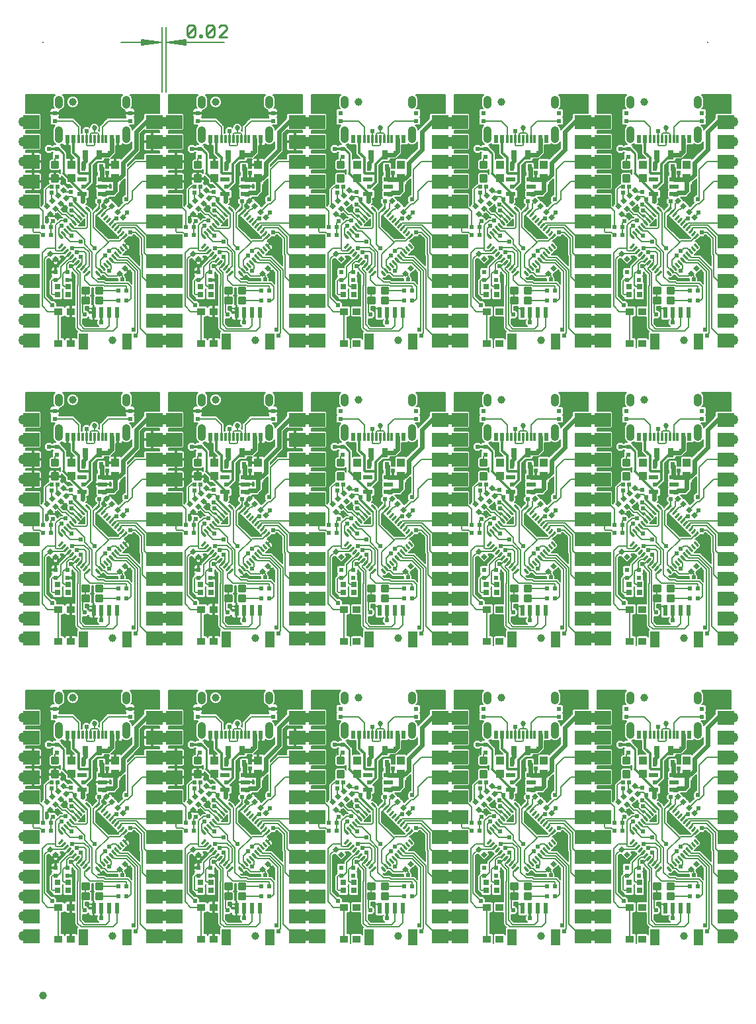
<source format=gtl>
G75*
%MOIN*%
%OFA0B0*%
%FSLAX25Y25*%
%IPPOS*%
%LPD*%
%AMOC8*
5,1,8,0,0,1.08239X$1,22.5*
%
%ADD10C,0.00512*%
%ADD11C,0.01100*%
%ADD12R,0.02362X0.02362*%
%ADD13R,0.02362X0.02362*%
%ADD14C,0.01181*%
%ADD15C,0.01004*%
%ADD16C,0.03937*%
%ADD17R,0.03150X0.04724*%
%ADD18R,0.02480X0.03268*%
%ADD19R,0.04724X0.02165*%
%ADD20R,0.03937X0.04331*%
%ADD21R,0.03937X0.03543*%
%ADD22R,0.02953X0.02756*%
%ADD23R,0.04724X0.07874*%
%ADD24R,0.02362X0.05315*%
%ADD25C,0.05020*%
%ADD26C,0.00100*%
%ADD27R,0.01181X0.03937*%
%ADD28R,0.02362X0.03937*%
%ADD29C,0.03937*%
%ADD30C,0.00787*%
%ADD31C,0.00600*%
%ADD32C,0.02400*%
%ADD33C,0.02200*%
%ADD34C,0.01200*%
%ADD35C,0.02700*%
%ADD36C,0.01000*%
D10*
X0096500Y0501750D02*
X0096500Y0534427D01*
X0098500Y0534427D02*
X0098500Y0501750D01*
X0098756Y0526750D02*
X0108736Y0525726D01*
X0108736Y0525493D02*
X0098756Y0526750D01*
X0108736Y0527774D01*
X0108736Y0528007D02*
X0108736Y0525493D01*
X0108736Y0526238D02*
X0098756Y0526750D01*
X0108736Y0527262D01*
X0108736Y0528007D02*
X0098756Y0526750D01*
X0127884Y0526750D01*
X0096244Y0526750D02*
X0086264Y0525726D01*
X0086264Y0525493D02*
X0096244Y0526750D01*
X0086264Y0527774D01*
X0086264Y0528007D02*
X0086264Y0525493D01*
X0086264Y0526238D02*
X0096244Y0526750D01*
X0086264Y0527262D01*
X0086264Y0528007D02*
X0096244Y0526750D01*
X0076028Y0526750D01*
D11*
X0109286Y0530546D02*
X0110270Y0529562D01*
X0112239Y0529562D01*
X0113223Y0530546D01*
X0113223Y0534483D01*
X0109286Y0530546D01*
X0109286Y0534483D01*
X0110270Y0535467D01*
X0112239Y0535467D01*
X0113223Y0534483D01*
X0115732Y0530546D02*
X0115732Y0529562D01*
X0116716Y0529562D01*
X0116716Y0530546D01*
X0115732Y0530546D01*
X0118954Y0530546D02*
X0122891Y0534483D01*
X0122891Y0530546D01*
X0121907Y0529562D01*
X0119939Y0529562D01*
X0118954Y0530546D01*
X0118954Y0534483D01*
X0119939Y0535467D01*
X0121907Y0535467D01*
X0122891Y0534483D01*
X0125400Y0534483D02*
X0126384Y0535467D01*
X0128352Y0535467D01*
X0129337Y0534483D01*
X0129337Y0533498D01*
X0125400Y0529562D01*
X0129337Y0529562D01*
D12*
G36*
X0117222Y0452642D02*
X0118892Y0454312D01*
X0120562Y0452642D01*
X0118892Y0450972D01*
X0117222Y0452642D01*
G37*
G36*
X0114438Y0449858D02*
X0116108Y0451528D01*
X0117778Y0449858D01*
X0116108Y0448188D01*
X0114438Y0449858D01*
G37*
G36*
X0115062Y0447142D02*
X0113392Y0445472D01*
X0111722Y0447142D01*
X0113392Y0448812D01*
X0115062Y0447142D01*
G37*
G36*
X0119278Y0445858D02*
X0117608Y0444188D01*
X0115938Y0445858D01*
X0117608Y0447528D01*
X0119278Y0445858D01*
G37*
G36*
X0122062Y0448642D02*
X0120392Y0446972D01*
X0118722Y0448642D01*
X0120392Y0450312D01*
X0122062Y0448642D01*
G37*
G36*
X0116562Y0443142D02*
X0114892Y0441472D01*
X0113222Y0443142D01*
X0114892Y0444812D01*
X0116562Y0443142D01*
G37*
G36*
X0113778Y0440358D02*
X0112108Y0438688D01*
X0110438Y0440358D01*
X0112108Y0442028D01*
X0113778Y0440358D01*
G37*
G36*
X0112278Y0444358D02*
X0110608Y0442688D01*
X0108938Y0444358D01*
X0110608Y0446028D01*
X0112278Y0444358D01*
G37*
G36*
X0112108Y0422312D02*
X0113778Y0420642D01*
X0112108Y0418972D01*
X0110438Y0420642D01*
X0112108Y0422312D01*
G37*
G36*
X0114892Y0419528D02*
X0116562Y0417858D01*
X0114892Y0416188D01*
X0113222Y0417858D01*
X0114892Y0419528D01*
G37*
G36*
X0140608Y0445472D02*
X0138938Y0447142D01*
X0140608Y0448812D01*
X0142278Y0447142D01*
X0140608Y0445472D01*
G37*
G36*
X0143392Y0442688D02*
X0141722Y0444358D01*
X0143392Y0446028D01*
X0145062Y0444358D01*
X0143392Y0442688D01*
G37*
G36*
X0146108Y0443312D02*
X0147778Y0441642D01*
X0146108Y0439972D01*
X0144438Y0441642D01*
X0146108Y0443312D01*
G37*
G36*
X0148892Y0440528D02*
X0150562Y0438858D01*
X0148892Y0437188D01*
X0147222Y0438858D01*
X0148892Y0440528D01*
G37*
G36*
X0148222Y0413142D02*
X0149892Y0414812D01*
X0151562Y0413142D01*
X0149892Y0411472D01*
X0148222Y0413142D01*
G37*
G36*
X0145438Y0410358D02*
X0147108Y0412028D01*
X0148778Y0410358D01*
X0147108Y0408688D01*
X0145438Y0410358D01*
G37*
G36*
X0184108Y0422312D02*
X0185778Y0420642D01*
X0184108Y0418972D01*
X0182438Y0420642D01*
X0184108Y0422312D01*
G37*
G36*
X0186892Y0419528D02*
X0188562Y0417858D01*
X0186892Y0416188D01*
X0185222Y0417858D01*
X0186892Y0419528D01*
G37*
G36*
X0185778Y0440358D02*
X0184108Y0438688D01*
X0182438Y0440358D01*
X0184108Y0442028D01*
X0185778Y0440358D01*
G37*
G36*
X0188562Y0443142D02*
X0186892Y0441472D01*
X0185222Y0443142D01*
X0186892Y0444812D01*
X0188562Y0443142D01*
G37*
G36*
X0191278Y0445858D02*
X0189608Y0444188D01*
X0187938Y0445858D01*
X0189608Y0447528D01*
X0191278Y0445858D01*
G37*
G36*
X0194062Y0448642D02*
X0192392Y0446972D01*
X0190722Y0448642D01*
X0192392Y0450312D01*
X0194062Y0448642D01*
G37*
G36*
X0189222Y0452642D02*
X0190892Y0454312D01*
X0192562Y0452642D01*
X0190892Y0450972D01*
X0189222Y0452642D01*
G37*
G36*
X0186438Y0449858D02*
X0188108Y0451528D01*
X0189778Y0449858D01*
X0188108Y0448188D01*
X0186438Y0449858D01*
G37*
G36*
X0187062Y0447142D02*
X0185392Y0445472D01*
X0183722Y0447142D01*
X0185392Y0448812D01*
X0187062Y0447142D01*
G37*
G36*
X0184278Y0444358D02*
X0182608Y0442688D01*
X0180938Y0444358D01*
X0182608Y0446028D01*
X0184278Y0444358D01*
G37*
G36*
X0212608Y0445472D02*
X0210938Y0447142D01*
X0212608Y0448812D01*
X0214278Y0447142D01*
X0212608Y0445472D01*
G37*
G36*
X0215392Y0442688D02*
X0213722Y0444358D01*
X0215392Y0446028D01*
X0217062Y0444358D01*
X0215392Y0442688D01*
G37*
G36*
X0218108Y0443312D02*
X0219778Y0441642D01*
X0218108Y0439972D01*
X0216438Y0441642D01*
X0218108Y0443312D01*
G37*
G36*
X0220892Y0440528D02*
X0222562Y0438858D01*
X0220892Y0437188D01*
X0219222Y0438858D01*
X0220892Y0440528D01*
G37*
G36*
X0220222Y0413142D02*
X0221892Y0414812D01*
X0223562Y0413142D01*
X0221892Y0411472D01*
X0220222Y0413142D01*
G37*
G36*
X0217438Y0410358D02*
X0219108Y0412028D01*
X0220778Y0410358D01*
X0219108Y0408688D01*
X0217438Y0410358D01*
G37*
G36*
X0256278Y0444358D02*
X0254608Y0442688D01*
X0252938Y0444358D01*
X0254608Y0446028D01*
X0256278Y0444358D01*
G37*
G36*
X0260562Y0443142D02*
X0258892Y0441472D01*
X0257222Y0443142D01*
X0258892Y0444812D01*
X0260562Y0443142D01*
G37*
G36*
X0263278Y0445858D02*
X0261608Y0444188D01*
X0259938Y0445858D01*
X0261608Y0447528D01*
X0263278Y0445858D01*
G37*
G36*
X0266062Y0448642D02*
X0264392Y0446972D01*
X0262722Y0448642D01*
X0264392Y0450312D01*
X0266062Y0448642D01*
G37*
G36*
X0261222Y0452642D02*
X0262892Y0454312D01*
X0264562Y0452642D01*
X0262892Y0450972D01*
X0261222Y0452642D01*
G37*
G36*
X0258438Y0449858D02*
X0260108Y0451528D01*
X0261778Y0449858D01*
X0260108Y0448188D01*
X0258438Y0449858D01*
G37*
G36*
X0259062Y0447142D02*
X0257392Y0445472D01*
X0255722Y0447142D01*
X0257392Y0448812D01*
X0259062Y0447142D01*
G37*
G36*
X0257778Y0440358D02*
X0256108Y0438688D01*
X0254438Y0440358D01*
X0256108Y0442028D01*
X0257778Y0440358D01*
G37*
G36*
X0256108Y0422312D02*
X0257778Y0420642D01*
X0256108Y0418972D01*
X0254438Y0420642D01*
X0256108Y0422312D01*
G37*
G36*
X0258892Y0419528D02*
X0260562Y0417858D01*
X0258892Y0416188D01*
X0257222Y0417858D01*
X0258892Y0419528D01*
G37*
G36*
X0284608Y0445472D02*
X0282938Y0447142D01*
X0284608Y0448812D01*
X0286278Y0447142D01*
X0284608Y0445472D01*
G37*
G36*
X0287392Y0442688D02*
X0285722Y0444358D01*
X0287392Y0446028D01*
X0289062Y0444358D01*
X0287392Y0442688D01*
G37*
G36*
X0290108Y0443312D02*
X0291778Y0441642D01*
X0290108Y0439972D01*
X0288438Y0441642D01*
X0290108Y0443312D01*
G37*
G36*
X0292892Y0440528D02*
X0294562Y0438858D01*
X0292892Y0437188D01*
X0291222Y0438858D01*
X0292892Y0440528D01*
G37*
G36*
X0292222Y0413142D02*
X0293892Y0414812D01*
X0295562Y0413142D01*
X0293892Y0411472D01*
X0292222Y0413142D01*
G37*
G36*
X0289438Y0410358D02*
X0291108Y0412028D01*
X0292778Y0410358D01*
X0291108Y0408688D01*
X0289438Y0410358D01*
G37*
G36*
X0328108Y0422312D02*
X0329778Y0420642D01*
X0328108Y0418972D01*
X0326438Y0420642D01*
X0328108Y0422312D01*
G37*
G36*
X0330892Y0419528D02*
X0332562Y0417858D01*
X0330892Y0416188D01*
X0329222Y0417858D01*
X0330892Y0419528D01*
G37*
G36*
X0329778Y0440358D02*
X0328108Y0438688D01*
X0326438Y0440358D01*
X0328108Y0442028D01*
X0329778Y0440358D01*
G37*
G36*
X0332562Y0443142D02*
X0330892Y0441472D01*
X0329222Y0443142D01*
X0330892Y0444812D01*
X0332562Y0443142D01*
G37*
G36*
X0335278Y0445858D02*
X0333608Y0444188D01*
X0331938Y0445858D01*
X0333608Y0447528D01*
X0335278Y0445858D01*
G37*
G36*
X0338062Y0448642D02*
X0336392Y0446972D01*
X0334722Y0448642D01*
X0336392Y0450312D01*
X0338062Y0448642D01*
G37*
G36*
X0333222Y0452642D02*
X0334892Y0454312D01*
X0336562Y0452642D01*
X0334892Y0450972D01*
X0333222Y0452642D01*
G37*
G36*
X0330438Y0449858D02*
X0332108Y0451528D01*
X0333778Y0449858D01*
X0332108Y0448188D01*
X0330438Y0449858D01*
G37*
G36*
X0331062Y0447142D02*
X0329392Y0445472D01*
X0327722Y0447142D01*
X0329392Y0448812D01*
X0331062Y0447142D01*
G37*
G36*
X0328278Y0444358D02*
X0326608Y0442688D01*
X0324938Y0444358D01*
X0326608Y0446028D01*
X0328278Y0444358D01*
G37*
G36*
X0356608Y0445472D02*
X0354938Y0447142D01*
X0356608Y0448812D01*
X0358278Y0447142D01*
X0356608Y0445472D01*
G37*
G36*
X0359392Y0442688D02*
X0357722Y0444358D01*
X0359392Y0446028D01*
X0361062Y0444358D01*
X0359392Y0442688D01*
G37*
G36*
X0362108Y0443312D02*
X0363778Y0441642D01*
X0362108Y0439972D01*
X0360438Y0441642D01*
X0362108Y0443312D01*
G37*
G36*
X0364892Y0440528D02*
X0366562Y0438858D01*
X0364892Y0437188D01*
X0363222Y0438858D01*
X0364892Y0440528D01*
G37*
G36*
X0364222Y0413142D02*
X0365892Y0414812D01*
X0367562Y0413142D01*
X0365892Y0411472D01*
X0364222Y0413142D01*
G37*
G36*
X0361438Y0410358D02*
X0363108Y0412028D01*
X0364778Y0410358D01*
X0363108Y0408688D01*
X0361438Y0410358D01*
G37*
G36*
X0333222Y0302642D02*
X0334892Y0304312D01*
X0336562Y0302642D01*
X0334892Y0300972D01*
X0333222Y0302642D01*
G37*
G36*
X0330438Y0299858D02*
X0332108Y0301528D01*
X0333778Y0299858D01*
X0332108Y0298188D01*
X0330438Y0299858D01*
G37*
G36*
X0331062Y0297142D02*
X0329392Y0295472D01*
X0327722Y0297142D01*
X0329392Y0298812D01*
X0331062Y0297142D01*
G37*
G36*
X0335278Y0295858D02*
X0333608Y0294188D01*
X0331938Y0295858D01*
X0333608Y0297528D01*
X0335278Y0295858D01*
G37*
G36*
X0338062Y0298642D02*
X0336392Y0296972D01*
X0334722Y0298642D01*
X0336392Y0300312D01*
X0338062Y0298642D01*
G37*
G36*
X0332562Y0293142D02*
X0330892Y0291472D01*
X0329222Y0293142D01*
X0330892Y0294812D01*
X0332562Y0293142D01*
G37*
G36*
X0329778Y0290358D02*
X0328108Y0288688D01*
X0326438Y0290358D01*
X0328108Y0292028D01*
X0329778Y0290358D01*
G37*
G36*
X0328278Y0294358D02*
X0326608Y0292688D01*
X0324938Y0294358D01*
X0326608Y0296028D01*
X0328278Y0294358D01*
G37*
G36*
X0328108Y0272312D02*
X0329778Y0270642D01*
X0328108Y0268972D01*
X0326438Y0270642D01*
X0328108Y0272312D01*
G37*
G36*
X0330892Y0269528D02*
X0332562Y0267858D01*
X0330892Y0266188D01*
X0329222Y0267858D01*
X0330892Y0269528D01*
G37*
G36*
X0356608Y0295472D02*
X0354938Y0297142D01*
X0356608Y0298812D01*
X0358278Y0297142D01*
X0356608Y0295472D01*
G37*
G36*
X0359392Y0292688D02*
X0357722Y0294358D01*
X0359392Y0296028D01*
X0361062Y0294358D01*
X0359392Y0292688D01*
G37*
G36*
X0362108Y0293312D02*
X0363778Y0291642D01*
X0362108Y0289972D01*
X0360438Y0291642D01*
X0362108Y0293312D01*
G37*
G36*
X0364892Y0290528D02*
X0366562Y0288858D01*
X0364892Y0287188D01*
X0363222Y0288858D01*
X0364892Y0290528D01*
G37*
G36*
X0364222Y0263142D02*
X0365892Y0264812D01*
X0367562Y0263142D01*
X0365892Y0261472D01*
X0364222Y0263142D01*
G37*
G36*
X0361438Y0260358D02*
X0363108Y0262028D01*
X0364778Y0260358D01*
X0363108Y0258688D01*
X0361438Y0260358D01*
G37*
G36*
X0292222Y0263142D02*
X0293892Y0264812D01*
X0295562Y0263142D01*
X0293892Y0261472D01*
X0292222Y0263142D01*
G37*
G36*
X0289438Y0260358D02*
X0291108Y0262028D01*
X0292778Y0260358D01*
X0291108Y0258688D01*
X0289438Y0260358D01*
G37*
G36*
X0292892Y0290528D02*
X0294562Y0288858D01*
X0292892Y0287188D01*
X0291222Y0288858D01*
X0292892Y0290528D01*
G37*
G36*
X0290108Y0293312D02*
X0291778Y0291642D01*
X0290108Y0289972D01*
X0288438Y0291642D01*
X0290108Y0293312D01*
G37*
G36*
X0287392Y0292688D02*
X0285722Y0294358D01*
X0287392Y0296028D01*
X0289062Y0294358D01*
X0287392Y0292688D01*
G37*
G36*
X0284608Y0295472D02*
X0282938Y0297142D01*
X0284608Y0298812D01*
X0286278Y0297142D01*
X0284608Y0295472D01*
G37*
G36*
X0266062Y0298642D02*
X0264392Y0296972D01*
X0262722Y0298642D01*
X0264392Y0300312D01*
X0266062Y0298642D01*
G37*
G36*
X0261222Y0302642D02*
X0262892Y0304312D01*
X0264562Y0302642D01*
X0262892Y0300972D01*
X0261222Y0302642D01*
G37*
G36*
X0258438Y0299858D02*
X0260108Y0301528D01*
X0261778Y0299858D01*
X0260108Y0298188D01*
X0258438Y0299858D01*
G37*
G36*
X0259062Y0297142D02*
X0257392Y0295472D01*
X0255722Y0297142D01*
X0257392Y0298812D01*
X0259062Y0297142D01*
G37*
G36*
X0263278Y0295858D02*
X0261608Y0294188D01*
X0259938Y0295858D01*
X0261608Y0297528D01*
X0263278Y0295858D01*
G37*
G36*
X0260562Y0293142D02*
X0258892Y0291472D01*
X0257222Y0293142D01*
X0258892Y0294812D01*
X0260562Y0293142D01*
G37*
G36*
X0257778Y0290358D02*
X0256108Y0288688D01*
X0254438Y0290358D01*
X0256108Y0292028D01*
X0257778Y0290358D01*
G37*
G36*
X0256278Y0294358D02*
X0254608Y0292688D01*
X0252938Y0294358D01*
X0254608Y0296028D01*
X0256278Y0294358D01*
G37*
G36*
X0256108Y0272312D02*
X0257778Y0270642D01*
X0256108Y0268972D01*
X0254438Y0270642D01*
X0256108Y0272312D01*
G37*
G36*
X0258892Y0269528D02*
X0260562Y0267858D01*
X0258892Y0266188D01*
X0257222Y0267858D01*
X0258892Y0269528D01*
G37*
G36*
X0220222Y0263142D02*
X0221892Y0264812D01*
X0223562Y0263142D01*
X0221892Y0261472D01*
X0220222Y0263142D01*
G37*
G36*
X0217438Y0260358D02*
X0219108Y0262028D01*
X0220778Y0260358D01*
X0219108Y0258688D01*
X0217438Y0260358D01*
G37*
G36*
X0220892Y0290528D02*
X0222562Y0288858D01*
X0220892Y0287188D01*
X0219222Y0288858D01*
X0220892Y0290528D01*
G37*
G36*
X0218108Y0293312D02*
X0219778Y0291642D01*
X0218108Y0289972D01*
X0216438Y0291642D01*
X0218108Y0293312D01*
G37*
G36*
X0215392Y0292688D02*
X0213722Y0294358D01*
X0215392Y0296028D01*
X0217062Y0294358D01*
X0215392Y0292688D01*
G37*
G36*
X0212608Y0295472D02*
X0210938Y0297142D01*
X0212608Y0298812D01*
X0214278Y0297142D01*
X0212608Y0295472D01*
G37*
G36*
X0194062Y0298642D02*
X0192392Y0296972D01*
X0190722Y0298642D01*
X0192392Y0300312D01*
X0194062Y0298642D01*
G37*
G36*
X0189222Y0302642D02*
X0190892Y0304312D01*
X0192562Y0302642D01*
X0190892Y0300972D01*
X0189222Y0302642D01*
G37*
G36*
X0186438Y0299858D02*
X0188108Y0301528D01*
X0189778Y0299858D01*
X0188108Y0298188D01*
X0186438Y0299858D01*
G37*
G36*
X0187062Y0297142D02*
X0185392Y0295472D01*
X0183722Y0297142D01*
X0185392Y0298812D01*
X0187062Y0297142D01*
G37*
G36*
X0191278Y0295858D02*
X0189608Y0294188D01*
X0187938Y0295858D01*
X0189608Y0297528D01*
X0191278Y0295858D01*
G37*
G36*
X0188562Y0293142D02*
X0186892Y0291472D01*
X0185222Y0293142D01*
X0186892Y0294812D01*
X0188562Y0293142D01*
G37*
G36*
X0185778Y0290358D02*
X0184108Y0288688D01*
X0182438Y0290358D01*
X0184108Y0292028D01*
X0185778Y0290358D01*
G37*
G36*
X0184278Y0294358D02*
X0182608Y0292688D01*
X0180938Y0294358D01*
X0182608Y0296028D01*
X0184278Y0294358D01*
G37*
G36*
X0184108Y0272312D02*
X0185778Y0270642D01*
X0184108Y0268972D01*
X0182438Y0270642D01*
X0184108Y0272312D01*
G37*
G36*
X0186892Y0269528D02*
X0188562Y0267858D01*
X0186892Y0266188D01*
X0185222Y0267858D01*
X0186892Y0269528D01*
G37*
G36*
X0148222Y0263142D02*
X0149892Y0264812D01*
X0151562Y0263142D01*
X0149892Y0261472D01*
X0148222Y0263142D01*
G37*
G36*
X0145438Y0260358D02*
X0147108Y0262028D01*
X0148778Y0260358D01*
X0147108Y0258688D01*
X0145438Y0260358D01*
G37*
G36*
X0148892Y0290528D02*
X0150562Y0288858D01*
X0148892Y0287188D01*
X0147222Y0288858D01*
X0148892Y0290528D01*
G37*
G36*
X0146108Y0293312D02*
X0147778Y0291642D01*
X0146108Y0289972D01*
X0144438Y0291642D01*
X0146108Y0293312D01*
G37*
G36*
X0143392Y0292688D02*
X0141722Y0294358D01*
X0143392Y0296028D01*
X0145062Y0294358D01*
X0143392Y0292688D01*
G37*
G36*
X0140608Y0295472D02*
X0138938Y0297142D01*
X0140608Y0298812D01*
X0142278Y0297142D01*
X0140608Y0295472D01*
G37*
G36*
X0122062Y0298642D02*
X0120392Y0296972D01*
X0118722Y0298642D01*
X0120392Y0300312D01*
X0122062Y0298642D01*
G37*
G36*
X0117222Y0302642D02*
X0118892Y0304312D01*
X0120562Y0302642D01*
X0118892Y0300972D01*
X0117222Y0302642D01*
G37*
G36*
X0114438Y0299858D02*
X0116108Y0301528D01*
X0117778Y0299858D01*
X0116108Y0298188D01*
X0114438Y0299858D01*
G37*
G36*
X0115062Y0297142D02*
X0113392Y0295472D01*
X0111722Y0297142D01*
X0113392Y0298812D01*
X0115062Y0297142D01*
G37*
G36*
X0119278Y0295858D02*
X0117608Y0294188D01*
X0115938Y0295858D01*
X0117608Y0297528D01*
X0119278Y0295858D01*
G37*
G36*
X0116562Y0293142D02*
X0114892Y0291472D01*
X0113222Y0293142D01*
X0114892Y0294812D01*
X0116562Y0293142D01*
G37*
G36*
X0113778Y0290358D02*
X0112108Y0288688D01*
X0110438Y0290358D01*
X0112108Y0292028D01*
X0113778Y0290358D01*
G37*
G36*
X0112278Y0294358D02*
X0110608Y0292688D01*
X0108938Y0294358D01*
X0110608Y0296028D01*
X0112278Y0294358D01*
G37*
G36*
X0112108Y0272312D02*
X0113778Y0270642D01*
X0112108Y0268972D01*
X0110438Y0270642D01*
X0112108Y0272312D01*
G37*
G36*
X0114892Y0269528D02*
X0116562Y0267858D01*
X0114892Y0266188D01*
X0113222Y0267858D01*
X0114892Y0269528D01*
G37*
G36*
X0076222Y0263142D02*
X0077892Y0264812D01*
X0079562Y0263142D01*
X0077892Y0261472D01*
X0076222Y0263142D01*
G37*
G36*
X0073438Y0260358D02*
X0075108Y0262028D01*
X0076778Y0260358D01*
X0075108Y0258688D01*
X0073438Y0260358D01*
G37*
G36*
X0076892Y0290528D02*
X0078562Y0288858D01*
X0076892Y0287188D01*
X0075222Y0288858D01*
X0076892Y0290528D01*
G37*
G36*
X0074108Y0293312D02*
X0075778Y0291642D01*
X0074108Y0289972D01*
X0072438Y0291642D01*
X0074108Y0293312D01*
G37*
G36*
X0071392Y0292688D02*
X0069722Y0294358D01*
X0071392Y0296028D01*
X0073062Y0294358D01*
X0071392Y0292688D01*
G37*
G36*
X0068608Y0295472D02*
X0066938Y0297142D01*
X0068608Y0298812D01*
X0070278Y0297142D01*
X0068608Y0295472D01*
G37*
G36*
X0050062Y0298642D02*
X0048392Y0296972D01*
X0046722Y0298642D01*
X0048392Y0300312D01*
X0050062Y0298642D01*
G37*
G36*
X0045222Y0302642D02*
X0046892Y0304312D01*
X0048562Y0302642D01*
X0046892Y0300972D01*
X0045222Y0302642D01*
G37*
G36*
X0042438Y0299858D02*
X0044108Y0301528D01*
X0045778Y0299858D01*
X0044108Y0298188D01*
X0042438Y0299858D01*
G37*
G36*
X0043062Y0297142D02*
X0041392Y0295472D01*
X0039722Y0297142D01*
X0041392Y0298812D01*
X0043062Y0297142D01*
G37*
G36*
X0047278Y0295858D02*
X0045608Y0294188D01*
X0043938Y0295858D01*
X0045608Y0297528D01*
X0047278Y0295858D01*
G37*
G36*
X0044562Y0293142D02*
X0042892Y0291472D01*
X0041222Y0293142D01*
X0042892Y0294812D01*
X0044562Y0293142D01*
G37*
G36*
X0041778Y0290358D02*
X0040108Y0288688D01*
X0038438Y0290358D01*
X0040108Y0292028D01*
X0041778Y0290358D01*
G37*
G36*
X0040278Y0294358D02*
X0038608Y0292688D01*
X0036938Y0294358D01*
X0038608Y0296028D01*
X0040278Y0294358D01*
G37*
G36*
X0040108Y0272312D02*
X0041778Y0270642D01*
X0040108Y0268972D01*
X0038438Y0270642D01*
X0040108Y0272312D01*
G37*
G36*
X0042892Y0269528D02*
X0044562Y0267858D01*
X0042892Y0266188D01*
X0041222Y0267858D01*
X0042892Y0269528D01*
G37*
G36*
X0045222Y0152642D02*
X0046892Y0154312D01*
X0048562Y0152642D01*
X0046892Y0150972D01*
X0045222Y0152642D01*
G37*
G36*
X0042438Y0149858D02*
X0044108Y0151528D01*
X0045778Y0149858D01*
X0044108Y0148188D01*
X0042438Y0149858D01*
G37*
G36*
X0043062Y0147142D02*
X0041392Y0145472D01*
X0039722Y0147142D01*
X0041392Y0148812D01*
X0043062Y0147142D01*
G37*
G36*
X0047278Y0145858D02*
X0045608Y0144188D01*
X0043938Y0145858D01*
X0045608Y0147528D01*
X0047278Y0145858D01*
G37*
G36*
X0050062Y0148642D02*
X0048392Y0146972D01*
X0046722Y0148642D01*
X0048392Y0150312D01*
X0050062Y0148642D01*
G37*
G36*
X0044562Y0143142D02*
X0042892Y0141472D01*
X0041222Y0143142D01*
X0042892Y0144812D01*
X0044562Y0143142D01*
G37*
G36*
X0041778Y0140358D02*
X0040108Y0138688D01*
X0038438Y0140358D01*
X0040108Y0142028D01*
X0041778Y0140358D01*
G37*
G36*
X0040278Y0144358D02*
X0038608Y0142688D01*
X0036938Y0144358D01*
X0038608Y0146028D01*
X0040278Y0144358D01*
G37*
G36*
X0040108Y0122312D02*
X0041778Y0120642D01*
X0040108Y0118972D01*
X0038438Y0120642D01*
X0040108Y0122312D01*
G37*
G36*
X0042892Y0119528D02*
X0044562Y0117858D01*
X0042892Y0116188D01*
X0041222Y0117858D01*
X0042892Y0119528D01*
G37*
G36*
X0068608Y0145472D02*
X0066938Y0147142D01*
X0068608Y0148812D01*
X0070278Y0147142D01*
X0068608Y0145472D01*
G37*
G36*
X0071392Y0142688D02*
X0069722Y0144358D01*
X0071392Y0146028D01*
X0073062Y0144358D01*
X0071392Y0142688D01*
G37*
G36*
X0074108Y0143312D02*
X0075778Y0141642D01*
X0074108Y0139972D01*
X0072438Y0141642D01*
X0074108Y0143312D01*
G37*
G36*
X0076892Y0140528D02*
X0078562Y0138858D01*
X0076892Y0137188D01*
X0075222Y0138858D01*
X0076892Y0140528D01*
G37*
G36*
X0076222Y0113142D02*
X0077892Y0114812D01*
X0079562Y0113142D01*
X0077892Y0111472D01*
X0076222Y0113142D01*
G37*
G36*
X0073438Y0110358D02*
X0075108Y0112028D01*
X0076778Y0110358D01*
X0075108Y0108688D01*
X0073438Y0110358D01*
G37*
G36*
X0112278Y0144358D02*
X0110608Y0142688D01*
X0108938Y0144358D01*
X0110608Y0146028D01*
X0112278Y0144358D01*
G37*
G36*
X0116562Y0143142D02*
X0114892Y0141472D01*
X0113222Y0143142D01*
X0114892Y0144812D01*
X0116562Y0143142D01*
G37*
G36*
X0119278Y0145858D02*
X0117608Y0144188D01*
X0115938Y0145858D01*
X0117608Y0147528D01*
X0119278Y0145858D01*
G37*
G36*
X0122062Y0148642D02*
X0120392Y0146972D01*
X0118722Y0148642D01*
X0120392Y0150312D01*
X0122062Y0148642D01*
G37*
G36*
X0117222Y0152642D02*
X0118892Y0154312D01*
X0120562Y0152642D01*
X0118892Y0150972D01*
X0117222Y0152642D01*
G37*
G36*
X0114438Y0149858D02*
X0116108Y0151528D01*
X0117778Y0149858D01*
X0116108Y0148188D01*
X0114438Y0149858D01*
G37*
G36*
X0115062Y0147142D02*
X0113392Y0145472D01*
X0111722Y0147142D01*
X0113392Y0148812D01*
X0115062Y0147142D01*
G37*
G36*
X0113778Y0140358D02*
X0112108Y0138688D01*
X0110438Y0140358D01*
X0112108Y0142028D01*
X0113778Y0140358D01*
G37*
G36*
X0112108Y0122312D02*
X0113778Y0120642D01*
X0112108Y0118972D01*
X0110438Y0120642D01*
X0112108Y0122312D01*
G37*
G36*
X0114892Y0119528D02*
X0116562Y0117858D01*
X0114892Y0116188D01*
X0113222Y0117858D01*
X0114892Y0119528D01*
G37*
G36*
X0140608Y0145472D02*
X0138938Y0147142D01*
X0140608Y0148812D01*
X0142278Y0147142D01*
X0140608Y0145472D01*
G37*
G36*
X0143392Y0142688D02*
X0141722Y0144358D01*
X0143392Y0146028D01*
X0145062Y0144358D01*
X0143392Y0142688D01*
G37*
G36*
X0146108Y0143312D02*
X0147778Y0141642D01*
X0146108Y0139972D01*
X0144438Y0141642D01*
X0146108Y0143312D01*
G37*
G36*
X0148892Y0140528D02*
X0150562Y0138858D01*
X0148892Y0137188D01*
X0147222Y0138858D01*
X0148892Y0140528D01*
G37*
G36*
X0148222Y0113142D02*
X0149892Y0114812D01*
X0151562Y0113142D01*
X0149892Y0111472D01*
X0148222Y0113142D01*
G37*
G36*
X0145438Y0110358D02*
X0147108Y0112028D01*
X0148778Y0110358D01*
X0147108Y0108688D01*
X0145438Y0110358D01*
G37*
G36*
X0184108Y0122312D02*
X0185778Y0120642D01*
X0184108Y0118972D01*
X0182438Y0120642D01*
X0184108Y0122312D01*
G37*
G36*
X0186892Y0119528D02*
X0188562Y0117858D01*
X0186892Y0116188D01*
X0185222Y0117858D01*
X0186892Y0119528D01*
G37*
G36*
X0185778Y0140358D02*
X0184108Y0138688D01*
X0182438Y0140358D01*
X0184108Y0142028D01*
X0185778Y0140358D01*
G37*
G36*
X0188562Y0143142D02*
X0186892Y0141472D01*
X0185222Y0143142D01*
X0186892Y0144812D01*
X0188562Y0143142D01*
G37*
G36*
X0191278Y0145858D02*
X0189608Y0144188D01*
X0187938Y0145858D01*
X0189608Y0147528D01*
X0191278Y0145858D01*
G37*
G36*
X0194062Y0148642D02*
X0192392Y0146972D01*
X0190722Y0148642D01*
X0192392Y0150312D01*
X0194062Y0148642D01*
G37*
G36*
X0189222Y0152642D02*
X0190892Y0154312D01*
X0192562Y0152642D01*
X0190892Y0150972D01*
X0189222Y0152642D01*
G37*
G36*
X0186438Y0149858D02*
X0188108Y0151528D01*
X0189778Y0149858D01*
X0188108Y0148188D01*
X0186438Y0149858D01*
G37*
G36*
X0187062Y0147142D02*
X0185392Y0145472D01*
X0183722Y0147142D01*
X0185392Y0148812D01*
X0187062Y0147142D01*
G37*
G36*
X0184278Y0144358D02*
X0182608Y0142688D01*
X0180938Y0144358D01*
X0182608Y0146028D01*
X0184278Y0144358D01*
G37*
G36*
X0212608Y0145472D02*
X0210938Y0147142D01*
X0212608Y0148812D01*
X0214278Y0147142D01*
X0212608Y0145472D01*
G37*
G36*
X0215392Y0142688D02*
X0213722Y0144358D01*
X0215392Y0146028D01*
X0217062Y0144358D01*
X0215392Y0142688D01*
G37*
G36*
X0218108Y0143312D02*
X0219778Y0141642D01*
X0218108Y0139972D01*
X0216438Y0141642D01*
X0218108Y0143312D01*
G37*
G36*
X0220892Y0140528D02*
X0222562Y0138858D01*
X0220892Y0137188D01*
X0219222Y0138858D01*
X0220892Y0140528D01*
G37*
G36*
X0220222Y0113142D02*
X0221892Y0114812D01*
X0223562Y0113142D01*
X0221892Y0111472D01*
X0220222Y0113142D01*
G37*
G36*
X0217438Y0110358D02*
X0219108Y0112028D01*
X0220778Y0110358D01*
X0219108Y0108688D01*
X0217438Y0110358D01*
G37*
G36*
X0256278Y0144358D02*
X0254608Y0142688D01*
X0252938Y0144358D01*
X0254608Y0146028D01*
X0256278Y0144358D01*
G37*
G36*
X0260562Y0143142D02*
X0258892Y0141472D01*
X0257222Y0143142D01*
X0258892Y0144812D01*
X0260562Y0143142D01*
G37*
G36*
X0263278Y0145858D02*
X0261608Y0144188D01*
X0259938Y0145858D01*
X0261608Y0147528D01*
X0263278Y0145858D01*
G37*
G36*
X0266062Y0148642D02*
X0264392Y0146972D01*
X0262722Y0148642D01*
X0264392Y0150312D01*
X0266062Y0148642D01*
G37*
G36*
X0261222Y0152642D02*
X0262892Y0154312D01*
X0264562Y0152642D01*
X0262892Y0150972D01*
X0261222Y0152642D01*
G37*
G36*
X0258438Y0149858D02*
X0260108Y0151528D01*
X0261778Y0149858D01*
X0260108Y0148188D01*
X0258438Y0149858D01*
G37*
G36*
X0259062Y0147142D02*
X0257392Y0145472D01*
X0255722Y0147142D01*
X0257392Y0148812D01*
X0259062Y0147142D01*
G37*
G36*
X0257778Y0140358D02*
X0256108Y0138688D01*
X0254438Y0140358D01*
X0256108Y0142028D01*
X0257778Y0140358D01*
G37*
G36*
X0256108Y0122312D02*
X0257778Y0120642D01*
X0256108Y0118972D01*
X0254438Y0120642D01*
X0256108Y0122312D01*
G37*
G36*
X0258892Y0119528D02*
X0260562Y0117858D01*
X0258892Y0116188D01*
X0257222Y0117858D01*
X0258892Y0119528D01*
G37*
G36*
X0284608Y0145472D02*
X0282938Y0147142D01*
X0284608Y0148812D01*
X0286278Y0147142D01*
X0284608Y0145472D01*
G37*
G36*
X0287392Y0142688D02*
X0285722Y0144358D01*
X0287392Y0146028D01*
X0289062Y0144358D01*
X0287392Y0142688D01*
G37*
G36*
X0290108Y0143312D02*
X0291778Y0141642D01*
X0290108Y0139972D01*
X0288438Y0141642D01*
X0290108Y0143312D01*
G37*
G36*
X0292892Y0140528D02*
X0294562Y0138858D01*
X0292892Y0137188D01*
X0291222Y0138858D01*
X0292892Y0140528D01*
G37*
G36*
X0292222Y0113142D02*
X0293892Y0114812D01*
X0295562Y0113142D01*
X0293892Y0111472D01*
X0292222Y0113142D01*
G37*
G36*
X0289438Y0110358D02*
X0291108Y0112028D01*
X0292778Y0110358D01*
X0291108Y0108688D01*
X0289438Y0110358D01*
G37*
G36*
X0328108Y0122312D02*
X0329778Y0120642D01*
X0328108Y0118972D01*
X0326438Y0120642D01*
X0328108Y0122312D01*
G37*
G36*
X0330892Y0119528D02*
X0332562Y0117858D01*
X0330892Y0116188D01*
X0329222Y0117858D01*
X0330892Y0119528D01*
G37*
G36*
X0329778Y0140358D02*
X0328108Y0138688D01*
X0326438Y0140358D01*
X0328108Y0142028D01*
X0329778Y0140358D01*
G37*
G36*
X0332562Y0143142D02*
X0330892Y0141472D01*
X0329222Y0143142D01*
X0330892Y0144812D01*
X0332562Y0143142D01*
G37*
G36*
X0335278Y0145858D02*
X0333608Y0144188D01*
X0331938Y0145858D01*
X0333608Y0147528D01*
X0335278Y0145858D01*
G37*
G36*
X0338062Y0148642D02*
X0336392Y0146972D01*
X0334722Y0148642D01*
X0336392Y0150312D01*
X0338062Y0148642D01*
G37*
G36*
X0333222Y0152642D02*
X0334892Y0154312D01*
X0336562Y0152642D01*
X0334892Y0150972D01*
X0333222Y0152642D01*
G37*
G36*
X0330438Y0149858D02*
X0332108Y0151528D01*
X0333778Y0149858D01*
X0332108Y0148188D01*
X0330438Y0149858D01*
G37*
G36*
X0331062Y0147142D02*
X0329392Y0145472D01*
X0327722Y0147142D01*
X0329392Y0148812D01*
X0331062Y0147142D01*
G37*
G36*
X0328278Y0144358D02*
X0326608Y0142688D01*
X0324938Y0144358D01*
X0326608Y0146028D01*
X0328278Y0144358D01*
G37*
G36*
X0356608Y0145472D02*
X0354938Y0147142D01*
X0356608Y0148812D01*
X0358278Y0147142D01*
X0356608Y0145472D01*
G37*
G36*
X0359392Y0142688D02*
X0357722Y0144358D01*
X0359392Y0146028D01*
X0361062Y0144358D01*
X0359392Y0142688D01*
G37*
G36*
X0362108Y0143312D02*
X0363778Y0141642D01*
X0362108Y0139972D01*
X0360438Y0141642D01*
X0362108Y0143312D01*
G37*
G36*
X0364892Y0140528D02*
X0366562Y0138858D01*
X0364892Y0137188D01*
X0363222Y0138858D01*
X0364892Y0140528D01*
G37*
G36*
X0364222Y0113142D02*
X0365892Y0114812D01*
X0367562Y0113142D01*
X0365892Y0111472D01*
X0364222Y0113142D01*
G37*
G36*
X0361438Y0110358D02*
X0363108Y0112028D01*
X0364778Y0110358D01*
X0363108Y0108688D01*
X0361438Y0110358D01*
G37*
G36*
X0073438Y0410358D02*
X0075108Y0412028D01*
X0076778Y0410358D01*
X0075108Y0408688D01*
X0073438Y0410358D01*
G37*
G36*
X0076222Y0413142D02*
X0077892Y0414812D01*
X0079562Y0413142D01*
X0077892Y0411472D01*
X0076222Y0413142D01*
G37*
G36*
X0076892Y0440528D02*
X0078562Y0438858D01*
X0076892Y0437188D01*
X0075222Y0438858D01*
X0076892Y0440528D01*
G37*
G36*
X0074108Y0443312D02*
X0075778Y0441642D01*
X0074108Y0439972D01*
X0072438Y0441642D01*
X0074108Y0443312D01*
G37*
G36*
X0071392Y0442688D02*
X0069722Y0444358D01*
X0071392Y0446028D01*
X0073062Y0444358D01*
X0071392Y0442688D01*
G37*
G36*
X0068608Y0445472D02*
X0066938Y0447142D01*
X0068608Y0448812D01*
X0070278Y0447142D01*
X0068608Y0445472D01*
G37*
G36*
X0050062Y0448642D02*
X0048392Y0446972D01*
X0046722Y0448642D01*
X0048392Y0450312D01*
X0050062Y0448642D01*
G37*
G36*
X0045222Y0452642D02*
X0046892Y0454312D01*
X0048562Y0452642D01*
X0046892Y0450972D01*
X0045222Y0452642D01*
G37*
G36*
X0042438Y0449858D02*
X0044108Y0451528D01*
X0045778Y0449858D01*
X0044108Y0448188D01*
X0042438Y0449858D01*
G37*
G36*
X0043062Y0447142D02*
X0041392Y0445472D01*
X0039722Y0447142D01*
X0041392Y0448812D01*
X0043062Y0447142D01*
G37*
G36*
X0047278Y0445858D02*
X0045608Y0444188D01*
X0043938Y0445858D01*
X0045608Y0447528D01*
X0047278Y0445858D01*
G37*
G36*
X0044562Y0443142D02*
X0042892Y0441472D01*
X0041222Y0443142D01*
X0042892Y0444812D01*
X0044562Y0443142D01*
G37*
G36*
X0041778Y0440358D02*
X0040108Y0438688D01*
X0038438Y0440358D01*
X0040108Y0442028D01*
X0041778Y0440358D01*
G37*
G36*
X0040278Y0444358D02*
X0038608Y0442688D01*
X0036938Y0444358D01*
X0038608Y0446028D01*
X0040278Y0444358D01*
G37*
G36*
X0040108Y0422312D02*
X0041778Y0420642D01*
X0040108Y0418972D01*
X0038438Y0420642D01*
X0040108Y0422312D01*
G37*
G36*
X0042892Y0419528D02*
X0044562Y0417858D01*
X0042892Y0416188D01*
X0041222Y0417858D01*
X0042892Y0419528D01*
G37*
D13*
X0043000Y0411219D03*
X0043000Y0407281D03*
X0049000Y0407281D03*
X0049000Y0411219D03*
X0040469Y0429750D03*
X0036531Y0429750D03*
X0036531Y0433750D03*
X0040469Y0433750D03*
X0043500Y0469281D03*
X0043500Y0473219D03*
X0042500Y0487281D03*
X0042500Y0491219D03*
X0080500Y0491219D03*
X0080500Y0487281D03*
X0114500Y0487281D03*
X0114500Y0491219D03*
X0115500Y0473219D03*
X0115500Y0469281D03*
X0112469Y0433750D03*
X0108531Y0433750D03*
X0108531Y0429750D03*
X0112469Y0429750D03*
X0115000Y0411219D03*
X0115000Y0407281D03*
X0121000Y0407281D03*
X0121000Y0411219D03*
X0146531Y0401750D03*
X0150469Y0401750D03*
X0150469Y0396750D03*
X0146531Y0396750D03*
X0180531Y0429750D03*
X0184469Y0429750D03*
X0184469Y0433750D03*
X0180531Y0433750D03*
X0187000Y0411219D03*
X0187000Y0407281D03*
X0193000Y0407281D03*
X0193000Y0411219D03*
X0218531Y0401750D03*
X0222469Y0401750D03*
X0222469Y0396750D03*
X0218531Y0396750D03*
X0252531Y0429750D03*
X0256469Y0429750D03*
X0256469Y0433750D03*
X0252531Y0433750D03*
X0259000Y0411219D03*
X0259000Y0407281D03*
X0265000Y0407281D03*
X0265000Y0411219D03*
X0290531Y0401750D03*
X0294469Y0401750D03*
X0294469Y0396750D03*
X0290531Y0396750D03*
X0324531Y0429750D03*
X0328469Y0429750D03*
X0328469Y0433750D03*
X0324531Y0433750D03*
X0331000Y0411219D03*
X0331000Y0407281D03*
X0337000Y0407281D03*
X0337000Y0411219D03*
X0362531Y0401750D03*
X0366469Y0401750D03*
X0366469Y0396750D03*
X0362531Y0396750D03*
X0368500Y0341219D03*
X0368500Y0337281D03*
X0330500Y0337281D03*
X0330500Y0341219D03*
X0331500Y0323219D03*
X0331500Y0319281D03*
X0328469Y0283750D03*
X0324531Y0283750D03*
X0324531Y0279750D03*
X0328469Y0279750D03*
X0331000Y0261219D03*
X0331000Y0257281D03*
X0337000Y0257281D03*
X0337000Y0261219D03*
X0362531Y0251750D03*
X0366469Y0251750D03*
X0366469Y0246750D03*
X0362531Y0246750D03*
X0368500Y0191219D03*
X0368500Y0187281D03*
X0330500Y0187281D03*
X0330500Y0191219D03*
X0331500Y0173219D03*
X0331500Y0169281D03*
X0328469Y0133750D03*
X0324531Y0133750D03*
X0324531Y0129750D03*
X0328469Y0129750D03*
X0331000Y0111219D03*
X0331000Y0107281D03*
X0337000Y0107281D03*
X0337000Y0111219D03*
X0362531Y0101750D03*
X0366469Y0101750D03*
X0366469Y0096750D03*
X0362531Y0096750D03*
X0296500Y0187281D03*
X0296500Y0191219D03*
X0259500Y0173219D03*
X0259500Y0169281D03*
X0258500Y0187281D03*
X0258500Y0191219D03*
X0224500Y0191219D03*
X0224500Y0187281D03*
X0186500Y0187281D03*
X0186500Y0191219D03*
X0187500Y0173219D03*
X0187500Y0169281D03*
X0184469Y0133750D03*
X0180531Y0133750D03*
X0180531Y0129750D03*
X0184469Y0129750D03*
X0187000Y0111219D03*
X0187000Y0107281D03*
X0193000Y0107281D03*
X0193000Y0111219D03*
X0218531Y0101750D03*
X0222469Y0101750D03*
X0222469Y0096750D03*
X0218531Y0096750D03*
X0252531Y0129750D03*
X0256469Y0129750D03*
X0256469Y0133750D03*
X0252531Y0133750D03*
X0259000Y0111219D03*
X0259000Y0107281D03*
X0265000Y0107281D03*
X0265000Y0111219D03*
X0290531Y0101750D03*
X0294469Y0101750D03*
X0294469Y0096750D03*
X0290531Y0096750D03*
X0290531Y0246750D03*
X0294469Y0246750D03*
X0294469Y0251750D03*
X0290531Y0251750D03*
X0265000Y0257281D03*
X0265000Y0261219D03*
X0259000Y0261219D03*
X0259000Y0257281D03*
X0256469Y0279750D03*
X0252531Y0279750D03*
X0252531Y0283750D03*
X0256469Y0283750D03*
X0259500Y0319281D03*
X0259500Y0323219D03*
X0258500Y0337281D03*
X0258500Y0341219D03*
X0224500Y0341219D03*
X0224500Y0337281D03*
X0186500Y0337281D03*
X0186500Y0341219D03*
X0187500Y0323219D03*
X0187500Y0319281D03*
X0184469Y0283750D03*
X0180531Y0283750D03*
X0180531Y0279750D03*
X0184469Y0279750D03*
X0187000Y0261219D03*
X0187000Y0257281D03*
X0193000Y0257281D03*
X0193000Y0261219D03*
X0218531Y0251750D03*
X0222469Y0251750D03*
X0222469Y0246750D03*
X0218531Y0246750D03*
X0152500Y0191219D03*
X0152500Y0187281D03*
X0115500Y0173219D03*
X0115500Y0169281D03*
X0114500Y0187281D03*
X0114500Y0191219D03*
X0080500Y0191219D03*
X0080500Y0187281D03*
X0042500Y0187281D03*
X0042500Y0191219D03*
X0043500Y0173219D03*
X0043500Y0169281D03*
X0040469Y0133750D03*
X0036531Y0133750D03*
X0036531Y0129750D03*
X0040469Y0129750D03*
X0043000Y0111219D03*
X0043000Y0107281D03*
X0049000Y0107281D03*
X0049000Y0111219D03*
X0074531Y0101750D03*
X0078469Y0101750D03*
X0078469Y0096750D03*
X0074531Y0096750D03*
X0108531Y0129750D03*
X0112469Y0129750D03*
X0112469Y0133750D03*
X0108531Y0133750D03*
X0115000Y0111219D03*
X0115000Y0107281D03*
X0121000Y0107281D03*
X0121000Y0111219D03*
X0146531Y0101750D03*
X0150469Y0101750D03*
X0150469Y0096750D03*
X0146531Y0096750D03*
X0146531Y0246750D03*
X0150469Y0246750D03*
X0150469Y0251750D03*
X0146531Y0251750D03*
X0121000Y0257281D03*
X0121000Y0261219D03*
X0115000Y0261219D03*
X0115000Y0257281D03*
X0112469Y0279750D03*
X0108531Y0279750D03*
X0108531Y0283750D03*
X0112469Y0283750D03*
X0115500Y0319281D03*
X0115500Y0323219D03*
X0114500Y0337281D03*
X0114500Y0341219D03*
X0080500Y0341219D03*
X0080500Y0337281D03*
X0042500Y0337281D03*
X0042500Y0341219D03*
X0043500Y0323219D03*
X0043500Y0319281D03*
X0040469Y0283750D03*
X0036531Y0283750D03*
X0036531Y0279750D03*
X0040469Y0279750D03*
X0043000Y0261219D03*
X0043000Y0257281D03*
X0049000Y0257281D03*
X0049000Y0261219D03*
X0074531Y0251750D03*
X0078469Y0251750D03*
X0078469Y0246750D03*
X0074531Y0246750D03*
X0152500Y0337281D03*
X0152500Y0341219D03*
X0078469Y0396750D03*
X0074531Y0396750D03*
X0074531Y0401750D03*
X0078469Y0401750D03*
X0152500Y0487281D03*
X0152500Y0491219D03*
X0186500Y0491219D03*
X0186500Y0487281D03*
X0187500Y0473219D03*
X0187500Y0469281D03*
X0224500Y0487281D03*
X0224500Y0491219D03*
X0258500Y0491219D03*
X0258500Y0487281D03*
X0259500Y0473219D03*
X0259500Y0469281D03*
X0296500Y0487281D03*
X0296500Y0491219D03*
X0330500Y0491219D03*
X0330500Y0487281D03*
X0331500Y0473219D03*
X0331500Y0469281D03*
X0368500Y0487281D03*
X0368500Y0491219D03*
X0296500Y0341219D03*
X0296500Y0337281D03*
D14*
X0329122Y0316581D02*
X0331878Y0316581D01*
X0331878Y0313825D01*
X0329122Y0313825D01*
X0329122Y0316581D01*
X0329122Y0314947D02*
X0331878Y0314947D01*
X0331878Y0316069D02*
X0329122Y0316069D01*
X0329122Y0309675D02*
X0331878Y0309675D01*
X0331878Y0306919D01*
X0329122Y0306919D01*
X0329122Y0309675D01*
X0329122Y0308041D02*
X0331878Y0308041D01*
X0331878Y0309163D02*
X0329122Y0309163D01*
X0344669Y0253128D02*
X0344669Y0250372D01*
X0344669Y0253128D02*
X0347425Y0253128D01*
X0347425Y0250372D01*
X0344669Y0250372D01*
X0344669Y0251494D02*
X0347425Y0251494D01*
X0347425Y0252616D02*
X0344669Y0252616D01*
X0344669Y0248128D02*
X0344669Y0245372D01*
X0344669Y0248128D02*
X0347425Y0248128D01*
X0347425Y0245372D01*
X0344669Y0245372D01*
X0344669Y0246494D02*
X0347425Y0246494D01*
X0347425Y0247616D02*
X0344669Y0247616D01*
X0351575Y0248128D02*
X0351575Y0245372D01*
X0351575Y0248128D02*
X0354331Y0248128D01*
X0354331Y0245372D01*
X0351575Y0245372D01*
X0351575Y0246494D02*
X0354331Y0246494D01*
X0354331Y0247616D02*
X0351575Y0247616D01*
X0351575Y0250372D02*
X0351575Y0253128D01*
X0354331Y0253128D01*
X0354331Y0250372D01*
X0351575Y0250372D01*
X0351575Y0251494D02*
X0354331Y0251494D01*
X0354331Y0252616D02*
X0351575Y0252616D01*
X0331878Y0166581D02*
X0329122Y0166581D01*
X0331878Y0166581D02*
X0331878Y0163825D01*
X0329122Y0163825D01*
X0329122Y0166581D01*
X0329122Y0164947D02*
X0331878Y0164947D01*
X0331878Y0166069D02*
X0329122Y0166069D01*
X0329122Y0159675D02*
X0331878Y0159675D01*
X0331878Y0156919D01*
X0329122Y0156919D01*
X0329122Y0159675D01*
X0329122Y0158041D02*
X0331878Y0158041D01*
X0331878Y0159163D02*
X0329122Y0159163D01*
X0344669Y0103128D02*
X0344669Y0100372D01*
X0344669Y0103128D02*
X0347425Y0103128D01*
X0347425Y0100372D01*
X0344669Y0100372D01*
X0344669Y0101494D02*
X0347425Y0101494D01*
X0347425Y0102616D02*
X0344669Y0102616D01*
X0344669Y0098128D02*
X0344669Y0095372D01*
X0344669Y0098128D02*
X0347425Y0098128D01*
X0347425Y0095372D01*
X0344669Y0095372D01*
X0344669Y0096494D02*
X0347425Y0096494D01*
X0347425Y0097616D02*
X0344669Y0097616D01*
X0351575Y0098128D02*
X0351575Y0095372D01*
X0351575Y0098128D02*
X0354331Y0098128D01*
X0354331Y0095372D01*
X0351575Y0095372D01*
X0351575Y0096494D02*
X0354331Y0096494D01*
X0354331Y0097616D02*
X0351575Y0097616D01*
X0351575Y0100372D02*
X0351575Y0103128D01*
X0354331Y0103128D01*
X0354331Y0100372D01*
X0351575Y0100372D01*
X0351575Y0101494D02*
X0354331Y0101494D01*
X0354331Y0102616D02*
X0351575Y0102616D01*
X0279575Y0103128D02*
X0279575Y0100372D01*
X0279575Y0103128D02*
X0282331Y0103128D01*
X0282331Y0100372D01*
X0279575Y0100372D01*
X0279575Y0101494D02*
X0282331Y0101494D01*
X0282331Y0102616D02*
X0279575Y0102616D01*
X0279575Y0098128D02*
X0279575Y0095372D01*
X0279575Y0098128D02*
X0282331Y0098128D01*
X0282331Y0095372D01*
X0279575Y0095372D01*
X0279575Y0096494D02*
X0282331Y0096494D01*
X0282331Y0097616D02*
X0279575Y0097616D01*
X0272669Y0098128D02*
X0272669Y0095372D01*
X0272669Y0098128D02*
X0275425Y0098128D01*
X0275425Y0095372D01*
X0272669Y0095372D01*
X0272669Y0096494D02*
X0275425Y0096494D01*
X0275425Y0097616D02*
X0272669Y0097616D01*
X0272669Y0100372D02*
X0272669Y0103128D01*
X0275425Y0103128D01*
X0275425Y0100372D01*
X0272669Y0100372D01*
X0272669Y0101494D02*
X0275425Y0101494D01*
X0275425Y0102616D02*
X0272669Y0102616D01*
X0259878Y0159675D02*
X0257122Y0159675D01*
X0259878Y0159675D02*
X0259878Y0156919D01*
X0257122Y0156919D01*
X0257122Y0159675D01*
X0257122Y0158041D02*
X0259878Y0158041D01*
X0259878Y0159163D02*
X0257122Y0159163D01*
X0257122Y0166581D02*
X0259878Y0166581D01*
X0259878Y0163825D01*
X0257122Y0163825D01*
X0257122Y0166581D01*
X0257122Y0164947D02*
X0259878Y0164947D01*
X0259878Y0166069D02*
X0257122Y0166069D01*
X0207575Y0103128D02*
X0207575Y0100372D01*
X0207575Y0103128D02*
X0210331Y0103128D01*
X0210331Y0100372D01*
X0207575Y0100372D01*
X0207575Y0101494D02*
X0210331Y0101494D01*
X0210331Y0102616D02*
X0207575Y0102616D01*
X0200669Y0103128D02*
X0200669Y0100372D01*
X0200669Y0103128D02*
X0203425Y0103128D01*
X0203425Y0100372D01*
X0200669Y0100372D01*
X0200669Y0101494D02*
X0203425Y0101494D01*
X0203425Y0102616D02*
X0200669Y0102616D01*
X0200669Y0098128D02*
X0200669Y0095372D01*
X0200669Y0098128D02*
X0203425Y0098128D01*
X0203425Y0095372D01*
X0200669Y0095372D01*
X0200669Y0096494D02*
X0203425Y0096494D01*
X0203425Y0097616D02*
X0200669Y0097616D01*
X0207575Y0098128D02*
X0207575Y0095372D01*
X0207575Y0098128D02*
X0210331Y0098128D01*
X0210331Y0095372D01*
X0207575Y0095372D01*
X0207575Y0096494D02*
X0210331Y0096494D01*
X0210331Y0097616D02*
X0207575Y0097616D01*
X0187878Y0159675D02*
X0185122Y0159675D01*
X0187878Y0159675D02*
X0187878Y0156919D01*
X0185122Y0156919D01*
X0185122Y0159675D01*
X0185122Y0158041D02*
X0187878Y0158041D01*
X0187878Y0159163D02*
X0185122Y0159163D01*
X0185122Y0166581D02*
X0187878Y0166581D01*
X0187878Y0163825D01*
X0185122Y0163825D01*
X0185122Y0166581D01*
X0185122Y0164947D02*
X0187878Y0164947D01*
X0187878Y0166069D02*
X0185122Y0166069D01*
X0135575Y0103128D02*
X0135575Y0100372D01*
X0135575Y0103128D02*
X0138331Y0103128D01*
X0138331Y0100372D01*
X0135575Y0100372D01*
X0135575Y0101494D02*
X0138331Y0101494D01*
X0138331Y0102616D02*
X0135575Y0102616D01*
X0128669Y0103128D02*
X0128669Y0100372D01*
X0128669Y0103128D02*
X0131425Y0103128D01*
X0131425Y0100372D01*
X0128669Y0100372D01*
X0128669Y0101494D02*
X0131425Y0101494D01*
X0131425Y0102616D02*
X0128669Y0102616D01*
X0128669Y0098128D02*
X0128669Y0095372D01*
X0128669Y0098128D02*
X0131425Y0098128D01*
X0131425Y0095372D01*
X0128669Y0095372D01*
X0128669Y0096494D02*
X0131425Y0096494D01*
X0131425Y0097616D02*
X0128669Y0097616D01*
X0135575Y0098128D02*
X0135575Y0095372D01*
X0135575Y0098128D02*
X0138331Y0098128D01*
X0138331Y0095372D01*
X0135575Y0095372D01*
X0135575Y0096494D02*
X0138331Y0096494D01*
X0138331Y0097616D02*
X0135575Y0097616D01*
X0115878Y0159675D02*
X0113122Y0159675D01*
X0115878Y0159675D02*
X0115878Y0156919D01*
X0113122Y0156919D01*
X0113122Y0159675D01*
X0113122Y0158041D02*
X0115878Y0158041D01*
X0115878Y0159163D02*
X0113122Y0159163D01*
X0113122Y0166581D02*
X0115878Y0166581D01*
X0115878Y0163825D01*
X0113122Y0163825D01*
X0113122Y0166581D01*
X0113122Y0164947D02*
X0115878Y0164947D01*
X0115878Y0166069D02*
X0113122Y0166069D01*
X0063575Y0103128D02*
X0063575Y0100372D01*
X0063575Y0103128D02*
X0066331Y0103128D01*
X0066331Y0100372D01*
X0063575Y0100372D01*
X0063575Y0101494D02*
X0066331Y0101494D01*
X0066331Y0102616D02*
X0063575Y0102616D01*
X0056669Y0103128D02*
X0056669Y0100372D01*
X0056669Y0103128D02*
X0059425Y0103128D01*
X0059425Y0100372D01*
X0056669Y0100372D01*
X0056669Y0101494D02*
X0059425Y0101494D01*
X0059425Y0102616D02*
X0056669Y0102616D01*
X0056669Y0098128D02*
X0056669Y0095372D01*
X0056669Y0098128D02*
X0059425Y0098128D01*
X0059425Y0095372D01*
X0056669Y0095372D01*
X0056669Y0096494D02*
X0059425Y0096494D01*
X0059425Y0097616D02*
X0056669Y0097616D01*
X0063575Y0098128D02*
X0063575Y0095372D01*
X0063575Y0098128D02*
X0066331Y0098128D01*
X0066331Y0095372D01*
X0063575Y0095372D01*
X0063575Y0096494D02*
X0066331Y0096494D01*
X0066331Y0097616D02*
X0063575Y0097616D01*
X0043878Y0159675D02*
X0041122Y0159675D01*
X0043878Y0159675D02*
X0043878Y0156919D01*
X0041122Y0156919D01*
X0041122Y0159675D01*
X0041122Y0158041D02*
X0043878Y0158041D01*
X0043878Y0159163D02*
X0041122Y0159163D01*
X0041122Y0166581D02*
X0043878Y0166581D01*
X0043878Y0163825D01*
X0041122Y0163825D01*
X0041122Y0166581D01*
X0041122Y0164947D02*
X0043878Y0164947D01*
X0043878Y0166069D02*
X0041122Y0166069D01*
X0056669Y0245372D02*
X0056669Y0248128D01*
X0059425Y0248128D01*
X0059425Y0245372D01*
X0056669Y0245372D01*
X0056669Y0246494D02*
X0059425Y0246494D01*
X0059425Y0247616D02*
X0056669Y0247616D01*
X0056669Y0250372D02*
X0056669Y0253128D01*
X0059425Y0253128D01*
X0059425Y0250372D01*
X0056669Y0250372D01*
X0056669Y0251494D02*
X0059425Y0251494D01*
X0059425Y0252616D02*
X0056669Y0252616D01*
X0063575Y0253128D02*
X0063575Y0250372D01*
X0063575Y0253128D02*
X0066331Y0253128D01*
X0066331Y0250372D01*
X0063575Y0250372D01*
X0063575Y0251494D02*
X0066331Y0251494D01*
X0066331Y0252616D02*
X0063575Y0252616D01*
X0063575Y0248128D02*
X0063575Y0245372D01*
X0063575Y0248128D02*
X0066331Y0248128D01*
X0066331Y0245372D01*
X0063575Y0245372D01*
X0063575Y0246494D02*
X0066331Y0246494D01*
X0066331Y0247616D02*
X0063575Y0247616D01*
X0043878Y0309675D02*
X0041122Y0309675D01*
X0043878Y0309675D02*
X0043878Y0306919D01*
X0041122Y0306919D01*
X0041122Y0309675D01*
X0041122Y0308041D02*
X0043878Y0308041D01*
X0043878Y0309163D02*
X0041122Y0309163D01*
X0041122Y0316581D02*
X0043878Y0316581D01*
X0043878Y0313825D01*
X0041122Y0313825D01*
X0041122Y0316581D01*
X0041122Y0314947D02*
X0043878Y0314947D01*
X0043878Y0316069D02*
X0041122Y0316069D01*
X0056669Y0395372D02*
X0056669Y0398128D01*
X0059425Y0398128D01*
X0059425Y0395372D01*
X0056669Y0395372D01*
X0056669Y0396494D02*
X0059425Y0396494D01*
X0059425Y0397616D02*
X0056669Y0397616D01*
X0056669Y0400372D02*
X0056669Y0403128D01*
X0059425Y0403128D01*
X0059425Y0400372D01*
X0056669Y0400372D01*
X0056669Y0401494D02*
X0059425Y0401494D01*
X0059425Y0402616D02*
X0056669Y0402616D01*
X0063575Y0403128D02*
X0063575Y0400372D01*
X0063575Y0403128D02*
X0066331Y0403128D01*
X0066331Y0400372D01*
X0063575Y0400372D01*
X0063575Y0401494D02*
X0066331Y0401494D01*
X0066331Y0402616D02*
X0063575Y0402616D01*
X0063575Y0398128D02*
X0063575Y0395372D01*
X0063575Y0398128D02*
X0066331Y0398128D01*
X0066331Y0395372D01*
X0063575Y0395372D01*
X0063575Y0396494D02*
X0066331Y0396494D01*
X0066331Y0397616D02*
X0063575Y0397616D01*
X0043878Y0459675D02*
X0041122Y0459675D01*
X0043878Y0459675D02*
X0043878Y0456919D01*
X0041122Y0456919D01*
X0041122Y0459675D01*
X0041122Y0458041D02*
X0043878Y0458041D01*
X0043878Y0459163D02*
X0041122Y0459163D01*
X0041122Y0466581D02*
X0043878Y0466581D01*
X0043878Y0463825D01*
X0041122Y0463825D01*
X0041122Y0466581D01*
X0041122Y0464947D02*
X0043878Y0464947D01*
X0043878Y0466069D02*
X0041122Y0466069D01*
X0113122Y0466581D02*
X0115878Y0466581D01*
X0115878Y0463825D01*
X0113122Y0463825D01*
X0113122Y0466581D01*
X0113122Y0464947D02*
X0115878Y0464947D01*
X0115878Y0466069D02*
X0113122Y0466069D01*
X0113122Y0459675D02*
X0115878Y0459675D01*
X0115878Y0456919D01*
X0113122Y0456919D01*
X0113122Y0459675D01*
X0113122Y0458041D02*
X0115878Y0458041D01*
X0115878Y0459163D02*
X0113122Y0459163D01*
X0128669Y0403128D02*
X0128669Y0400372D01*
X0128669Y0403128D02*
X0131425Y0403128D01*
X0131425Y0400372D01*
X0128669Y0400372D01*
X0128669Y0401494D02*
X0131425Y0401494D01*
X0131425Y0402616D02*
X0128669Y0402616D01*
X0128669Y0398128D02*
X0128669Y0395372D01*
X0128669Y0398128D02*
X0131425Y0398128D01*
X0131425Y0395372D01*
X0128669Y0395372D01*
X0128669Y0396494D02*
X0131425Y0396494D01*
X0131425Y0397616D02*
X0128669Y0397616D01*
X0135575Y0398128D02*
X0135575Y0395372D01*
X0135575Y0398128D02*
X0138331Y0398128D01*
X0138331Y0395372D01*
X0135575Y0395372D01*
X0135575Y0396494D02*
X0138331Y0396494D01*
X0138331Y0397616D02*
X0135575Y0397616D01*
X0135575Y0400372D02*
X0135575Y0403128D01*
X0138331Y0403128D01*
X0138331Y0400372D01*
X0135575Y0400372D01*
X0135575Y0401494D02*
X0138331Y0401494D01*
X0138331Y0402616D02*
X0135575Y0402616D01*
X0185122Y0459675D02*
X0187878Y0459675D01*
X0187878Y0456919D01*
X0185122Y0456919D01*
X0185122Y0459675D01*
X0185122Y0458041D02*
X0187878Y0458041D01*
X0187878Y0459163D02*
X0185122Y0459163D01*
X0185122Y0466581D02*
X0187878Y0466581D01*
X0187878Y0463825D01*
X0185122Y0463825D01*
X0185122Y0466581D01*
X0185122Y0464947D02*
X0187878Y0464947D01*
X0187878Y0466069D02*
X0185122Y0466069D01*
X0200669Y0403128D02*
X0200669Y0400372D01*
X0200669Y0403128D02*
X0203425Y0403128D01*
X0203425Y0400372D01*
X0200669Y0400372D01*
X0200669Y0401494D02*
X0203425Y0401494D01*
X0203425Y0402616D02*
X0200669Y0402616D01*
X0200669Y0398128D02*
X0200669Y0395372D01*
X0200669Y0398128D02*
X0203425Y0398128D01*
X0203425Y0395372D01*
X0200669Y0395372D01*
X0200669Y0396494D02*
X0203425Y0396494D01*
X0203425Y0397616D02*
X0200669Y0397616D01*
X0207575Y0398128D02*
X0207575Y0395372D01*
X0207575Y0398128D02*
X0210331Y0398128D01*
X0210331Y0395372D01*
X0207575Y0395372D01*
X0207575Y0396494D02*
X0210331Y0396494D01*
X0210331Y0397616D02*
X0207575Y0397616D01*
X0207575Y0400372D02*
X0207575Y0403128D01*
X0210331Y0403128D01*
X0210331Y0400372D01*
X0207575Y0400372D01*
X0207575Y0401494D02*
X0210331Y0401494D01*
X0210331Y0402616D02*
X0207575Y0402616D01*
X0257122Y0459675D02*
X0259878Y0459675D01*
X0259878Y0456919D01*
X0257122Y0456919D01*
X0257122Y0459675D01*
X0257122Y0458041D02*
X0259878Y0458041D01*
X0259878Y0459163D02*
X0257122Y0459163D01*
X0257122Y0466581D02*
X0259878Y0466581D01*
X0259878Y0463825D01*
X0257122Y0463825D01*
X0257122Y0466581D01*
X0257122Y0464947D02*
X0259878Y0464947D01*
X0259878Y0466069D02*
X0257122Y0466069D01*
X0272669Y0403128D02*
X0272669Y0400372D01*
X0272669Y0403128D02*
X0275425Y0403128D01*
X0275425Y0400372D01*
X0272669Y0400372D01*
X0272669Y0401494D02*
X0275425Y0401494D01*
X0275425Y0402616D02*
X0272669Y0402616D01*
X0272669Y0398128D02*
X0272669Y0395372D01*
X0272669Y0398128D02*
X0275425Y0398128D01*
X0275425Y0395372D01*
X0272669Y0395372D01*
X0272669Y0396494D02*
X0275425Y0396494D01*
X0275425Y0397616D02*
X0272669Y0397616D01*
X0279575Y0398128D02*
X0279575Y0395372D01*
X0279575Y0398128D02*
X0282331Y0398128D01*
X0282331Y0395372D01*
X0279575Y0395372D01*
X0279575Y0396494D02*
X0282331Y0396494D01*
X0282331Y0397616D02*
X0279575Y0397616D01*
X0279575Y0400372D02*
X0279575Y0403128D01*
X0282331Y0403128D01*
X0282331Y0400372D01*
X0279575Y0400372D01*
X0279575Y0401494D02*
X0282331Y0401494D01*
X0282331Y0402616D02*
X0279575Y0402616D01*
X0329122Y0459675D02*
X0331878Y0459675D01*
X0331878Y0456919D01*
X0329122Y0456919D01*
X0329122Y0459675D01*
X0329122Y0458041D02*
X0331878Y0458041D01*
X0331878Y0459163D02*
X0329122Y0459163D01*
X0329122Y0466581D02*
X0331878Y0466581D01*
X0331878Y0463825D01*
X0329122Y0463825D01*
X0329122Y0466581D01*
X0329122Y0464947D02*
X0331878Y0464947D01*
X0331878Y0466069D02*
X0329122Y0466069D01*
X0344669Y0403128D02*
X0344669Y0400372D01*
X0344669Y0403128D02*
X0347425Y0403128D01*
X0347425Y0400372D01*
X0344669Y0400372D01*
X0344669Y0401494D02*
X0347425Y0401494D01*
X0347425Y0402616D02*
X0344669Y0402616D01*
X0344669Y0398128D02*
X0344669Y0395372D01*
X0344669Y0398128D02*
X0347425Y0398128D01*
X0347425Y0395372D01*
X0344669Y0395372D01*
X0344669Y0396494D02*
X0347425Y0396494D01*
X0347425Y0397616D02*
X0344669Y0397616D01*
X0351575Y0398128D02*
X0351575Y0395372D01*
X0351575Y0398128D02*
X0354331Y0398128D01*
X0354331Y0395372D01*
X0351575Y0395372D01*
X0351575Y0396494D02*
X0354331Y0396494D01*
X0354331Y0397616D02*
X0351575Y0397616D01*
X0351575Y0400372D02*
X0351575Y0403128D01*
X0354331Y0403128D01*
X0354331Y0400372D01*
X0351575Y0400372D01*
X0351575Y0401494D02*
X0354331Y0401494D01*
X0354331Y0402616D02*
X0351575Y0402616D01*
X0259878Y0316581D02*
X0257122Y0316581D01*
X0259878Y0316581D02*
X0259878Y0313825D01*
X0257122Y0313825D01*
X0257122Y0316581D01*
X0257122Y0314947D02*
X0259878Y0314947D01*
X0259878Y0316069D02*
X0257122Y0316069D01*
X0257122Y0309675D02*
X0259878Y0309675D01*
X0259878Y0306919D01*
X0257122Y0306919D01*
X0257122Y0309675D01*
X0257122Y0308041D02*
X0259878Y0308041D01*
X0259878Y0309163D02*
X0257122Y0309163D01*
X0272669Y0253128D02*
X0272669Y0250372D01*
X0272669Y0253128D02*
X0275425Y0253128D01*
X0275425Y0250372D01*
X0272669Y0250372D01*
X0272669Y0251494D02*
X0275425Y0251494D01*
X0275425Y0252616D02*
X0272669Y0252616D01*
X0272669Y0248128D02*
X0272669Y0245372D01*
X0272669Y0248128D02*
X0275425Y0248128D01*
X0275425Y0245372D01*
X0272669Y0245372D01*
X0272669Y0246494D02*
X0275425Y0246494D01*
X0275425Y0247616D02*
X0272669Y0247616D01*
X0279575Y0248128D02*
X0279575Y0245372D01*
X0279575Y0248128D02*
X0282331Y0248128D01*
X0282331Y0245372D01*
X0279575Y0245372D01*
X0279575Y0246494D02*
X0282331Y0246494D01*
X0282331Y0247616D02*
X0279575Y0247616D01*
X0279575Y0250372D02*
X0279575Y0253128D01*
X0282331Y0253128D01*
X0282331Y0250372D01*
X0279575Y0250372D01*
X0279575Y0251494D02*
X0282331Y0251494D01*
X0282331Y0252616D02*
X0279575Y0252616D01*
X0207575Y0253128D02*
X0207575Y0250372D01*
X0207575Y0253128D02*
X0210331Y0253128D01*
X0210331Y0250372D01*
X0207575Y0250372D01*
X0207575Y0251494D02*
X0210331Y0251494D01*
X0210331Y0252616D02*
X0207575Y0252616D01*
X0200669Y0253128D02*
X0200669Y0250372D01*
X0200669Y0253128D02*
X0203425Y0253128D01*
X0203425Y0250372D01*
X0200669Y0250372D01*
X0200669Y0251494D02*
X0203425Y0251494D01*
X0203425Y0252616D02*
X0200669Y0252616D01*
X0200669Y0248128D02*
X0200669Y0245372D01*
X0200669Y0248128D02*
X0203425Y0248128D01*
X0203425Y0245372D01*
X0200669Y0245372D01*
X0200669Y0246494D02*
X0203425Y0246494D01*
X0203425Y0247616D02*
X0200669Y0247616D01*
X0207575Y0248128D02*
X0207575Y0245372D01*
X0207575Y0248128D02*
X0210331Y0248128D01*
X0210331Y0245372D01*
X0207575Y0245372D01*
X0207575Y0246494D02*
X0210331Y0246494D01*
X0210331Y0247616D02*
X0207575Y0247616D01*
X0187878Y0309675D02*
X0185122Y0309675D01*
X0187878Y0309675D02*
X0187878Y0306919D01*
X0185122Y0306919D01*
X0185122Y0309675D01*
X0185122Y0308041D02*
X0187878Y0308041D01*
X0187878Y0309163D02*
X0185122Y0309163D01*
X0185122Y0316581D02*
X0187878Y0316581D01*
X0187878Y0313825D01*
X0185122Y0313825D01*
X0185122Y0316581D01*
X0185122Y0314947D02*
X0187878Y0314947D01*
X0187878Y0316069D02*
X0185122Y0316069D01*
X0135575Y0253128D02*
X0135575Y0250372D01*
X0135575Y0253128D02*
X0138331Y0253128D01*
X0138331Y0250372D01*
X0135575Y0250372D01*
X0135575Y0251494D02*
X0138331Y0251494D01*
X0138331Y0252616D02*
X0135575Y0252616D01*
X0128669Y0253128D02*
X0128669Y0250372D01*
X0128669Y0253128D02*
X0131425Y0253128D01*
X0131425Y0250372D01*
X0128669Y0250372D01*
X0128669Y0251494D02*
X0131425Y0251494D01*
X0131425Y0252616D02*
X0128669Y0252616D01*
X0128669Y0248128D02*
X0128669Y0245372D01*
X0128669Y0248128D02*
X0131425Y0248128D01*
X0131425Y0245372D01*
X0128669Y0245372D01*
X0128669Y0246494D02*
X0131425Y0246494D01*
X0131425Y0247616D02*
X0128669Y0247616D01*
X0135575Y0248128D02*
X0135575Y0245372D01*
X0135575Y0248128D02*
X0138331Y0248128D01*
X0138331Y0245372D01*
X0135575Y0245372D01*
X0135575Y0246494D02*
X0138331Y0246494D01*
X0138331Y0247616D02*
X0135575Y0247616D01*
X0115878Y0309675D02*
X0113122Y0309675D01*
X0115878Y0309675D02*
X0115878Y0306919D01*
X0113122Y0306919D01*
X0113122Y0309675D01*
X0113122Y0308041D02*
X0115878Y0308041D01*
X0115878Y0309163D02*
X0113122Y0309163D01*
X0113122Y0316581D02*
X0115878Y0316581D01*
X0115878Y0313825D01*
X0113122Y0313825D01*
X0113122Y0316581D01*
X0113122Y0314947D02*
X0115878Y0314947D01*
X0115878Y0316069D02*
X0113122Y0316069D01*
D15*
X0130358Y0293700D02*
X0131874Y0292184D01*
X0131750Y0292060D01*
X0130234Y0293576D01*
X0130358Y0293700D01*
X0130796Y0293014D02*
X0131044Y0293014D01*
X0128966Y0292309D02*
X0130482Y0290793D01*
X0130358Y0290669D01*
X0128842Y0292185D01*
X0128966Y0292309D01*
X0129404Y0291623D02*
X0129652Y0291623D01*
X0127633Y0290975D02*
X0129149Y0289459D01*
X0129025Y0289335D01*
X0127509Y0290851D01*
X0127633Y0290975D01*
X0128071Y0290289D02*
X0128319Y0290289D01*
X0126241Y0289583D02*
X0127757Y0288067D01*
X0127633Y0287943D01*
X0126117Y0289459D01*
X0126241Y0289583D01*
X0126679Y0288897D02*
X0126927Y0288897D01*
X0124908Y0288250D02*
X0126424Y0286734D01*
X0126300Y0286610D01*
X0124784Y0288126D01*
X0124908Y0288250D01*
X0125346Y0287564D02*
X0125594Y0287564D01*
X0123516Y0286858D02*
X0125032Y0285342D01*
X0124908Y0285218D01*
X0123392Y0286734D01*
X0123516Y0286858D01*
X0123954Y0286172D02*
X0124202Y0286172D01*
X0122000Y0285342D02*
X0123516Y0283826D01*
X0122000Y0285342D02*
X0122124Y0285466D01*
X0123640Y0283950D01*
X0123516Y0283826D01*
X0122810Y0284780D02*
X0122562Y0284780D01*
X0120667Y0284009D02*
X0122183Y0282493D01*
X0120667Y0284009D02*
X0120791Y0284133D01*
X0122307Y0282617D01*
X0122183Y0282493D01*
X0121477Y0283447D02*
X0121229Y0283447D01*
X0119275Y0282617D02*
X0120791Y0281101D01*
X0119275Y0282617D02*
X0119399Y0282741D01*
X0120915Y0281225D01*
X0120791Y0281101D01*
X0120085Y0282055D02*
X0119837Y0282055D01*
X0117941Y0281284D02*
X0119457Y0279768D01*
X0117941Y0281284D02*
X0118065Y0281408D01*
X0119581Y0279892D01*
X0119457Y0279768D01*
X0118751Y0280722D02*
X0118503Y0280722D01*
X0116550Y0279892D02*
X0118066Y0278376D01*
X0116550Y0279892D02*
X0116674Y0280016D01*
X0118190Y0278500D01*
X0118066Y0278376D01*
X0117360Y0279330D02*
X0117112Y0279330D01*
X0118066Y0275124D02*
X0116550Y0273608D01*
X0118066Y0275124D02*
X0118190Y0275000D01*
X0116674Y0273484D01*
X0116550Y0273608D01*
X0117380Y0274438D02*
X0117628Y0274438D01*
X0119457Y0273732D02*
X0117941Y0272216D01*
X0119457Y0273732D02*
X0119581Y0273608D01*
X0118065Y0272092D01*
X0117941Y0272216D01*
X0118771Y0273046D02*
X0119019Y0273046D01*
X0120791Y0272399D02*
X0119275Y0270883D01*
X0120791Y0272399D02*
X0120915Y0272275D01*
X0119399Y0270759D01*
X0119275Y0270883D01*
X0120105Y0271713D02*
X0120353Y0271713D01*
X0122183Y0271007D02*
X0120667Y0269491D01*
X0122183Y0271007D02*
X0122307Y0270883D01*
X0120791Y0269367D01*
X0120667Y0269491D01*
X0121497Y0270321D02*
X0121745Y0270321D01*
X0123516Y0269674D02*
X0122000Y0268158D01*
X0123516Y0269674D02*
X0123640Y0269550D01*
X0122124Y0268034D01*
X0122000Y0268158D01*
X0122830Y0268988D02*
X0123078Y0268988D01*
X0124908Y0268282D02*
X0123392Y0266766D01*
X0124908Y0268282D02*
X0125032Y0268158D01*
X0123516Y0266642D01*
X0123392Y0266766D01*
X0124222Y0267596D02*
X0124470Y0267596D01*
X0126424Y0266766D02*
X0124908Y0265250D01*
X0124784Y0265374D01*
X0126300Y0266890D01*
X0126424Y0266766D01*
X0125862Y0266204D02*
X0125614Y0266204D01*
X0127757Y0265433D02*
X0126241Y0263917D01*
X0126117Y0264041D01*
X0127633Y0265557D01*
X0127757Y0265433D01*
X0127195Y0264871D02*
X0126947Y0264871D01*
X0129149Y0264041D02*
X0127633Y0262525D01*
X0127509Y0262649D01*
X0129025Y0264165D01*
X0129149Y0264041D01*
X0128587Y0263479D02*
X0128339Y0263479D01*
X0130482Y0262707D02*
X0128966Y0261191D01*
X0128842Y0261315D01*
X0130358Y0262831D01*
X0130482Y0262707D01*
X0129920Y0262145D02*
X0129672Y0262145D01*
X0131874Y0261316D02*
X0130358Y0259800D01*
X0130234Y0259924D01*
X0131750Y0261440D01*
X0131874Y0261316D01*
X0131312Y0260754D02*
X0131064Y0260754D01*
X0135126Y0261316D02*
X0136642Y0259800D01*
X0135126Y0261316D02*
X0135250Y0261440D01*
X0136766Y0259924D01*
X0136642Y0259800D01*
X0135936Y0260754D02*
X0135688Y0260754D01*
X0136518Y0262707D02*
X0138034Y0261191D01*
X0136518Y0262707D02*
X0136642Y0262831D01*
X0138158Y0261315D01*
X0138034Y0261191D01*
X0137328Y0262145D02*
X0137080Y0262145D01*
X0137851Y0264041D02*
X0139367Y0262525D01*
X0137851Y0264041D02*
X0137975Y0264165D01*
X0139491Y0262649D01*
X0139367Y0262525D01*
X0138661Y0263479D02*
X0138413Y0263479D01*
X0139243Y0265433D02*
X0140759Y0263917D01*
X0139243Y0265433D02*
X0139367Y0265557D01*
X0140883Y0264041D01*
X0140759Y0263917D01*
X0140053Y0264871D02*
X0139805Y0264871D01*
X0140576Y0266766D02*
X0142092Y0265250D01*
X0140576Y0266766D02*
X0140700Y0266890D01*
X0142216Y0265374D01*
X0142092Y0265250D01*
X0141386Y0266204D02*
X0141138Y0266204D01*
X0141968Y0268158D02*
X0143484Y0266642D01*
X0141968Y0268158D02*
X0142092Y0268282D01*
X0143608Y0266766D01*
X0143484Y0266642D01*
X0142778Y0267596D02*
X0142530Y0267596D01*
X0143484Y0269674D02*
X0145000Y0268158D01*
X0144876Y0268034D01*
X0143360Y0269550D01*
X0143484Y0269674D01*
X0143922Y0268988D02*
X0144170Y0268988D01*
X0144817Y0271007D02*
X0146333Y0269491D01*
X0146209Y0269367D01*
X0144693Y0270883D01*
X0144817Y0271007D01*
X0145255Y0270321D02*
X0145503Y0270321D01*
X0146209Y0272399D02*
X0147725Y0270883D01*
X0147601Y0270759D01*
X0146085Y0272275D01*
X0146209Y0272399D01*
X0146647Y0271713D02*
X0146895Y0271713D01*
X0147543Y0273732D02*
X0149059Y0272216D01*
X0148935Y0272092D01*
X0147419Y0273608D01*
X0147543Y0273732D01*
X0147981Y0273046D02*
X0148229Y0273046D01*
X0148934Y0275124D02*
X0150450Y0273608D01*
X0150326Y0273484D01*
X0148810Y0275000D01*
X0148934Y0275124D01*
X0149372Y0274438D02*
X0149620Y0274438D01*
X0148934Y0278376D02*
X0150450Y0279892D01*
X0148934Y0278376D02*
X0148810Y0278500D01*
X0150326Y0280016D01*
X0150450Y0279892D01*
X0149888Y0279330D02*
X0149640Y0279330D01*
X0149059Y0281284D02*
X0147543Y0279768D01*
X0147419Y0279892D01*
X0148935Y0281408D01*
X0149059Y0281284D01*
X0148497Y0280722D02*
X0148249Y0280722D01*
X0147725Y0282617D02*
X0146209Y0281101D01*
X0146085Y0281225D01*
X0147601Y0282741D01*
X0147725Y0282617D01*
X0147163Y0282055D02*
X0146915Y0282055D01*
X0146333Y0284009D02*
X0144817Y0282493D01*
X0144693Y0282617D01*
X0146209Y0284133D01*
X0146333Y0284009D01*
X0145771Y0283447D02*
X0145523Y0283447D01*
X0145000Y0285342D02*
X0143484Y0283826D01*
X0143360Y0283950D01*
X0144876Y0285466D01*
X0145000Y0285342D01*
X0144438Y0284780D02*
X0144190Y0284780D01*
X0143608Y0286734D02*
X0142092Y0285218D01*
X0141968Y0285342D01*
X0143484Y0286858D01*
X0143608Y0286734D01*
X0143046Y0286172D02*
X0142798Y0286172D01*
X0142092Y0288250D02*
X0140576Y0286734D01*
X0142092Y0288250D02*
X0142216Y0288126D01*
X0140700Y0286610D01*
X0140576Y0286734D01*
X0141406Y0287564D02*
X0141654Y0287564D01*
X0140759Y0289583D02*
X0139243Y0288067D01*
X0140759Y0289583D02*
X0140883Y0289459D01*
X0139367Y0287943D01*
X0139243Y0288067D01*
X0140073Y0288897D02*
X0140321Y0288897D01*
X0139367Y0290975D02*
X0137851Y0289459D01*
X0139367Y0290975D02*
X0139491Y0290851D01*
X0137975Y0289335D01*
X0137851Y0289459D01*
X0138681Y0290289D02*
X0138929Y0290289D01*
X0138034Y0292309D02*
X0136518Y0290793D01*
X0138034Y0292309D02*
X0138158Y0292185D01*
X0136642Y0290669D01*
X0136518Y0290793D01*
X0137348Y0291623D02*
X0137596Y0291623D01*
X0136642Y0293700D02*
X0135126Y0292184D01*
X0136642Y0293700D02*
X0136766Y0293576D01*
X0135250Y0292060D01*
X0135126Y0292184D01*
X0135956Y0293014D02*
X0136204Y0293014D01*
X0188550Y0279892D02*
X0190066Y0278376D01*
X0188550Y0279892D02*
X0188674Y0280016D01*
X0190190Y0278500D01*
X0190066Y0278376D01*
X0189360Y0279330D02*
X0189112Y0279330D01*
X0189941Y0281284D02*
X0191457Y0279768D01*
X0189941Y0281284D02*
X0190065Y0281408D01*
X0191581Y0279892D01*
X0191457Y0279768D01*
X0190751Y0280722D02*
X0190503Y0280722D01*
X0191275Y0282617D02*
X0192791Y0281101D01*
X0191275Y0282617D02*
X0191399Y0282741D01*
X0192915Y0281225D01*
X0192791Y0281101D01*
X0192085Y0282055D02*
X0191837Y0282055D01*
X0192667Y0284009D02*
X0194183Y0282493D01*
X0192667Y0284009D02*
X0192791Y0284133D01*
X0194307Y0282617D01*
X0194183Y0282493D01*
X0193477Y0283447D02*
X0193229Y0283447D01*
X0194000Y0285342D02*
X0195516Y0283826D01*
X0194000Y0285342D02*
X0194124Y0285466D01*
X0195640Y0283950D01*
X0195516Y0283826D01*
X0194810Y0284780D02*
X0194562Y0284780D01*
X0195516Y0286858D02*
X0197032Y0285342D01*
X0196908Y0285218D01*
X0195392Y0286734D01*
X0195516Y0286858D01*
X0195954Y0286172D02*
X0196202Y0286172D01*
X0196908Y0288250D02*
X0198424Y0286734D01*
X0198300Y0286610D01*
X0196784Y0288126D01*
X0196908Y0288250D01*
X0197346Y0287564D02*
X0197594Y0287564D01*
X0198241Y0289583D02*
X0199757Y0288067D01*
X0199633Y0287943D01*
X0198117Y0289459D01*
X0198241Y0289583D01*
X0198679Y0288897D02*
X0198927Y0288897D01*
X0199633Y0290975D02*
X0201149Y0289459D01*
X0201025Y0289335D01*
X0199509Y0290851D01*
X0199633Y0290975D01*
X0200071Y0290289D02*
X0200319Y0290289D01*
X0200966Y0292309D02*
X0202482Y0290793D01*
X0202358Y0290669D01*
X0200842Y0292185D01*
X0200966Y0292309D01*
X0201404Y0291623D02*
X0201652Y0291623D01*
X0202358Y0293700D02*
X0203874Y0292184D01*
X0203750Y0292060D01*
X0202234Y0293576D01*
X0202358Y0293700D01*
X0202796Y0293014D02*
X0203044Y0293014D01*
X0207126Y0292184D02*
X0208642Y0293700D01*
X0208766Y0293576D01*
X0207250Y0292060D01*
X0207126Y0292184D01*
X0207956Y0293014D02*
X0208204Y0293014D01*
X0210034Y0292309D02*
X0208518Y0290793D01*
X0210034Y0292309D02*
X0210158Y0292185D01*
X0208642Y0290669D01*
X0208518Y0290793D01*
X0209348Y0291623D02*
X0209596Y0291623D01*
X0211367Y0290975D02*
X0209851Y0289459D01*
X0211367Y0290975D02*
X0211491Y0290851D01*
X0209975Y0289335D01*
X0209851Y0289459D01*
X0210681Y0290289D02*
X0210929Y0290289D01*
X0212759Y0289583D02*
X0211243Y0288067D01*
X0212759Y0289583D02*
X0212883Y0289459D01*
X0211367Y0287943D01*
X0211243Y0288067D01*
X0212073Y0288897D02*
X0212321Y0288897D01*
X0214092Y0288250D02*
X0212576Y0286734D01*
X0214092Y0288250D02*
X0214216Y0288126D01*
X0212700Y0286610D01*
X0212576Y0286734D01*
X0213406Y0287564D02*
X0213654Y0287564D01*
X0215608Y0286734D02*
X0214092Y0285218D01*
X0213968Y0285342D01*
X0215484Y0286858D01*
X0215608Y0286734D01*
X0215046Y0286172D02*
X0214798Y0286172D01*
X0217000Y0285342D02*
X0215484Y0283826D01*
X0215360Y0283950D01*
X0216876Y0285466D01*
X0217000Y0285342D01*
X0216438Y0284780D02*
X0216190Y0284780D01*
X0218333Y0284009D02*
X0216817Y0282493D01*
X0216693Y0282617D01*
X0218209Y0284133D01*
X0218333Y0284009D01*
X0217771Y0283447D02*
X0217523Y0283447D01*
X0219725Y0282617D02*
X0218209Y0281101D01*
X0218085Y0281225D01*
X0219601Y0282741D01*
X0219725Y0282617D01*
X0219163Y0282055D02*
X0218915Y0282055D01*
X0221059Y0281284D02*
X0219543Y0279768D01*
X0219419Y0279892D01*
X0220935Y0281408D01*
X0221059Y0281284D01*
X0220497Y0280722D02*
X0220249Y0280722D01*
X0222450Y0279892D02*
X0220934Y0278376D01*
X0220810Y0278500D01*
X0222326Y0280016D01*
X0222450Y0279892D01*
X0221888Y0279330D02*
X0221640Y0279330D01*
X0220934Y0275124D02*
X0222450Y0273608D01*
X0222326Y0273484D01*
X0220810Y0275000D01*
X0220934Y0275124D01*
X0221372Y0274438D02*
X0221620Y0274438D01*
X0219543Y0273732D02*
X0221059Y0272216D01*
X0220935Y0272092D01*
X0219419Y0273608D01*
X0219543Y0273732D01*
X0219981Y0273046D02*
X0220229Y0273046D01*
X0218209Y0272399D02*
X0219725Y0270883D01*
X0219601Y0270759D01*
X0218085Y0272275D01*
X0218209Y0272399D01*
X0218647Y0271713D02*
X0218895Y0271713D01*
X0216817Y0271007D02*
X0218333Y0269491D01*
X0218209Y0269367D01*
X0216693Y0270883D01*
X0216817Y0271007D01*
X0217255Y0270321D02*
X0217503Y0270321D01*
X0215484Y0269674D02*
X0217000Y0268158D01*
X0216876Y0268034D01*
X0215360Y0269550D01*
X0215484Y0269674D01*
X0215922Y0268988D02*
X0216170Y0268988D01*
X0213968Y0268158D02*
X0215484Y0266642D01*
X0213968Y0268158D02*
X0214092Y0268282D01*
X0215608Y0266766D01*
X0215484Y0266642D01*
X0214778Y0267596D02*
X0214530Y0267596D01*
X0212576Y0266766D02*
X0214092Y0265250D01*
X0212576Y0266766D02*
X0212700Y0266890D01*
X0214216Y0265374D01*
X0214092Y0265250D01*
X0213386Y0266204D02*
X0213138Y0266204D01*
X0211243Y0265433D02*
X0212759Y0263917D01*
X0211243Y0265433D02*
X0211367Y0265557D01*
X0212883Y0264041D01*
X0212759Y0263917D01*
X0212053Y0264871D02*
X0211805Y0264871D01*
X0209851Y0264041D02*
X0211367Y0262525D01*
X0209851Y0264041D02*
X0209975Y0264165D01*
X0211491Y0262649D01*
X0211367Y0262525D01*
X0210661Y0263479D02*
X0210413Y0263479D01*
X0208518Y0262707D02*
X0210034Y0261191D01*
X0208518Y0262707D02*
X0208642Y0262831D01*
X0210158Y0261315D01*
X0210034Y0261191D01*
X0209328Y0262145D02*
X0209080Y0262145D01*
X0207126Y0261316D02*
X0208642Y0259800D01*
X0207126Y0261316D02*
X0207250Y0261440D01*
X0208766Y0259924D01*
X0208642Y0259800D01*
X0207936Y0260754D02*
X0207688Y0260754D01*
X0203874Y0261316D02*
X0202358Y0259800D01*
X0202234Y0259924D01*
X0203750Y0261440D01*
X0203874Y0261316D01*
X0203312Y0260754D02*
X0203064Y0260754D01*
X0202482Y0262707D02*
X0200966Y0261191D01*
X0200842Y0261315D01*
X0202358Y0262831D01*
X0202482Y0262707D01*
X0201920Y0262145D02*
X0201672Y0262145D01*
X0201149Y0264041D02*
X0199633Y0262525D01*
X0199509Y0262649D01*
X0201025Y0264165D01*
X0201149Y0264041D01*
X0200587Y0263479D02*
X0200339Y0263479D01*
X0199757Y0265433D02*
X0198241Y0263917D01*
X0198117Y0264041D01*
X0199633Y0265557D01*
X0199757Y0265433D01*
X0199195Y0264871D02*
X0198947Y0264871D01*
X0198424Y0266766D02*
X0196908Y0265250D01*
X0196784Y0265374D01*
X0198300Y0266890D01*
X0198424Y0266766D01*
X0197862Y0266204D02*
X0197614Y0266204D01*
X0196908Y0268282D02*
X0195392Y0266766D01*
X0196908Y0268282D02*
X0197032Y0268158D01*
X0195516Y0266642D01*
X0195392Y0266766D01*
X0196222Y0267596D02*
X0196470Y0267596D01*
X0195516Y0269674D02*
X0194000Y0268158D01*
X0195516Y0269674D02*
X0195640Y0269550D01*
X0194124Y0268034D01*
X0194000Y0268158D01*
X0194830Y0268988D02*
X0195078Y0268988D01*
X0194183Y0271007D02*
X0192667Y0269491D01*
X0194183Y0271007D02*
X0194307Y0270883D01*
X0192791Y0269367D01*
X0192667Y0269491D01*
X0193497Y0270321D02*
X0193745Y0270321D01*
X0192791Y0272399D02*
X0191275Y0270883D01*
X0192791Y0272399D02*
X0192915Y0272275D01*
X0191399Y0270759D01*
X0191275Y0270883D01*
X0192105Y0271713D02*
X0192353Y0271713D01*
X0191457Y0273732D02*
X0189941Y0272216D01*
X0191457Y0273732D02*
X0191581Y0273608D01*
X0190065Y0272092D01*
X0189941Y0272216D01*
X0190771Y0273046D02*
X0191019Y0273046D01*
X0190066Y0275124D02*
X0188550Y0273608D01*
X0190066Y0275124D02*
X0190190Y0275000D01*
X0188674Y0273484D01*
X0188550Y0273608D01*
X0189380Y0274438D02*
X0189628Y0274438D01*
X0260550Y0273608D02*
X0262066Y0275124D01*
X0262190Y0275000D01*
X0260674Y0273484D01*
X0260550Y0273608D01*
X0261380Y0274438D02*
X0261628Y0274438D01*
X0263457Y0273732D02*
X0261941Y0272216D01*
X0263457Y0273732D02*
X0263581Y0273608D01*
X0262065Y0272092D01*
X0261941Y0272216D01*
X0262771Y0273046D02*
X0263019Y0273046D01*
X0264791Y0272399D02*
X0263275Y0270883D01*
X0264791Y0272399D02*
X0264915Y0272275D01*
X0263399Y0270759D01*
X0263275Y0270883D01*
X0264105Y0271713D02*
X0264353Y0271713D01*
X0266183Y0271007D02*
X0264667Y0269491D01*
X0266183Y0271007D02*
X0266307Y0270883D01*
X0264791Y0269367D01*
X0264667Y0269491D01*
X0265497Y0270321D02*
X0265745Y0270321D01*
X0267516Y0269674D02*
X0266000Y0268158D01*
X0267516Y0269674D02*
X0267640Y0269550D01*
X0266124Y0268034D01*
X0266000Y0268158D01*
X0266830Y0268988D02*
X0267078Y0268988D01*
X0268908Y0268282D02*
X0267392Y0266766D01*
X0268908Y0268282D02*
X0269032Y0268158D01*
X0267516Y0266642D01*
X0267392Y0266766D01*
X0268222Y0267596D02*
X0268470Y0267596D01*
X0270424Y0266766D02*
X0268908Y0265250D01*
X0268784Y0265374D01*
X0270300Y0266890D01*
X0270424Y0266766D01*
X0269862Y0266204D02*
X0269614Y0266204D01*
X0271757Y0265433D02*
X0270241Y0263917D01*
X0270117Y0264041D01*
X0271633Y0265557D01*
X0271757Y0265433D01*
X0271195Y0264871D02*
X0270947Y0264871D01*
X0273149Y0264041D02*
X0271633Y0262525D01*
X0271509Y0262649D01*
X0273025Y0264165D01*
X0273149Y0264041D01*
X0272587Y0263479D02*
X0272339Y0263479D01*
X0274482Y0262707D02*
X0272966Y0261191D01*
X0272842Y0261315D01*
X0274358Y0262831D01*
X0274482Y0262707D01*
X0273920Y0262145D02*
X0273672Y0262145D01*
X0275874Y0261316D02*
X0274358Y0259800D01*
X0274234Y0259924D01*
X0275750Y0261440D01*
X0275874Y0261316D01*
X0275312Y0260754D02*
X0275064Y0260754D01*
X0279126Y0261316D02*
X0280642Y0259800D01*
X0279126Y0261316D02*
X0279250Y0261440D01*
X0280766Y0259924D01*
X0280642Y0259800D01*
X0279936Y0260754D02*
X0279688Y0260754D01*
X0280518Y0262707D02*
X0282034Y0261191D01*
X0280518Y0262707D02*
X0280642Y0262831D01*
X0282158Y0261315D01*
X0282034Y0261191D01*
X0281328Y0262145D02*
X0281080Y0262145D01*
X0281851Y0264041D02*
X0283367Y0262525D01*
X0281851Y0264041D02*
X0281975Y0264165D01*
X0283491Y0262649D01*
X0283367Y0262525D01*
X0282661Y0263479D02*
X0282413Y0263479D01*
X0283243Y0265433D02*
X0284759Y0263917D01*
X0283243Y0265433D02*
X0283367Y0265557D01*
X0284883Y0264041D01*
X0284759Y0263917D01*
X0284053Y0264871D02*
X0283805Y0264871D01*
X0284576Y0266766D02*
X0286092Y0265250D01*
X0284576Y0266766D02*
X0284700Y0266890D01*
X0286216Y0265374D01*
X0286092Y0265250D01*
X0285386Y0266204D02*
X0285138Y0266204D01*
X0285968Y0268158D02*
X0287484Y0266642D01*
X0285968Y0268158D02*
X0286092Y0268282D01*
X0287608Y0266766D01*
X0287484Y0266642D01*
X0286778Y0267596D02*
X0286530Y0267596D01*
X0287484Y0269674D02*
X0289000Y0268158D01*
X0288876Y0268034D01*
X0287360Y0269550D01*
X0287484Y0269674D01*
X0287922Y0268988D02*
X0288170Y0268988D01*
X0288817Y0271007D02*
X0290333Y0269491D01*
X0290209Y0269367D01*
X0288693Y0270883D01*
X0288817Y0271007D01*
X0289255Y0270321D02*
X0289503Y0270321D01*
X0290209Y0272399D02*
X0291725Y0270883D01*
X0291601Y0270759D01*
X0290085Y0272275D01*
X0290209Y0272399D01*
X0290647Y0271713D02*
X0290895Y0271713D01*
X0291543Y0273732D02*
X0293059Y0272216D01*
X0292935Y0272092D01*
X0291419Y0273608D01*
X0291543Y0273732D01*
X0291981Y0273046D02*
X0292229Y0273046D01*
X0292934Y0275124D02*
X0294450Y0273608D01*
X0294326Y0273484D01*
X0292810Y0275000D01*
X0292934Y0275124D01*
X0293372Y0274438D02*
X0293620Y0274438D01*
X0292934Y0278376D02*
X0294450Y0279892D01*
X0292934Y0278376D02*
X0292810Y0278500D01*
X0294326Y0280016D01*
X0294450Y0279892D01*
X0293888Y0279330D02*
X0293640Y0279330D01*
X0293059Y0281284D02*
X0291543Y0279768D01*
X0291419Y0279892D01*
X0292935Y0281408D01*
X0293059Y0281284D01*
X0292497Y0280722D02*
X0292249Y0280722D01*
X0291725Y0282617D02*
X0290209Y0281101D01*
X0290085Y0281225D01*
X0291601Y0282741D01*
X0291725Y0282617D01*
X0291163Y0282055D02*
X0290915Y0282055D01*
X0290333Y0284009D02*
X0288817Y0282493D01*
X0288693Y0282617D01*
X0290209Y0284133D01*
X0290333Y0284009D01*
X0289771Y0283447D02*
X0289523Y0283447D01*
X0289000Y0285342D02*
X0287484Y0283826D01*
X0287360Y0283950D01*
X0288876Y0285466D01*
X0289000Y0285342D01*
X0288438Y0284780D02*
X0288190Y0284780D01*
X0287608Y0286734D02*
X0286092Y0285218D01*
X0285968Y0285342D01*
X0287484Y0286858D01*
X0287608Y0286734D01*
X0287046Y0286172D02*
X0286798Y0286172D01*
X0286092Y0288250D02*
X0284576Y0286734D01*
X0286092Y0288250D02*
X0286216Y0288126D01*
X0284700Y0286610D01*
X0284576Y0286734D01*
X0285406Y0287564D02*
X0285654Y0287564D01*
X0284759Y0289583D02*
X0283243Y0288067D01*
X0284759Y0289583D02*
X0284883Y0289459D01*
X0283367Y0287943D01*
X0283243Y0288067D01*
X0284073Y0288897D02*
X0284321Y0288897D01*
X0283367Y0290975D02*
X0281851Y0289459D01*
X0283367Y0290975D02*
X0283491Y0290851D01*
X0281975Y0289335D01*
X0281851Y0289459D01*
X0282681Y0290289D02*
X0282929Y0290289D01*
X0282034Y0292309D02*
X0280518Y0290793D01*
X0282034Y0292309D02*
X0282158Y0292185D01*
X0280642Y0290669D01*
X0280518Y0290793D01*
X0281348Y0291623D02*
X0281596Y0291623D01*
X0280642Y0293700D02*
X0279126Y0292184D01*
X0280642Y0293700D02*
X0280766Y0293576D01*
X0279250Y0292060D01*
X0279126Y0292184D01*
X0279956Y0293014D02*
X0280204Y0293014D01*
X0275874Y0292184D02*
X0274358Y0293700D01*
X0275874Y0292184D02*
X0275750Y0292060D01*
X0274234Y0293576D01*
X0274358Y0293700D01*
X0274796Y0293014D02*
X0275044Y0293014D01*
X0272966Y0292309D02*
X0274482Y0290793D01*
X0274358Y0290669D01*
X0272842Y0292185D01*
X0272966Y0292309D01*
X0273404Y0291623D02*
X0273652Y0291623D01*
X0271633Y0290975D02*
X0273149Y0289459D01*
X0273025Y0289335D01*
X0271509Y0290851D01*
X0271633Y0290975D01*
X0272071Y0290289D02*
X0272319Y0290289D01*
X0270241Y0289583D02*
X0271757Y0288067D01*
X0271633Y0287943D01*
X0270117Y0289459D01*
X0270241Y0289583D01*
X0270679Y0288897D02*
X0270927Y0288897D01*
X0268908Y0288250D02*
X0270424Y0286734D01*
X0270300Y0286610D01*
X0268784Y0288126D01*
X0268908Y0288250D01*
X0269346Y0287564D02*
X0269594Y0287564D01*
X0267516Y0286858D02*
X0269032Y0285342D01*
X0268908Y0285218D01*
X0267392Y0286734D01*
X0267516Y0286858D01*
X0267954Y0286172D02*
X0268202Y0286172D01*
X0266000Y0285342D02*
X0267516Y0283826D01*
X0266000Y0285342D02*
X0266124Y0285466D01*
X0267640Y0283950D01*
X0267516Y0283826D01*
X0266810Y0284780D02*
X0266562Y0284780D01*
X0264667Y0284009D02*
X0266183Y0282493D01*
X0264667Y0284009D02*
X0264791Y0284133D01*
X0266307Y0282617D01*
X0266183Y0282493D01*
X0265477Y0283447D02*
X0265229Y0283447D01*
X0263275Y0282617D02*
X0264791Y0281101D01*
X0263275Y0282617D02*
X0263399Y0282741D01*
X0264915Y0281225D01*
X0264791Y0281101D01*
X0264085Y0282055D02*
X0263837Y0282055D01*
X0261941Y0281284D02*
X0263457Y0279768D01*
X0261941Y0281284D02*
X0262065Y0281408D01*
X0263581Y0279892D01*
X0263457Y0279768D01*
X0262751Y0280722D02*
X0262503Y0280722D01*
X0260550Y0279892D02*
X0262066Y0278376D01*
X0260550Y0279892D02*
X0260674Y0280016D01*
X0262190Y0278500D01*
X0262066Y0278376D01*
X0261360Y0279330D02*
X0261112Y0279330D01*
X0332550Y0279892D02*
X0334066Y0278376D01*
X0332550Y0279892D02*
X0332674Y0280016D01*
X0334190Y0278500D01*
X0334066Y0278376D01*
X0333360Y0279330D02*
X0333112Y0279330D01*
X0333941Y0281284D02*
X0335457Y0279768D01*
X0333941Y0281284D02*
X0334065Y0281408D01*
X0335581Y0279892D01*
X0335457Y0279768D01*
X0334751Y0280722D02*
X0334503Y0280722D01*
X0335275Y0282617D02*
X0336791Y0281101D01*
X0335275Y0282617D02*
X0335399Y0282741D01*
X0336915Y0281225D01*
X0336791Y0281101D01*
X0336085Y0282055D02*
X0335837Y0282055D01*
X0336667Y0284009D02*
X0338183Y0282493D01*
X0336667Y0284009D02*
X0336791Y0284133D01*
X0338307Y0282617D01*
X0338183Y0282493D01*
X0337477Y0283447D02*
X0337229Y0283447D01*
X0338000Y0285342D02*
X0339516Y0283826D01*
X0338000Y0285342D02*
X0338124Y0285466D01*
X0339640Y0283950D01*
X0339516Y0283826D01*
X0338810Y0284780D02*
X0338562Y0284780D01*
X0339516Y0286858D02*
X0341032Y0285342D01*
X0340908Y0285218D01*
X0339392Y0286734D01*
X0339516Y0286858D01*
X0339954Y0286172D02*
X0340202Y0286172D01*
X0340908Y0288250D02*
X0342424Y0286734D01*
X0342300Y0286610D01*
X0340784Y0288126D01*
X0340908Y0288250D01*
X0341346Y0287564D02*
X0341594Y0287564D01*
X0342241Y0289583D02*
X0343757Y0288067D01*
X0343633Y0287943D01*
X0342117Y0289459D01*
X0342241Y0289583D01*
X0342679Y0288897D02*
X0342927Y0288897D01*
X0343633Y0290975D02*
X0345149Y0289459D01*
X0345025Y0289335D01*
X0343509Y0290851D01*
X0343633Y0290975D01*
X0344071Y0290289D02*
X0344319Y0290289D01*
X0344966Y0292309D02*
X0346482Y0290793D01*
X0346358Y0290669D01*
X0344842Y0292185D01*
X0344966Y0292309D01*
X0345404Y0291623D02*
X0345652Y0291623D01*
X0346358Y0293700D02*
X0347874Y0292184D01*
X0347750Y0292060D01*
X0346234Y0293576D01*
X0346358Y0293700D01*
X0346796Y0293014D02*
X0347044Y0293014D01*
X0351126Y0292184D02*
X0352642Y0293700D01*
X0352766Y0293576D01*
X0351250Y0292060D01*
X0351126Y0292184D01*
X0351956Y0293014D02*
X0352204Y0293014D01*
X0354034Y0292309D02*
X0352518Y0290793D01*
X0354034Y0292309D02*
X0354158Y0292185D01*
X0352642Y0290669D01*
X0352518Y0290793D01*
X0353348Y0291623D02*
X0353596Y0291623D01*
X0355367Y0290975D02*
X0353851Y0289459D01*
X0355367Y0290975D02*
X0355491Y0290851D01*
X0353975Y0289335D01*
X0353851Y0289459D01*
X0354681Y0290289D02*
X0354929Y0290289D01*
X0356759Y0289583D02*
X0355243Y0288067D01*
X0356759Y0289583D02*
X0356883Y0289459D01*
X0355367Y0287943D01*
X0355243Y0288067D01*
X0356073Y0288897D02*
X0356321Y0288897D01*
X0358092Y0288250D02*
X0356576Y0286734D01*
X0358092Y0288250D02*
X0358216Y0288126D01*
X0356700Y0286610D01*
X0356576Y0286734D01*
X0357406Y0287564D02*
X0357654Y0287564D01*
X0359608Y0286734D02*
X0358092Y0285218D01*
X0357968Y0285342D01*
X0359484Y0286858D01*
X0359608Y0286734D01*
X0359046Y0286172D02*
X0358798Y0286172D01*
X0361000Y0285342D02*
X0359484Y0283826D01*
X0359360Y0283950D01*
X0360876Y0285466D01*
X0361000Y0285342D01*
X0360438Y0284780D02*
X0360190Y0284780D01*
X0362333Y0284009D02*
X0360817Y0282493D01*
X0360693Y0282617D01*
X0362209Y0284133D01*
X0362333Y0284009D01*
X0361771Y0283447D02*
X0361523Y0283447D01*
X0363725Y0282617D02*
X0362209Y0281101D01*
X0362085Y0281225D01*
X0363601Y0282741D01*
X0363725Y0282617D01*
X0363163Y0282055D02*
X0362915Y0282055D01*
X0365059Y0281284D02*
X0363543Y0279768D01*
X0363419Y0279892D01*
X0364935Y0281408D01*
X0365059Y0281284D01*
X0364497Y0280722D02*
X0364249Y0280722D01*
X0366450Y0279892D02*
X0364934Y0278376D01*
X0364810Y0278500D01*
X0366326Y0280016D01*
X0366450Y0279892D01*
X0365888Y0279330D02*
X0365640Y0279330D01*
X0364934Y0275124D02*
X0366450Y0273608D01*
X0366326Y0273484D01*
X0364810Y0275000D01*
X0364934Y0275124D01*
X0365372Y0274438D02*
X0365620Y0274438D01*
X0363543Y0273732D02*
X0365059Y0272216D01*
X0364935Y0272092D01*
X0363419Y0273608D01*
X0363543Y0273732D01*
X0363981Y0273046D02*
X0364229Y0273046D01*
X0362209Y0272399D02*
X0363725Y0270883D01*
X0363601Y0270759D01*
X0362085Y0272275D01*
X0362209Y0272399D01*
X0362647Y0271713D02*
X0362895Y0271713D01*
X0360817Y0271007D02*
X0362333Y0269491D01*
X0362209Y0269367D01*
X0360693Y0270883D01*
X0360817Y0271007D01*
X0361255Y0270321D02*
X0361503Y0270321D01*
X0359484Y0269674D02*
X0361000Y0268158D01*
X0360876Y0268034D01*
X0359360Y0269550D01*
X0359484Y0269674D01*
X0359922Y0268988D02*
X0360170Y0268988D01*
X0357968Y0268158D02*
X0359484Y0266642D01*
X0357968Y0268158D02*
X0358092Y0268282D01*
X0359608Y0266766D01*
X0359484Y0266642D01*
X0358778Y0267596D02*
X0358530Y0267596D01*
X0356576Y0266766D02*
X0358092Y0265250D01*
X0356576Y0266766D02*
X0356700Y0266890D01*
X0358216Y0265374D01*
X0358092Y0265250D01*
X0357386Y0266204D02*
X0357138Y0266204D01*
X0355243Y0265433D02*
X0356759Y0263917D01*
X0355243Y0265433D02*
X0355367Y0265557D01*
X0356883Y0264041D01*
X0356759Y0263917D01*
X0356053Y0264871D02*
X0355805Y0264871D01*
X0353851Y0264041D02*
X0355367Y0262525D01*
X0353851Y0264041D02*
X0353975Y0264165D01*
X0355491Y0262649D01*
X0355367Y0262525D01*
X0354661Y0263479D02*
X0354413Y0263479D01*
X0352518Y0262707D02*
X0354034Y0261191D01*
X0352518Y0262707D02*
X0352642Y0262831D01*
X0354158Y0261315D01*
X0354034Y0261191D01*
X0353328Y0262145D02*
X0353080Y0262145D01*
X0351126Y0261316D02*
X0352642Y0259800D01*
X0351126Y0261316D02*
X0351250Y0261440D01*
X0352766Y0259924D01*
X0352642Y0259800D01*
X0351936Y0260754D02*
X0351688Y0260754D01*
X0347874Y0261316D02*
X0346358Y0259800D01*
X0346234Y0259924D01*
X0347750Y0261440D01*
X0347874Y0261316D01*
X0347312Y0260754D02*
X0347064Y0260754D01*
X0346482Y0262707D02*
X0344966Y0261191D01*
X0344842Y0261315D01*
X0346358Y0262831D01*
X0346482Y0262707D01*
X0345920Y0262145D02*
X0345672Y0262145D01*
X0345149Y0264041D02*
X0343633Y0262525D01*
X0343509Y0262649D01*
X0345025Y0264165D01*
X0345149Y0264041D01*
X0344587Y0263479D02*
X0344339Y0263479D01*
X0343757Y0265433D02*
X0342241Y0263917D01*
X0342117Y0264041D01*
X0343633Y0265557D01*
X0343757Y0265433D01*
X0343195Y0264871D02*
X0342947Y0264871D01*
X0342424Y0266766D02*
X0340908Y0265250D01*
X0340784Y0265374D01*
X0342300Y0266890D01*
X0342424Y0266766D01*
X0341862Y0266204D02*
X0341614Y0266204D01*
X0340908Y0268282D02*
X0339392Y0266766D01*
X0340908Y0268282D02*
X0341032Y0268158D01*
X0339516Y0266642D01*
X0339392Y0266766D01*
X0340222Y0267596D02*
X0340470Y0267596D01*
X0339516Y0269674D02*
X0338000Y0268158D01*
X0339516Y0269674D02*
X0339640Y0269550D01*
X0338124Y0268034D01*
X0338000Y0268158D01*
X0338830Y0268988D02*
X0339078Y0268988D01*
X0338183Y0271007D02*
X0336667Y0269491D01*
X0338183Y0271007D02*
X0338307Y0270883D01*
X0336791Y0269367D01*
X0336667Y0269491D01*
X0337497Y0270321D02*
X0337745Y0270321D01*
X0336791Y0272399D02*
X0335275Y0270883D01*
X0336791Y0272399D02*
X0336915Y0272275D01*
X0335399Y0270759D01*
X0335275Y0270883D01*
X0336105Y0271713D02*
X0336353Y0271713D01*
X0335457Y0273732D02*
X0333941Y0272216D01*
X0335457Y0273732D02*
X0335581Y0273608D01*
X0334065Y0272092D01*
X0333941Y0272216D01*
X0334771Y0273046D02*
X0335019Y0273046D01*
X0334066Y0275124D02*
X0332550Y0273608D01*
X0334066Y0275124D02*
X0334190Y0275000D01*
X0332674Y0273484D01*
X0332550Y0273608D01*
X0333380Y0274438D02*
X0333628Y0274438D01*
X0346358Y0143700D02*
X0347874Y0142184D01*
X0347750Y0142060D01*
X0346234Y0143576D01*
X0346358Y0143700D01*
X0346796Y0143014D02*
X0347044Y0143014D01*
X0344966Y0142309D02*
X0346482Y0140793D01*
X0346358Y0140669D01*
X0344842Y0142185D01*
X0344966Y0142309D01*
X0345404Y0141623D02*
X0345652Y0141623D01*
X0343633Y0140975D02*
X0345149Y0139459D01*
X0345025Y0139335D01*
X0343509Y0140851D01*
X0343633Y0140975D01*
X0344071Y0140289D02*
X0344319Y0140289D01*
X0342241Y0139583D02*
X0343757Y0138067D01*
X0343633Y0137943D01*
X0342117Y0139459D01*
X0342241Y0139583D01*
X0342679Y0138897D02*
X0342927Y0138897D01*
X0340908Y0138250D02*
X0342424Y0136734D01*
X0342300Y0136610D01*
X0340784Y0138126D01*
X0340908Y0138250D01*
X0341346Y0137564D02*
X0341594Y0137564D01*
X0339516Y0136858D02*
X0341032Y0135342D01*
X0340908Y0135218D01*
X0339392Y0136734D01*
X0339516Y0136858D01*
X0339954Y0136172D02*
X0340202Y0136172D01*
X0338000Y0135342D02*
X0339516Y0133826D01*
X0338000Y0135342D02*
X0338124Y0135466D01*
X0339640Y0133950D01*
X0339516Y0133826D01*
X0338810Y0134780D02*
X0338562Y0134780D01*
X0336667Y0134009D02*
X0338183Y0132493D01*
X0336667Y0134009D02*
X0336791Y0134133D01*
X0338307Y0132617D01*
X0338183Y0132493D01*
X0337477Y0133447D02*
X0337229Y0133447D01*
X0335275Y0132617D02*
X0336791Y0131101D01*
X0335275Y0132617D02*
X0335399Y0132741D01*
X0336915Y0131225D01*
X0336791Y0131101D01*
X0336085Y0132055D02*
X0335837Y0132055D01*
X0333941Y0131284D02*
X0335457Y0129768D01*
X0333941Y0131284D02*
X0334065Y0131408D01*
X0335581Y0129892D01*
X0335457Y0129768D01*
X0334751Y0130722D02*
X0334503Y0130722D01*
X0332550Y0129892D02*
X0334066Y0128376D01*
X0332550Y0129892D02*
X0332674Y0130016D01*
X0334190Y0128500D01*
X0334066Y0128376D01*
X0333360Y0129330D02*
X0333112Y0129330D01*
X0334066Y0125124D02*
X0332550Y0123608D01*
X0334066Y0125124D02*
X0334190Y0125000D01*
X0332674Y0123484D01*
X0332550Y0123608D01*
X0333380Y0124438D02*
X0333628Y0124438D01*
X0335457Y0123732D02*
X0333941Y0122216D01*
X0335457Y0123732D02*
X0335581Y0123608D01*
X0334065Y0122092D01*
X0333941Y0122216D01*
X0334771Y0123046D02*
X0335019Y0123046D01*
X0336791Y0122399D02*
X0335275Y0120883D01*
X0336791Y0122399D02*
X0336915Y0122275D01*
X0335399Y0120759D01*
X0335275Y0120883D01*
X0336105Y0121713D02*
X0336353Y0121713D01*
X0338183Y0121007D02*
X0336667Y0119491D01*
X0338183Y0121007D02*
X0338307Y0120883D01*
X0336791Y0119367D01*
X0336667Y0119491D01*
X0337497Y0120321D02*
X0337745Y0120321D01*
X0339516Y0119674D02*
X0338000Y0118158D01*
X0339516Y0119674D02*
X0339640Y0119550D01*
X0338124Y0118034D01*
X0338000Y0118158D01*
X0338830Y0118988D02*
X0339078Y0118988D01*
X0340908Y0118282D02*
X0339392Y0116766D01*
X0340908Y0118282D02*
X0341032Y0118158D01*
X0339516Y0116642D01*
X0339392Y0116766D01*
X0340222Y0117596D02*
X0340470Y0117596D01*
X0342424Y0116766D02*
X0340908Y0115250D01*
X0340784Y0115374D01*
X0342300Y0116890D01*
X0342424Y0116766D01*
X0341862Y0116204D02*
X0341614Y0116204D01*
X0343757Y0115433D02*
X0342241Y0113917D01*
X0342117Y0114041D01*
X0343633Y0115557D01*
X0343757Y0115433D01*
X0343195Y0114871D02*
X0342947Y0114871D01*
X0345149Y0114041D02*
X0343633Y0112525D01*
X0343509Y0112649D01*
X0345025Y0114165D01*
X0345149Y0114041D01*
X0344587Y0113479D02*
X0344339Y0113479D01*
X0346482Y0112707D02*
X0344966Y0111191D01*
X0344842Y0111315D01*
X0346358Y0112831D01*
X0346482Y0112707D01*
X0345920Y0112145D02*
X0345672Y0112145D01*
X0347874Y0111316D02*
X0346358Y0109800D01*
X0346234Y0109924D01*
X0347750Y0111440D01*
X0347874Y0111316D01*
X0347312Y0110754D02*
X0347064Y0110754D01*
X0351126Y0111316D02*
X0352642Y0109800D01*
X0351126Y0111316D02*
X0351250Y0111440D01*
X0352766Y0109924D01*
X0352642Y0109800D01*
X0351936Y0110754D02*
X0351688Y0110754D01*
X0352518Y0112707D02*
X0354034Y0111191D01*
X0352518Y0112707D02*
X0352642Y0112831D01*
X0354158Y0111315D01*
X0354034Y0111191D01*
X0353328Y0112145D02*
X0353080Y0112145D01*
X0353851Y0114041D02*
X0355367Y0112525D01*
X0353851Y0114041D02*
X0353975Y0114165D01*
X0355491Y0112649D01*
X0355367Y0112525D01*
X0354661Y0113479D02*
X0354413Y0113479D01*
X0355243Y0115433D02*
X0356759Y0113917D01*
X0355243Y0115433D02*
X0355367Y0115557D01*
X0356883Y0114041D01*
X0356759Y0113917D01*
X0356053Y0114871D02*
X0355805Y0114871D01*
X0356576Y0116766D02*
X0358092Y0115250D01*
X0356576Y0116766D02*
X0356700Y0116890D01*
X0358216Y0115374D01*
X0358092Y0115250D01*
X0357386Y0116204D02*
X0357138Y0116204D01*
X0357968Y0118158D02*
X0359484Y0116642D01*
X0357968Y0118158D02*
X0358092Y0118282D01*
X0359608Y0116766D01*
X0359484Y0116642D01*
X0358778Y0117596D02*
X0358530Y0117596D01*
X0359484Y0119674D02*
X0361000Y0118158D01*
X0360876Y0118034D01*
X0359360Y0119550D01*
X0359484Y0119674D01*
X0359922Y0118988D02*
X0360170Y0118988D01*
X0360817Y0121007D02*
X0362333Y0119491D01*
X0362209Y0119367D01*
X0360693Y0120883D01*
X0360817Y0121007D01*
X0361255Y0120321D02*
X0361503Y0120321D01*
X0362209Y0122399D02*
X0363725Y0120883D01*
X0363601Y0120759D01*
X0362085Y0122275D01*
X0362209Y0122399D01*
X0362647Y0121713D02*
X0362895Y0121713D01*
X0363543Y0123732D02*
X0365059Y0122216D01*
X0364935Y0122092D01*
X0363419Y0123608D01*
X0363543Y0123732D01*
X0363981Y0123046D02*
X0364229Y0123046D01*
X0364934Y0125124D02*
X0366450Y0123608D01*
X0366326Y0123484D01*
X0364810Y0125000D01*
X0364934Y0125124D01*
X0365372Y0124438D02*
X0365620Y0124438D01*
X0364934Y0128376D02*
X0366450Y0129892D01*
X0364934Y0128376D02*
X0364810Y0128500D01*
X0366326Y0130016D01*
X0366450Y0129892D01*
X0365888Y0129330D02*
X0365640Y0129330D01*
X0365059Y0131284D02*
X0363543Y0129768D01*
X0363419Y0129892D01*
X0364935Y0131408D01*
X0365059Y0131284D01*
X0364497Y0130722D02*
X0364249Y0130722D01*
X0363725Y0132617D02*
X0362209Y0131101D01*
X0362085Y0131225D01*
X0363601Y0132741D01*
X0363725Y0132617D01*
X0363163Y0132055D02*
X0362915Y0132055D01*
X0362333Y0134009D02*
X0360817Y0132493D01*
X0360693Y0132617D01*
X0362209Y0134133D01*
X0362333Y0134009D01*
X0361771Y0133447D02*
X0361523Y0133447D01*
X0361000Y0135342D02*
X0359484Y0133826D01*
X0359360Y0133950D01*
X0360876Y0135466D01*
X0361000Y0135342D01*
X0360438Y0134780D02*
X0360190Y0134780D01*
X0359608Y0136734D02*
X0358092Y0135218D01*
X0357968Y0135342D01*
X0359484Y0136858D01*
X0359608Y0136734D01*
X0359046Y0136172D02*
X0358798Y0136172D01*
X0358092Y0138250D02*
X0356576Y0136734D01*
X0358092Y0138250D02*
X0358216Y0138126D01*
X0356700Y0136610D01*
X0356576Y0136734D01*
X0357406Y0137564D02*
X0357654Y0137564D01*
X0356759Y0139583D02*
X0355243Y0138067D01*
X0356759Y0139583D02*
X0356883Y0139459D01*
X0355367Y0137943D01*
X0355243Y0138067D01*
X0356073Y0138897D02*
X0356321Y0138897D01*
X0355367Y0140975D02*
X0353851Y0139459D01*
X0355367Y0140975D02*
X0355491Y0140851D01*
X0353975Y0139335D01*
X0353851Y0139459D01*
X0354681Y0140289D02*
X0354929Y0140289D01*
X0354034Y0142309D02*
X0352518Y0140793D01*
X0354034Y0142309D02*
X0354158Y0142185D01*
X0352642Y0140669D01*
X0352518Y0140793D01*
X0353348Y0141623D02*
X0353596Y0141623D01*
X0352642Y0143700D02*
X0351126Y0142184D01*
X0352642Y0143700D02*
X0352766Y0143576D01*
X0351250Y0142060D01*
X0351126Y0142184D01*
X0351956Y0143014D02*
X0352204Y0143014D01*
X0294450Y0129892D02*
X0292934Y0128376D01*
X0292810Y0128500D01*
X0294326Y0130016D01*
X0294450Y0129892D01*
X0293888Y0129330D02*
X0293640Y0129330D01*
X0293059Y0131284D02*
X0291543Y0129768D01*
X0291419Y0129892D01*
X0292935Y0131408D01*
X0293059Y0131284D01*
X0292497Y0130722D02*
X0292249Y0130722D01*
X0291725Y0132617D02*
X0290209Y0131101D01*
X0290085Y0131225D01*
X0291601Y0132741D01*
X0291725Y0132617D01*
X0291163Y0132055D02*
X0290915Y0132055D01*
X0290333Y0134009D02*
X0288817Y0132493D01*
X0288693Y0132617D01*
X0290209Y0134133D01*
X0290333Y0134009D01*
X0289771Y0133447D02*
X0289523Y0133447D01*
X0289000Y0135342D02*
X0287484Y0133826D01*
X0287360Y0133950D01*
X0288876Y0135466D01*
X0289000Y0135342D01*
X0288438Y0134780D02*
X0288190Y0134780D01*
X0287608Y0136734D02*
X0286092Y0135218D01*
X0285968Y0135342D01*
X0287484Y0136858D01*
X0287608Y0136734D01*
X0287046Y0136172D02*
X0286798Y0136172D01*
X0286092Y0138250D02*
X0284576Y0136734D01*
X0286092Y0138250D02*
X0286216Y0138126D01*
X0284700Y0136610D01*
X0284576Y0136734D01*
X0285406Y0137564D02*
X0285654Y0137564D01*
X0284759Y0139583D02*
X0283243Y0138067D01*
X0284759Y0139583D02*
X0284883Y0139459D01*
X0283367Y0137943D01*
X0283243Y0138067D01*
X0284073Y0138897D02*
X0284321Y0138897D01*
X0283367Y0140975D02*
X0281851Y0139459D01*
X0283367Y0140975D02*
X0283491Y0140851D01*
X0281975Y0139335D01*
X0281851Y0139459D01*
X0282681Y0140289D02*
X0282929Y0140289D01*
X0282034Y0142309D02*
X0280518Y0140793D01*
X0282034Y0142309D02*
X0282158Y0142185D01*
X0280642Y0140669D01*
X0280518Y0140793D01*
X0281348Y0141623D02*
X0281596Y0141623D01*
X0280642Y0143700D02*
X0279126Y0142184D01*
X0280642Y0143700D02*
X0280766Y0143576D01*
X0279250Y0142060D01*
X0279126Y0142184D01*
X0279956Y0143014D02*
X0280204Y0143014D01*
X0275874Y0142184D02*
X0274358Y0143700D01*
X0275874Y0142184D02*
X0275750Y0142060D01*
X0274234Y0143576D01*
X0274358Y0143700D01*
X0274796Y0143014D02*
X0275044Y0143014D01*
X0272966Y0142309D02*
X0274482Y0140793D01*
X0274358Y0140669D01*
X0272842Y0142185D01*
X0272966Y0142309D01*
X0273404Y0141623D02*
X0273652Y0141623D01*
X0271633Y0140975D02*
X0273149Y0139459D01*
X0273025Y0139335D01*
X0271509Y0140851D01*
X0271633Y0140975D01*
X0272071Y0140289D02*
X0272319Y0140289D01*
X0270241Y0139583D02*
X0271757Y0138067D01*
X0271633Y0137943D01*
X0270117Y0139459D01*
X0270241Y0139583D01*
X0270679Y0138897D02*
X0270927Y0138897D01*
X0268908Y0138250D02*
X0270424Y0136734D01*
X0270300Y0136610D01*
X0268784Y0138126D01*
X0268908Y0138250D01*
X0269346Y0137564D02*
X0269594Y0137564D01*
X0267516Y0136858D02*
X0269032Y0135342D01*
X0268908Y0135218D01*
X0267392Y0136734D01*
X0267516Y0136858D01*
X0267954Y0136172D02*
X0268202Y0136172D01*
X0266000Y0135342D02*
X0267516Y0133826D01*
X0266000Y0135342D02*
X0266124Y0135466D01*
X0267640Y0133950D01*
X0267516Y0133826D01*
X0266810Y0134780D02*
X0266562Y0134780D01*
X0264667Y0134009D02*
X0266183Y0132493D01*
X0264667Y0134009D02*
X0264791Y0134133D01*
X0266307Y0132617D01*
X0266183Y0132493D01*
X0265477Y0133447D02*
X0265229Y0133447D01*
X0263275Y0132617D02*
X0264791Y0131101D01*
X0263275Y0132617D02*
X0263399Y0132741D01*
X0264915Y0131225D01*
X0264791Y0131101D01*
X0264085Y0132055D02*
X0263837Y0132055D01*
X0261941Y0131284D02*
X0263457Y0129768D01*
X0261941Y0131284D02*
X0262065Y0131408D01*
X0263581Y0129892D01*
X0263457Y0129768D01*
X0262751Y0130722D02*
X0262503Y0130722D01*
X0260550Y0129892D02*
X0262066Y0128376D01*
X0260550Y0129892D02*
X0260674Y0130016D01*
X0262190Y0128500D01*
X0262066Y0128376D01*
X0261360Y0129330D02*
X0261112Y0129330D01*
X0262066Y0125124D02*
X0260550Y0123608D01*
X0262066Y0125124D02*
X0262190Y0125000D01*
X0260674Y0123484D01*
X0260550Y0123608D01*
X0261380Y0124438D02*
X0261628Y0124438D01*
X0263457Y0123732D02*
X0261941Y0122216D01*
X0263457Y0123732D02*
X0263581Y0123608D01*
X0262065Y0122092D01*
X0261941Y0122216D01*
X0262771Y0123046D02*
X0263019Y0123046D01*
X0264791Y0122399D02*
X0263275Y0120883D01*
X0264791Y0122399D02*
X0264915Y0122275D01*
X0263399Y0120759D01*
X0263275Y0120883D01*
X0264105Y0121713D02*
X0264353Y0121713D01*
X0266183Y0121007D02*
X0264667Y0119491D01*
X0266183Y0121007D02*
X0266307Y0120883D01*
X0264791Y0119367D01*
X0264667Y0119491D01*
X0265497Y0120321D02*
X0265745Y0120321D01*
X0267516Y0119674D02*
X0266000Y0118158D01*
X0267516Y0119674D02*
X0267640Y0119550D01*
X0266124Y0118034D01*
X0266000Y0118158D01*
X0266830Y0118988D02*
X0267078Y0118988D01*
X0268908Y0118282D02*
X0267392Y0116766D01*
X0268908Y0118282D02*
X0269032Y0118158D01*
X0267516Y0116642D01*
X0267392Y0116766D01*
X0268222Y0117596D02*
X0268470Y0117596D01*
X0270424Y0116766D02*
X0268908Y0115250D01*
X0268784Y0115374D01*
X0270300Y0116890D01*
X0270424Y0116766D01*
X0269862Y0116204D02*
X0269614Y0116204D01*
X0271757Y0115433D02*
X0270241Y0113917D01*
X0270117Y0114041D01*
X0271633Y0115557D01*
X0271757Y0115433D01*
X0271195Y0114871D02*
X0270947Y0114871D01*
X0273149Y0114041D02*
X0271633Y0112525D01*
X0271509Y0112649D01*
X0273025Y0114165D01*
X0273149Y0114041D01*
X0272587Y0113479D02*
X0272339Y0113479D01*
X0274482Y0112707D02*
X0272966Y0111191D01*
X0272842Y0111315D01*
X0274358Y0112831D01*
X0274482Y0112707D01*
X0273920Y0112145D02*
X0273672Y0112145D01*
X0275874Y0111316D02*
X0274358Y0109800D01*
X0274234Y0109924D01*
X0275750Y0111440D01*
X0275874Y0111316D01*
X0275312Y0110754D02*
X0275064Y0110754D01*
X0279126Y0111316D02*
X0280642Y0109800D01*
X0279126Y0111316D02*
X0279250Y0111440D01*
X0280766Y0109924D01*
X0280642Y0109800D01*
X0279936Y0110754D02*
X0279688Y0110754D01*
X0280518Y0112707D02*
X0282034Y0111191D01*
X0280518Y0112707D02*
X0280642Y0112831D01*
X0282158Y0111315D01*
X0282034Y0111191D01*
X0281328Y0112145D02*
X0281080Y0112145D01*
X0281851Y0114041D02*
X0283367Y0112525D01*
X0281851Y0114041D02*
X0281975Y0114165D01*
X0283491Y0112649D01*
X0283367Y0112525D01*
X0282661Y0113479D02*
X0282413Y0113479D01*
X0283243Y0115433D02*
X0284759Y0113917D01*
X0283243Y0115433D02*
X0283367Y0115557D01*
X0284883Y0114041D01*
X0284759Y0113917D01*
X0284053Y0114871D02*
X0283805Y0114871D01*
X0284576Y0116766D02*
X0286092Y0115250D01*
X0284576Y0116766D02*
X0284700Y0116890D01*
X0286216Y0115374D01*
X0286092Y0115250D01*
X0285386Y0116204D02*
X0285138Y0116204D01*
X0285968Y0118158D02*
X0287484Y0116642D01*
X0285968Y0118158D02*
X0286092Y0118282D01*
X0287608Y0116766D01*
X0287484Y0116642D01*
X0286778Y0117596D02*
X0286530Y0117596D01*
X0287484Y0119674D02*
X0289000Y0118158D01*
X0288876Y0118034D01*
X0287360Y0119550D01*
X0287484Y0119674D01*
X0287922Y0118988D02*
X0288170Y0118988D01*
X0288817Y0121007D02*
X0290333Y0119491D01*
X0290209Y0119367D01*
X0288693Y0120883D01*
X0288817Y0121007D01*
X0289255Y0120321D02*
X0289503Y0120321D01*
X0290209Y0122399D02*
X0291725Y0120883D01*
X0291601Y0120759D01*
X0290085Y0122275D01*
X0290209Y0122399D01*
X0290647Y0121713D02*
X0290895Y0121713D01*
X0291543Y0123732D02*
X0293059Y0122216D01*
X0292935Y0122092D01*
X0291419Y0123608D01*
X0291543Y0123732D01*
X0291981Y0123046D02*
X0292229Y0123046D01*
X0292934Y0125124D02*
X0294450Y0123608D01*
X0294326Y0123484D01*
X0292810Y0125000D01*
X0292934Y0125124D01*
X0293372Y0124438D02*
X0293620Y0124438D01*
X0222450Y0123608D02*
X0220934Y0125124D01*
X0222450Y0123608D02*
X0222326Y0123484D01*
X0220810Y0125000D01*
X0220934Y0125124D01*
X0221372Y0124438D02*
X0221620Y0124438D01*
X0219543Y0123732D02*
X0221059Y0122216D01*
X0220935Y0122092D01*
X0219419Y0123608D01*
X0219543Y0123732D01*
X0219981Y0123046D02*
X0220229Y0123046D01*
X0218209Y0122399D02*
X0219725Y0120883D01*
X0219601Y0120759D01*
X0218085Y0122275D01*
X0218209Y0122399D01*
X0218647Y0121713D02*
X0218895Y0121713D01*
X0216817Y0121007D02*
X0218333Y0119491D01*
X0218209Y0119367D01*
X0216693Y0120883D01*
X0216817Y0121007D01*
X0217255Y0120321D02*
X0217503Y0120321D01*
X0215484Y0119674D02*
X0217000Y0118158D01*
X0216876Y0118034D01*
X0215360Y0119550D01*
X0215484Y0119674D01*
X0215922Y0118988D02*
X0216170Y0118988D01*
X0213968Y0118158D02*
X0215484Y0116642D01*
X0213968Y0118158D02*
X0214092Y0118282D01*
X0215608Y0116766D01*
X0215484Y0116642D01*
X0214778Y0117596D02*
X0214530Y0117596D01*
X0212576Y0116766D02*
X0214092Y0115250D01*
X0212576Y0116766D02*
X0212700Y0116890D01*
X0214216Y0115374D01*
X0214092Y0115250D01*
X0213386Y0116204D02*
X0213138Y0116204D01*
X0211243Y0115433D02*
X0212759Y0113917D01*
X0211243Y0115433D02*
X0211367Y0115557D01*
X0212883Y0114041D01*
X0212759Y0113917D01*
X0212053Y0114871D02*
X0211805Y0114871D01*
X0209851Y0114041D02*
X0211367Y0112525D01*
X0209851Y0114041D02*
X0209975Y0114165D01*
X0211491Y0112649D01*
X0211367Y0112525D01*
X0210661Y0113479D02*
X0210413Y0113479D01*
X0208518Y0112707D02*
X0210034Y0111191D01*
X0208518Y0112707D02*
X0208642Y0112831D01*
X0210158Y0111315D01*
X0210034Y0111191D01*
X0209328Y0112145D02*
X0209080Y0112145D01*
X0207126Y0111316D02*
X0208642Y0109800D01*
X0207126Y0111316D02*
X0207250Y0111440D01*
X0208766Y0109924D01*
X0208642Y0109800D01*
X0207936Y0110754D02*
X0207688Y0110754D01*
X0203874Y0111316D02*
X0202358Y0109800D01*
X0202234Y0109924D01*
X0203750Y0111440D01*
X0203874Y0111316D01*
X0203312Y0110754D02*
X0203064Y0110754D01*
X0202482Y0112707D02*
X0200966Y0111191D01*
X0200842Y0111315D01*
X0202358Y0112831D01*
X0202482Y0112707D01*
X0201920Y0112145D02*
X0201672Y0112145D01*
X0201149Y0114041D02*
X0199633Y0112525D01*
X0199509Y0112649D01*
X0201025Y0114165D01*
X0201149Y0114041D01*
X0200587Y0113479D02*
X0200339Y0113479D01*
X0199757Y0115433D02*
X0198241Y0113917D01*
X0198117Y0114041D01*
X0199633Y0115557D01*
X0199757Y0115433D01*
X0199195Y0114871D02*
X0198947Y0114871D01*
X0198424Y0116766D02*
X0196908Y0115250D01*
X0196784Y0115374D01*
X0198300Y0116890D01*
X0198424Y0116766D01*
X0197862Y0116204D02*
X0197614Y0116204D01*
X0196908Y0118282D02*
X0195392Y0116766D01*
X0196908Y0118282D02*
X0197032Y0118158D01*
X0195516Y0116642D01*
X0195392Y0116766D01*
X0196222Y0117596D02*
X0196470Y0117596D01*
X0195516Y0119674D02*
X0194000Y0118158D01*
X0195516Y0119674D02*
X0195640Y0119550D01*
X0194124Y0118034D01*
X0194000Y0118158D01*
X0194830Y0118988D02*
X0195078Y0118988D01*
X0194183Y0121007D02*
X0192667Y0119491D01*
X0194183Y0121007D02*
X0194307Y0120883D01*
X0192791Y0119367D01*
X0192667Y0119491D01*
X0193497Y0120321D02*
X0193745Y0120321D01*
X0192791Y0122399D02*
X0191275Y0120883D01*
X0192791Y0122399D02*
X0192915Y0122275D01*
X0191399Y0120759D01*
X0191275Y0120883D01*
X0192105Y0121713D02*
X0192353Y0121713D01*
X0191457Y0123732D02*
X0189941Y0122216D01*
X0191457Y0123732D02*
X0191581Y0123608D01*
X0190065Y0122092D01*
X0189941Y0122216D01*
X0190771Y0123046D02*
X0191019Y0123046D01*
X0190066Y0125124D02*
X0188550Y0123608D01*
X0190066Y0125124D02*
X0190190Y0125000D01*
X0188674Y0123484D01*
X0188550Y0123608D01*
X0189380Y0124438D02*
X0189628Y0124438D01*
X0190066Y0128376D02*
X0188550Y0129892D01*
X0188674Y0130016D01*
X0190190Y0128500D01*
X0190066Y0128376D01*
X0189360Y0129330D02*
X0189112Y0129330D01*
X0189941Y0131284D02*
X0191457Y0129768D01*
X0189941Y0131284D02*
X0190065Y0131408D01*
X0191581Y0129892D01*
X0191457Y0129768D01*
X0190751Y0130722D02*
X0190503Y0130722D01*
X0191275Y0132617D02*
X0192791Y0131101D01*
X0191275Y0132617D02*
X0191399Y0132741D01*
X0192915Y0131225D01*
X0192791Y0131101D01*
X0192085Y0132055D02*
X0191837Y0132055D01*
X0192667Y0134009D02*
X0194183Y0132493D01*
X0192667Y0134009D02*
X0192791Y0134133D01*
X0194307Y0132617D01*
X0194183Y0132493D01*
X0193477Y0133447D02*
X0193229Y0133447D01*
X0194000Y0135342D02*
X0195516Y0133826D01*
X0194000Y0135342D02*
X0194124Y0135466D01*
X0195640Y0133950D01*
X0195516Y0133826D01*
X0194810Y0134780D02*
X0194562Y0134780D01*
X0195516Y0136858D02*
X0197032Y0135342D01*
X0196908Y0135218D01*
X0195392Y0136734D01*
X0195516Y0136858D01*
X0195954Y0136172D02*
X0196202Y0136172D01*
X0196908Y0138250D02*
X0198424Y0136734D01*
X0198300Y0136610D01*
X0196784Y0138126D01*
X0196908Y0138250D01*
X0197346Y0137564D02*
X0197594Y0137564D01*
X0198241Y0139583D02*
X0199757Y0138067D01*
X0199633Y0137943D01*
X0198117Y0139459D01*
X0198241Y0139583D01*
X0198679Y0138897D02*
X0198927Y0138897D01*
X0199633Y0140975D02*
X0201149Y0139459D01*
X0201025Y0139335D01*
X0199509Y0140851D01*
X0199633Y0140975D01*
X0200071Y0140289D02*
X0200319Y0140289D01*
X0200966Y0142309D02*
X0202482Y0140793D01*
X0202358Y0140669D01*
X0200842Y0142185D01*
X0200966Y0142309D01*
X0201404Y0141623D02*
X0201652Y0141623D01*
X0202358Y0143700D02*
X0203874Y0142184D01*
X0203750Y0142060D01*
X0202234Y0143576D01*
X0202358Y0143700D01*
X0202796Y0143014D02*
X0203044Y0143014D01*
X0207126Y0142184D02*
X0208642Y0143700D01*
X0208766Y0143576D01*
X0207250Y0142060D01*
X0207126Y0142184D01*
X0207956Y0143014D02*
X0208204Y0143014D01*
X0210034Y0142309D02*
X0208518Y0140793D01*
X0210034Y0142309D02*
X0210158Y0142185D01*
X0208642Y0140669D01*
X0208518Y0140793D01*
X0209348Y0141623D02*
X0209596Y0141623D01*
X0211367Y0140975D02*
X0209851Y0139459D01*
X0211367Y0140975D02*
X0211491Y0140851D01*
X0209975Y0139335D01*
X0209851Y0139459D01*
X0210681Y0140289D02*
X0210929Y0140289D01*
X0212759Y0139583D02*
X0211243Y0138067D01*
X0212759Y0139583D02*
X0212883Y0139459D01*
X0211367Y0137943D01*
X0211243Y0138067D01*
X0212073Y0138897D02*
X0212321Y0138897D01*
X0214092Y0138250D02*
X0212576Y0136734D01*
X0214092Y0138250D02*
X0214216Y0138126D01*
X0212700Y0136610D01*
X0212576Y0136734D01*
X0213406Y0137564D02*
X0213654Y0137564D01*
X0215608Y0136734D02*
X0214092Y0135218D01*
X0213968Y0135342D01*
X0215484Y0136858D01*
X0215608Y0136734D01*
X0215046Y0136172D02*
X0214798Y0136172D01*
X0217000Y0135342D02*
X0215484Y0133826D01*
X0215360Y0133950D01*
X0216876Y0135466D01*
X0217000Y0135342D01*
X0216438Y0134780D02*
X0216190Y0134780D01*
X0218333Y0134009D02*
X0216817Y0132493D01*
X0216693Y0132617D01*
X0218209Y0134133D01*
X0218333Y0134009D01*
X0217771Y0133447D02*
X0217523Y0133447D01*
X0219725Y0132617D02*
X0218209Y0131101D01*
X0218085Y0131225D01*
X0219601Y0132741D01*
X0219725Y0132617D01*
X0219163Y0132055D02*
X0218915Y0132055D01*
X0221059Y0131284D02*
X0219543Y0129768D01*
X0219419Y0129892D01*
X0220935Y0131408D01*
X0221059Y0131284D01*
X0220497Y0130722D02*
X0220249Y0130722D01*
X0222450Y0129892D02*
X0220934Y0128376D01*
X0220810Y0128500D01*
X0222326Y0130016D01*
X0222450Y0129892D01*
X0221888Y0129330D02*
X0221640Y0129330D01*
X0150450Y0129892D02*
X0148934Y0128376D01*
X0148810Y0128500D01*
X0150326Y0130016D01*
X0150450Y0129892D01*
X0149888Y0129330D02*
X0149640Y0129330D01*
X0149059Y0131284D02*
X0147543Y0129768D01*
X0147419Y0129892D01*
X0148935Y0131408D01*
X0149059Y0131284D01*
X0148497Y0130722D02*
X0148249Y0130722D01*
X0147725Y0132617D02*
X0146209Y0131101D01*
X0146085Y0131225D01*
X0147601Y0132741D01*
X0147725Y0132617D01*
X0147163Y0132055D02*
X0146915Y0132055D01*
X0146333Y0134009D02*
X0144817Y0132493D01*
X0144693Y0132617D01*
X0146209Y0134133D01*
X0146333Y0134009D01*
X0145771Y0133447D02*
X0145523Y0133447D01*
X0145000Y0135342D02*
X0143484Y0133826D01*
X0143360Y0133950D01*
X0144876Y0135466D01*
X0145000Y0135342D01*
X0144438Y0134780D02*
X0144190Y0134780D01*
X0143608Y0136734D02*
X0142092Y0135218D01*
X0141968Y0135342D01*
X0143484Y0136858D01*
X0143608Y0136734D01*
X0143046Y0136172D02*
X0142798Y0136172D01*
X0142092Y0138250D02*
X0140576Y0136734D01*
X0142092Y0138250D02*
X0142216Y0138126D01*
X0140700Y0136610D01*
X0140576Y0136734D01*
X0141406Y0137564D02*
X0141654Y0137564D01*
X0140759Y0139583D02*
X0139243Y0138067D01*
X0140759Y0139583D02*
X0140883Y0139459D01*
X0139367Y0137943D01*
X0139243Y0138067D01*
X0140073Y0138897D02*
X0140321Y0138897D01*
X0139367Y0140975D02*
X0137851Y0139459D01*
X0139367Y0140975D02*
X0139491Y0140851D01*
X0137975Y0139335D01*
X0137851Y0139459D01*
X0138681Y0140289D02*
X0138929Y0140289D01*
X0138034Y0142309D02*
X0136518Y0140793D01*
X0138034Y0142309D02*
X0138158Y0142185D01*
X0136642Y0140669D01*
X0136518Y0140793D01*
X0137348Y0141623D02*
X0137596Y0141623D01*
X0136642Y0143700D02*
X0135126Y0142184D01*
X0136642Y0143700D02*
X0136766Y0143576D01*
X0135250Y0142060D01*
X0135126Y0142184D01*
X0135956Y0143014D02*
X0136204Y0143014D01*
X0131874Y0142184D02*
X0130358Y0143700D01*
X0131874Y0142184D02*
X0131750Y0142060D01*
X0130234Y0143576D01*
X0130358Y0143700D01*
X0130796Y0143014D02*
X0131044Y0143014D01*
X0128966Y0142309D02*
X0130482Y0140793D01*
X0130358Y0140669D01*
X0128842Y0142185D01*
X0128966Y0142309D01*
X0129404Y0141623D02*
X0129652Y0141623D01*
X0127633Y0140975D02*
X0129149Y0139459D01*
X0129025Y0139335D01*
X0127509Y0140851D01*
X0127633Y0140975D01*
X0128071Y0140289D02*
X0128319Y0140289D01*
X0126241Y0139583D02*
X0127757Y0138067D01*
X0127633Y0137943D01*
X0126117Y0139459D01*
X0126241Y0139583D01*
X0126679Y0138897D02*
X0126927Y0138897D01*
X0124908Y0138250D02*
X0126424Y0136734D01*
X0126300Y0136610D01*
X0124784Y0138126D01*
X0124908Y0138250D01*
X0125346Y0137564D02*
X0125594Y0137564D01*
X0123516Y0136858D02*
X0125032Y0135342D01*
X0124908Y0135218D01*
X0123392Y0136734D01*
X0123516Y0136858D01*
X0123954Y0136172D02*
X0124202Y0136172D01*
X0122000Y0135342D02*
X0123516Y0133826D01*
X0122000Y0135342D02*
X0122124Y0135466D01*
X0123640Y0133950D01*
X0123516Y0133826D01*
X0122810Y0134780D02*
X0122562Y0134780D01*
X0120667Y0134009D02*
X0122183Y0132493D01*
X0120667Y0134009D02*
X0120791Y0134133D01*
X0122307Y0132617D01*
X0122183Y0132493D01*
X0121477Y0133447D02*
X0121229Y0133447D01*
X0119275Y0132617D02*
X0120791Y0131101D01*
X0119275Y0132617D02*
X0119399Y0132741D01*
X0120915Y0131225D01*
X0120791Y0131101D01*
X0120085Y0132055D02*
X0119837Y0132055D01*
X0117941Y0131284D02*
X0119457Y0129768D01*
X0117941Y0131284D02*
X0118065Y0131408D01*
X0119581Y0129892D01*
X0119457Y0129768D01*
X0118751Y0130722D02*
X0118503Y0130722D01*
X0116550Y0129892D02*
X0118066Y0128376D01*
X0116550Y0129892D02*
X0116674Y0130016D01*
X0118190Y0128500D01*
X0118066Y0128376D01*
X0117360Y0129330D02*
X0117112Y0129330D01*
X0118066Y0125124D02*
X0116550Y0123608D01*
X0118066Y0125124D02*
X0118190Y0125000D01*
X0116674Y0123484D01*
X0116550Y0123608D01*
X0117380Y0124438D02*
X0117628Y0124438D01*
X0119457Y0123732D02*
X0117941Y0122216D01*
X0119457Y0123732D02*
X0119581Y0123608D01*
X0118065Y0122092D01*
X0117941Y0122216D01*
X0118771Y0123046D02*
X0119019Y0123046D01*
X0120791Y0122399D02*
X0119275Y0120883D01*
X0120791Y0122399D02*
X0120915Y0122275D01*
X0119399Y0120759D01*
X0119275Y0120883D01*
X0120105Y0121713D02*
X0120353Y0121713D01*
X0122183Y0121007D02*
X0120667Y0119491D01*
X0122183Y0121007D02*
X0122307Y0120883D01*
X0120791Y0119367D01*
X0120667Y0119491D01*
X0121497Y0120321D02*
X0121745Y0120321D01*
X0123516Y0119674D02*
X0122000Y0118158D01*
X0123516Y0119674D02*
X0123640Y0119550D01*
X0122124Y0118034D01*
X0122000Y0118158D01*
X0122830Y0118988D02*
X0123078Y0118988D01*
X0124908Y0118282D02*
X0123392Y0116766D01*
X0124908Y0118282D02*
X0125032Y0118158D01*
X0123516Y0116642D01*
X0123392Y0116766D01*
X0124222Y0117596D02*
X0124470Y0117596D01*
X0126424Y0116766D02*
X0124908Y0115250D01*
X0124784Y0115374D01*
X0126300Y0116890D01*
X0126424Y0116766D01*
X0125862Y0116204D02*
X0125614Y0116204D01*
X0127757Y0115433D02*
X0126241Y0113917D01*
X0126117Y0114041D01*
X0127633Y0115557D01*
X0127757Y0115433D01*
X0127195Y0114871D02*
X0126947Y0114871D01*
X0129149Y0114041D02*
X0127633Y0112525D01*
X0127509Y0112649D01*
X0129025Y0114165D01*
X0129149Y0114041D01*
X0128587Y0113479D02*
X0128339Y0113479D01*
X0130482Y0112707D02*
X0128966Y0111191D01*
X0128842Y0111315D01*
X0130358Y0112831D01*
X0130482Y0112707D01*
X0129920Y0112145D02*
X0129672Y0112145D01*
X0131874Y0111316D02*
X0130358Y0109800D01*
X0130234Y0109924D01*
X0131750Y0111440D01*
X0131874Y0111316D01*
X0131312Y0110754D02*
X0131064Y0110754D01*
X0135126Y0111316D02*
X0136642Y0109800D01*
X0135126Y0111316D02*
X0135250Y0111440D01*
X0136766Y0109924D01*
X0136642Y0109800D01*
X0135936Y0110754D02*
X0135688Y0110754D01*
X0136518Y0112707D02*
X0138034Y0111191D01*
X0136518Y0112707D02*
X0136642Y0112831D01*
X0138158Y0111315D01*
X0138034Y0111191D01*
X0137328Y0112145D02*
X0137080Y0112145D01*
X0137851Y0114041D02*
X0139367Y0112525D01*
X0137851Y0114041D02*
X0137975Y0114165D01*
X0139491Y0112649D01*
X0139367Y0112525D01*
X0138661Y0113479D02*
X0138413Y0113479D01*
X0139243Y0115433D02*
X0140759Y0113917D01*
X0139243Y0115433D02*
X0139367Y0115557D01*
X0140883Y0114041D01*
X0140759Y0113917D01*
X0140053Y0114871D02*
X0139805Y0114871D01*
X0140576Y0116766D02*
X0142092Y0115250D01*
X0140576Y0116766D02*
X0140700Y0116890D01*
X0142216Y0115374D01*
X0142092Y0115250D01*
X0141386Y0116204D02*
X0141138Y0116204D01*
X0141968Y0118158D02*
X0143484Y0116642D01*
X0141968Y0118158D02*
X0142092Y0118282D01*
X0143608Y0116766D01*
X0143484Y0116642D01*
X0142778Y0117596D02*
X0142530Y0117596D01*
X0143484Y0119674D02*
X0145000Y0118158D01*
X0144876Y0118034D01*
X0143360Y0119550D01*
X0143484Y0119674D01*
X0143922Y0118988D02*
X0144170Y0118988D01*
X0144817Y0121007D02*
X0146333Y0119491D01*
X0146209Y0119367D01*
X0144693Y0120883D01*
X0144817Y0121007D01*
X0145255Y0120321D02*
X0145503Y0120321D01*
X0146209Y0122399D02*
X0147725Y0120883D01*
X0147601Y0120759D01*
X0146085Y0122275D01*
X0146209Y0122399D01*
X0146647Y0121713D02*
X0146895Y0121713D01*
X0147543Y0123732D02*
X0149059Y0122216D01*
X0148935Y0122092D01*
X0147419Y0123608D01*
X0147543Y0123732D01*
X0147981Y0123046D02*
X0148229Y0123046D01*
X0148934Y0125124D02*
X0150450Y0123608D01*
X0150326Y0123484D01*
X0148810Y0125000D01*
X0148934Y0125124D01*
X0149372Y0124438D02*
X0149620Y0124438D01*
X0078450Y0123608D02*
X0076934Y0125124D01*
X0078450Y0123608D02*
X0078326Y0123484D01*
X0076810Y0125000D01*
X0076934Y0125124D01*
X0077372Y0124438D02*
X0077620Y0124438D01*
X0075543Y0123732D02*
X0077059Y0122216D01*
X0076935Y0122092D01*
X0075419Y0123608D01*
X0075543Y0123732D01*
X0075981Y0123046D02*
X0076229Y0123046D01*
X0074209Y0122399D02*
X0075725Y0120883D01*
X0075601Y0120759D01*
X0074085Y0122275D01*
X0074209Y0122399D01*
X0074647Y0121713D02*
X0074895Y0121713D01*
X0072817Y0121007D02*
X0074333Y0119491D01*
X0074209Y0119367D01*
X0072693Y0120883D01*
X0072817Y0121007D01*
X0073255Y0120321D02*
X0073503Y0120321D01*
X0071484Y0119674D02*
X0073000Y0118158D01*
X0072876Y0118034D01*
X0071360Y0119550D01*
X0071484Y0119674D01*
X0071922Y0118988D02*
X0072170Y0118988D01*
X0069968Y0118158D02*
X0071484Y0116642D01*
X0069968Y0118158D02*
X0070092Y0118282D01*
X0071608Y0116766D01*
X0071484Y0116642D01*
X0070778Y0117596D02*
X0070530Y0117596D01*
X0068576Y0116766D02*
X0070092Y0115250D01*
X0068576Y0116766D02*
X0068700Y0116890D01*
X0070216Y0115374D01*
X0070092Y0115250D01*
X0069386Y0116204D02*
X0069138Y0116204D01*
X0067243Y0115433D02*
X0068759Y0113917D01*
X0067243Y0115433D02*
X0067367Y0115557D01*
X0068883Y0114041D01*
X0068759Y0113917D01*
X0068053Y0114871D02*
X0067805Y0114871D01*
X0065851Y0114041D02*
X0067367Y0112525D01*
X0065851Y0114041D02*
X0065975Y0114165D01*
X0067491Y0112649D01*
X0067367Y0112525D01*
X0066661Y0113479D02*
X0066413Y0113479D01*
X0064518Y0112707D02*
X0066034Y0111191D01*
X0064518Y0112707D02*
X0064642Y0112831D01*
X0066158Y0111315D01*
X0066034Y0111191D01*
X0065328Y0112145D02*
X0065080Y0112145D01*
X0063126Y0111316D02*
X0064642Y0109800D01*
X0063126Y0111316D02*
X0063250Y0111440D01*
X0064766Y0109924D01*
X0064642Y0109800D01*
X0063936Y0110754D02*
X0063688Y0110754D01*
X0059874Y0111316D02*
X0058358Y0109800D01*
X0058234Y0109924D01*
X0059750Y0111440D01*
X0059874Y0111316D01*
X0059312Y0110754D02*
X0059064Y0110754D01*
X0058482Y0112707D02*
X0056966Y0111191D01*
X0056842Y0111315D01*
X0058358Y0112831D01*
X0058482Y0112707D01*
X0057920Y0112145D02*
X0057672Y0112145D01*
X0057149Y0114041D02*
X0055633Y0112525D01*
X0055509Y0112649D01*
X0057025Y0114165D01*
X0057149Y0114041D01*
X0056587Y0113479D02*
X0056339Y0113479D01*
X0055757Y0115433D02*
X0054241Y0113917D01*
X0054117Y0114041D01*
X0055633Y0115557D01*
X0055757Y0115433D01*
X0055195Y0114871D02*
X0054947Y0114871D01*
X0054424Y0116766D02*
X0052908Y0115250D01*
X0052784Y0115374D01*
X0054300Y0116890D01*
X0054424Y0116766D01*
X0053862Y0116204D02*
X0053614Y0116204D01*
X0052908Y0118282D02*
X0051392Y0116766D01*
X0052908Y0118282D02*
X0053032Y0118158D01*
X0051516Y0116642D01*
X0051392Y0116766D01*
X0052222Y0117596D02*
X0052470Y0117596D01*
X0051516Y0119674D02*
X0050000Y0118158D01*
X0051516Y0119674D02*
X0051640Y0119550D01*
X0050124Y0118034D01*
X0050000Y0118158D01*
X0050830Y0118988D02*
X0051078Y0118988D01*
X0050183Y0121007D02*
X0048667Y0119491D01*
X0050183Y0121007D02*
X0050307Y0120883D01*
X0048791Y0119367D01*
X0048667Y0119491D01*
X0049497Y0120321D02*
X0049745Y0120321D01*
X0048791Y0122399D02*
X0047275Y0120883D01*
X0048791Y0122399D02*
X0048915Y0122275D01*
X0047399Y0120759D01*
X0047275Y0120883D01*
X0048105Y0121713D02*
X0048353Y0121713D01*
X0047457Y0123732D02*
X0045941Y0122216D01*
X0047457Y0123732D02*
X0047581Y0123608D01*
X0046065Y0122092D01*
X0045941Y0122216D01*
X0046771Y0123046D02*
X0047019Y0123046D01*
X0046066Y0125124D02*
X0044550Y0123608D01*
X0046066Y0125124D02*
X0046190Y0125000D01*
X0044674Y0123484D01*
X0044550Y0123608D01*
X0045380Y0124438D02*
X0045628Y0124438D01*
X0046066Y0128376D02*
X0044550Y0129892D01*
X0044674Y0130016D01*
X0046190Y0128500D01*
X0046066Y0128376D01*
X0045360Y0129330D02*
X0045112Y0129330D01*
X0045941Y0131284D02*
X0047457Y0129768D01*
X0045941Y0131284D02*
X0046065Y0131408D01*
X0047581Y0129892D01*
X0047457Y0129768D01*
X0046751Y0130722D02*
X0046503Y0130722D01*
X0047275Y0132617D02*
X0048791Y0131101D01*
X0047275Y0132617D02*
X0047399Y0132741D01*
X0048915Y0131225D01*
X0048791Y0131101D01*
X0048085Y0132055D02*
X0047837Y0132055D01*
X0048667Y0134009D02*
X0050183Y0132493D01*
X0048667Y0134009D02*
X0048791Y0134133D01*
X0050307Y0132617D01*
X0050183Y0132493D01*
X0049477Y0133447D02*
X0049229Y0133447D01*
X0050000Y0135342D02*
X0051516Y0133826D01*
X0050000Y0135342D02*
X0050124Y0135466D01*
X0051640Y0133950D01*
X0051516Y0133826D01*
X0050810Y0134780D02*
X0050562Y0134780D01*
X0051516Y0136858D02*
X0053032Y0135342D01*
X0052908Y0135218D01*
X0051392Y0136734D01*
X0051516Y0136858D01*
X0051954Y0136172D02*
X0052202Y0136172D01*
X0052908Y0138250D02*
X0054424Y0136734D01*
X0054300Y0136610D01*
X0052784Y0138126D01*
X0052908Y0138250D01*
X0053346Y0137564D02*
X0053594Y0137564D01*
X0054241Y0139583D02*
X0055757Y0138067D01*
X0055633Y0137943D01*
X0054117Y0139459D01*
X0054241Y0139583D01*
X0054679Y0138897D02*
X0054927Y0138897D01*
X0055633Y0140975D02*
X0057149Y0139459D01*
X0057025Y0139335D01*
X0055509Y0140851D01*
X0055633Y0140975D01*
X0056071Y0140289D02*
X0056319Y0140289D01*
X0056966Y0142309D02*
X0058482Y0140793D01*
X0058358Y0140669D01*
X0056842Y0142185D01*
X0056966Y0142309D01*
X0057404Y0141623D02*
X0057652Y0141623D01*
X0058358Y0143700D02*
X0059874Y0142184D01*
X0059750Y0142060D01*
X0058234Y0143576D01*
X0058358Y0143700D01*
X0058796Y0143014D02*
X0059044Y0143014D01*
X0063126Y0142184D02*
X0064642Y0143700D01*
X0064766Y0143576D01*
X0063250Y0142060D01*
X0063126Y0142184D01*
X0063956Y0143014D02*
X0064204Y0143014D01*
X0066034Y0142309D02*
X0064518Y0140793D01*
X0066034Y0142309D02*
X0066158Y0142185D01*
X0064642Y0140669D01*
X0064518Y0140793D01*
X0065348Y0141623D02*
X0065596Y0141623D01*
X0067367Y0140975D02*
X0065851Y0139459D01*
X0067367Y0140975D02*
X0067491Y0140851D01*
X0065975Y0139335D01*
X0065851Y0139459D01*
X0066681Y0140289D02*
X0066929Y0140289D01*
X0068759Y0139583D02*
X0067243Y0138067D01*
X0068759Y0139583D02*
X0068883Y0139459D01*
X0067367Y0137943D01*
X0067243Y0138067D01*
X0068073Y0138897D02*
X0068321Y0138897D01*
X0070092Y0138250D02*
X0068576Y0136734D01*
X0070092Y0138250D02*
X0070216Y0138126D01*
X0068700Y0136610D01*
X0068576Y0136734D01*
X0069406Y0137564D02*
X0069654Y0137564D01*
X0071608Y0136734D02*
X0070092Y0135218D01*
X0069968Y0135342D01*
X0071484Y0136858D01*
X0071608Y0136734D01*
X0071046Y0136172D02*
X0070798Y0136172D01*
X0073000Y0135342D02*
X0071484Y0133826D01*
X0071360Y0133950D01*
X0072876Y0135466D01*
X0073000Y0135342D01*
X0072438Y0134780D02*
X0072190Y0134780D01*
X0074333Y0134009D02*
X0072817Y0132493D01*
X0072693Y0132617D01*
X0074209Y0134133D01*
X0074333Y0134009D01*
X0073771Y0133447D02*
X0073523Y0133447D01*
X0075725Y0132617D02*
X0074209Y0131101D01*
X0074085Y0131225D01*
X0075601Y0132741D01*
X0075725Y0132617D01*
X0075163Y0132055D02*
X0074915Y0132055D01*
X0077059Y0131284D02*
X0075543Y0129768D01*
X0075419Y0129892D01*
X0076935Y0131408D01*
X0077059Y0131284D01*
X0076497Y0130722D02*
X0076249Y0130722D01*
X0078450Y0129892D02*
X0076934Y0128376D01*
X0076810Y0128500D01*
X0078326Y0130016D01*
X0078450Y0129892D01*
X0077888Y0129330D02*
X0077640Y0129330D01*
X0064642Y0259800D02*
X0063126Y0261316D01*
X0063250Y0261440D01*
X0064766Y0259924D01*
X0064642Y0259800D01*
X0063936Y0260754D02*
X0063688Y0260754D01*
X0064518Y0262707D02*
X0066034Y0261191D01*
X0064518Y0262707D02*
X0064642Y0262831D01*
X0066158Y0261315D01*
X0066034Y0261191D01*
X0065328Y0262145D02*
X0065080Y0262145D01*
X0065851Y0264041D02*
X0067367Y0262525D01*
X0065851Y0264041D02*
X0065975Y0264165D01*
X0067491Y0262649D01*
X0067367Y0262525D01*
X0066661Y0263479D02*
X0066413Y0263479D01*
X0067243Y0265433D02*
X0068759Y0263917D01*
X0067243Y0265433D02*
X0067367Y0265557D01*
X0068883Y0264041D01*
X0068759Y0263917D01*
X0068053Y0264871D02*
X0067805Y0264871D01*
X0068576Y0266766D02*
X0070092Y0265250D01*
X0068576Y0266766D02*
X0068700Y0266890D01*
X0070216Y0265374D01*
X0070092Y0265250D01*
X0069386Y0266204D02*
X0069138Y0266204D01*
X0069968Y0268158D02*
X0071484Y0266642D01*
X0069968Y0268158D02*
X0070092Y0268282D01*
X0071608Y0266766D01*
X0071484Y0266642D01*
X0070778Y0267596D02*
X0070530Y0267596D01*
X0071484Y0269674D02*
X0073000Y0268158D01*
X0072876Y0268034D01*
X0071360Y0269550D01*
X0071484Y0269674D01*
X0071922Y0268988D02*
X0072170Y0268988D01*
X0072817Y0271007D02*
X0074333Y0269491D01*
X0074209Y0269367D01*
X0072693Y0270883D01*
X0072817Y0271007D01*
X0073255Y0270321D02*
X0073503Y0270321D01*
X0074209Y0272399D02*
X0075725Y0270883D01*
X0075601Y0270759D01*
X0074085Y0272275D01*
X0074209Y0272399D01*
X0074647Y0271713D02*
X0074895Y0271713D01*
X0075543Y0273732D02*
X0077059Y0272216D01*
X0076935Y0272092D01*
X0075419Y0273608D01*
X0075543Y0273732D01*
X0075981Y0273046D02*
X0076229Y0273046D01*
X0076934Y0275124D02*
X0078450Y0273608D01*
X0078326Y0273484D01*
X0076810Y0275000D01*
X0076934Y0275124D01*
X0077372Y0274438D02*
X0077620Y0274438D01*
X0076934Y0278376D02*
X0078450Y0279892D01*
X0076934Y0278376D02*
X0076810Y0278500D01*
X0078326Y0280016D01*
X0078450Y0279892D01*
X0077888Y0279330D02*
X0077640Y0279330D01*
X0077059Y0281284D02*
X0075543Y0279768D01*
X0075419Y0279892D01*
X0076935Y0281408D01*
X0077059Y0281284D01*
X0076497Y0280722D02*
X0076249Y0280722D01*
X0075725Y0282617D02*
X0074209Y0281101D01*
X0074085Y0281225D01*
X0075601Y0282741D01*
X0075725Y0282617D01*
X0075163Y0282055D02*
X0074915Y0282055D01*
X0074333Y0284009D02*
X0072817Y0282493D01*
X0072693Y0282617D01*
X0074209Y0284133D01*
X0074333Y0284009D01*
X0073771Y0283447D02*
X0073523Y0283447D01*
X0073000Y0285342D02*
X0071484Y0283826D01*
X0071360Y0283950D01*
X0072876Y0285466D01*
X0073000Y0285342D01*
X0072438Y0284780D02*
X0072190Y0284780D01*
X0071608Y0286734D02*
X0070092Y0285218D01*
X0069968Y0285342D01*
X0071484Y0286858D01*
X0071608Y0286734D01*
X0071046Y0286172D02*
X0070798Y0286172D01*
X0070092Y0288250D02*
X0068576Y0286734D01*
X0070092Y0288250D02*
X0070216Y0288126D01*
X0068700Y0286610D01*
X0068576Y0286734D01*
X0069406Y0287564D02*
X0069654Y0287564D01*
X0068759Y0289583D02*
X0067243Y0288067D01*
X0068759Y0289583D02*
X0068883Y0289459D01*
X0067367Y0287943D01*
X0067243Y0288067D01*
X0068073Y0288897D02*
X0068321Y0288897D01*
X0067367Y0290975D02*
X0065851Y0289459D01*
X0067367Y0290975D02*
X0067491Y0290851D01*
X0065975Y0289335D01*
X0065851Y0289459D01*
X0066681Y0290289D02*
X0066929Y0290289D01*
X0066034Y0292309D02*
X0064518Y0290793D01*
X0066034Y0292309D02*
X0066158Y0292185D01*
X0064642Y0290669D01*
X0064518Y0290793D01*
X0065348Y0291623D02*
X0065596Y0291623D01*
X0064642Y0293700D02*
X0063126Y0292184D01*
X0064642Y0293700D02*
X0064766Y0293576D01*
X0063250Y0292060D01*
X0063126Y0292184D01*
X0063956Y0293014D02*
X0064204Y0293014D01*
X0059874Y0292184D02*
X0058358Y0293700D01*
X0059874Y0292184D02*
X0059750Y0292060D01*
X0058234Y0293576D01*
X0058358Y0293700D01*
X0058796Y0293014D02*
X0059044Y0293014D01*
X0056966Y0292309D02*
X0058482Y0290793D01*
X0058358Y0290669D01*
X0056842Y0292185D01*
X0056966Y0292309D01*
X0057404Y0291623D02*
X0057652Y0291623D01*
X0055633Y0290975D02*
X0057149Y0289459D01*
X0057025Y0289335D01*
X0055509Y0290851D01*
X0055633Y0290975D01*
X0056071Y0290289D02*
X0056319Y0290289D01*
X0054241Y0289583D02*
X0055757Y0288067D01*
X0055633Y0287943D01*
X0054117Y0289459D01*
X0054241Y0289583D01*
X0054679Y0288897D02*
X0054927Y0288897D01*
X0052908Y0288250D02*
X0054424Y0286734D01*
X0054300Y0286610D01*
X0052784Y0288126D01*
X0052908Y0288250D01*
X0053346Y0287564D02*
X0053594Y0287564D01*
X0051516Y0286858D02*
X0053032Y0285342D01*
X0052908Y0285218D01*
X0051392Y0286734D01*
X0051516Y0286858D01*
X0051954Y0286172D02*
X0052202Y0286172D01*
X0050000Y0285342D02*
X0051516Y0283826D01*
X0050000Y0285342D02*
X0050124Y0285466D01*
X0051640Y0283950D01*
X0051516Y0283826D01*
X0050810Y0284780D02*
X0050562Y0284780D01*
X0048667Y0284009D02*
X0050183Y0282493D01*
X0048667Y0284009D02*
X0048791Y0284133D01*
X0050307Y0282617D01*
X0050183Y0282493D01*
X0049477Y0283447D02*
X0049229Y0283447D01*
X0047275Y0282617D02*
X0048791Y0281101D01*
X0047275Y0282617D02*
X0047399Y0282741D01*
X0048915Y0281225D01*
X0048791Y0281101D01*
X0048085Y0282055D02*
X0047837Y0282055D01*
X0045941Y0281284D02*
X0047457Y0279768D01*
X0045941Y0281284D02*
X0046065Y0281408D01*
X0047581Y0279892D01*
X0047457Y0279768D01*
X0046751Y0280722D02*
X0046503Y0280722D01*
X0044550Y0279892D02*
X0046066Y0278376D01*
X0044550Y0279892D02*
X0044674Y0280016D01*
X0046190Y0278500D01*
X0046066Y0278376D01*
X0045360Y0279330D02*
X0045112Y0279330D01*
X0046066Y0275124D02*
X0044550Y0273608D01*
X0046066Y0275124D02*
X0046190Y0275000D01*
X0044674Y0273484D01*
X0044550Y0273608D01*
X0045380Y0274438D02*
X0045628Y0274438D01*
X0047457Y0273732D02*
X0045941Y0272216D01*
X0047457Y0273732D02*
X0047581Y0273608D01*
X0046065Y0272092D01*
X0045941Y0272216D01*
X0046771Y0273046D02*
X0047019Y0273046D01*
X0048791Y0272399D02*
X0047275Y0270883D01*
X0048791Y0272399D02*
X0048915Y0272275D01*
X0047399Y0270759D01*
X0047275Y0270883D01*
X0048105Y0271713D02*
X0048353Y0271713D01*
X0050183Y0271007D02*
X0048667Y0269491D01*
X0050183Y0271007D02*
X0050307Y0270883D01*
X0048791Y0269367D01*
X0048667Y0269491D01*
X0049497Y0270321D02*
X0049745Y0270321D01*
X0051516Y0269674D02*
X0050000Y0268158D01*
X0051516Y0269674D02*
X0051640Y0269550D01*
X0050124Y0268034D01*
X0050000Y0268158D01*
X0050830Y0268988D02*
X0051078Y0268988D01*
X0052908Y0268282D02*
X0051392Y0266766D01*
X0052908Y0268282D02*
X0053032Y0268158D01*
X0051516Y0266642D01*
X0051392Y0266766D01*
X0052222Y0267596D02*
X0052470Y0267596D01*
X0054424Y0266766D02*
X0052908Y0265250D01*
X0052784Y0265374D01*
X0054300Y0266890D01*
X0054424Y0266766D01*
X0053862Y0266204D02*
X0053614Y0266204D01*
X0055757Y0265433D02*
X0054241Y0263917D01*
X0054117Y0264041D01*
X0055633Y0265557D01*
X0055757Y0265433D01*
X0055195Y0264871D02*
X0054947Y0264871D01*
X0057149Y0264041D02*
X0055633Y0262525D01*
X0055509Y0262649D01*
X0057025Y0264165D01*
X0057149Y0264041D01*
X0056587Y0263479D02*
X0056339Y0263479D01*
X0058482Y0262707D02*
X0056966Y0261191D01*
X0056842Y0261315D01*
X0058358Y0262831D01*
X0058482Y0262707D01*
X0057920Y0262145D02*
X0057672Y0262145D01*
X0059874Y0261316D02*
X0058358Y0259800D01*
X0058234Y0259924D01*
X0059750Y0261440D01*
X0059874Y0261316D01*
X0059312Y0260754D02*
X0059064Y0260754D01*
X0058358Y0409800D02*
X0059874Y0411316D01*
X0058358Y0409800D02*
X0058234Y0409924D01*
X0059750Y0411440D01*
X0059874Y0411316D01*
X0059312Y0410754D02*
X0059064Y0410754D01*
X0058482Y0412707D02*
X0056966Y0411191D01*
X0056842Y0411315D01*
X0058358Y0412831D01*
X0058482Y0412707D01*
X0057920Y0412145D02*
X0057672Y0412145D01*
X0057149Y0414041D02*
X0055633Y0412525D01*
X0055509Y0412649D01*
X0057025Y0414165D01*
X0057149Y0414041D01*
X0056587Y0413479D02*
X0056339Y0413479D01*
X0055757Y0415433D02*
X0054241Y0413917D01*
X0054117Y0414041D01*
X0055633Y0415557D01*
X0055757Y0415433D01*
X0055195Y0414871D02*
X0054947Y0414871D01*
X0054424Y0416766D02*
X0052908Y0415250D01*
X0052784Y0415374D01*
X0054300Y0416890D01*
X0054424Y0416766D01*
X0053862Y0416204D02*
X0053614Y0416204D01*
X0052908Y0418282D02*
X0051392Y0416766D01*
X0052908Y0418282D02*
X0053032Y0418158D01*
X0051516Y0416642D01*
X0051392Y0416766D01*
X0052222Y0417596D02*
X0052470Y0417596D01*
X0051516Y0419674D02*
X0050000Y0418158D01*
X0051516Y0419674D02*
X0051640Y0419550D01*
X0050124Y0418034D01*
X0050000Y0418158D01*
X0050830Y0418988D02*
X0051078Y0418988D01*
X0050183Y0421007D02*
X0048667Y0419491D01*
X0050183Y0421007D02*
X0050307Y0420883D01*
X0048791Y0419367D01*
X0048667Y0419491D01*
X0049497Y0420321D02*
X0049745Y0420321D01*
X0048791Y0422399D02*
X0047275Y0420883D01*
X0048791Y0422399D02*
X0048915Y0422275D01*
X0047399Y0420759D01*
X0047275Y0420883D01*
X0048105Y0421713D02*
X0048353Y0421713D01*
X0047457Y0423732D02*
X0045941Y0422216D01*
X0047457Y0423732D02*
X0047581Y0423608D01*
X0046065Y0422092D01*
X0045941Y0422216D01*
X0046771Y0423046D02*
X0047019Y0423046D01*
X0046066Y0425124D02*
X0044550Y0423608D01*
X0046066Y0425124D02*
X0046190Y0425000D01*
X0044674Y0423484D01*
X0044550Y0423608D01*
X0045380Y0424438D02*
X0045628Y0424438D01*
X0046066Y0428376D02*
X0044550Y0429892D01*
X0044674Y0430016D01*
X0046190Y0428500D01*
X0046066Y0428376D01*
X0045360Y0429330D02*
X0045112Y0429330D01*
X0045941Y0431284D02*
X0047457Y0429768D01*
X0045941Y0431284D02*
X0046065Y0431408D01*
X0047581Y0429892D01*
X0047457Y0429768D01*
X0046751Y0430722D02*
X0046503Y0430722D01*
X0047275Y0432617D02*
X0048791Y0431101D01*
X0047275Y0432617D02*
X0047399Y0432741D01*
X0048915Y0431225D01*
X0048791Y0431101D01*
X0048085Y0432055D02*
X0047837Y0432055D01*
X0048667Y0434009D02*
X0050183Y0432493D01*
X0048667Y0434009D02*
X0048791Y0434133D01*
X0050307Y0432617D01*
X0050183Y0432493D01*
X0049477Y0433447D02*
X0049229Y0433447D01*
X0050000Y0435342D02*
X0051516Y0433826D01*
X0050000Y0435342D02*
X0050124Y0435466D01*
X0051640Y0433950D01*
X0051516Y0433826D01*
X0050810Y0434780D02*
X0050562Y0434780D01*
X0051516Y0436858D02*
X0053032Y0435342D01*
X0052908Y0435218D01*
X0051392Y0436734D01*
X0051516Y0436858D01*
X0051954Y0436172D02*
X0052202Y0436172D01*
X0052908Y0438250D02*
X0054424Y0436734D01*
X0054300Y0436610D01*
X0052784Y0438126D01*
X0052908Y0438250D01*
X0053346Y0437564D02*
X0053594Y0437564D01*
X0054241Y0439583D02*
X0055757Y0438067D01*
X0055633Y0437943D01*
X0054117Y0439459D01*
X0054241Y0439583D01*
X0054679Y0438897D02*
X0054927Y0438897D01*
X0055633Y0440975D02*
X0057149Y0439459D01*
X0057025Y0439335D01*
X0055509Y0440851D01*
X0055633Y0440975D01*
X0056071Y0440289D02*
X0056319Y0440289D01*
X0056966Y0442309D02*
X0058482Y0440793D01*
X0058358Y0440669D01*
X0056842Y0442185D01*
X0056966Y0442309D01*
X0057404Y0441623D02*
X0057652Y0441623D01*
X0058358Y0443700D02*
X0059874Y0442184D01*
X0059750Y0442060D01*
X0058234Y0443576D01*
X0058358Y0443700D01*
X0058796Y0443014D02*
X0059044Y0443014D01*
X0063126Y0442184D02*
X0064642Y0443700D01*
X0064766Y0443576D01*
X0063250Y0442060D01*
X0063126Y0442184D01*
X0063956Y0443014D02*
X0064204Y0443014D01*
X0066034Y0442309D02*
X0064518Y0440793D01*
X0066034Y0442309D02*
X0066158Y0442185D01*
X0064642Y0440669D01*
X0064518Y0440793D01*
X0065348Y0441623D02*
X0065596Y0441623D01*
X0067367Y0440975D02*
X0065851Y0439459D01*
X0067367Y0440975D02*
X0067491Y0440851D01*
X0065975Y0439335D01*
X0065851Y0439459D01*
X0066681Y0440289D02*
X0066929Y0440289D01*
X0068759Y0439583D02*
X0067243Y0438067D01*
X0068759Y0439583D02*
X0068883Y0439459D01*
X0067367Y0437943D01*
X0067243Y0438067D01*
X0068073Y0438897D02*
X0068321Y0438897D01*
X0070092Y0438250D02*
X0068576Y0436734D01*
X0070092Y0438250D02*
X0070216Y0438126D01*
X0068700Y0436610D01*
X0068576Y0436734D01*
X0069406Y0437564D02*
X0069654Y0437564D01*
X0071608Y0436734D02*
X0070092Y0435218D01*
X0069968Y0435342D01*
X0071484Y0436858D01*
X0071608Y0436734D01*
X0071046Y0436172D02*
X0070798Y0436172D01*
X0073000Y0435342D02*
X0071484Y0433826D01*
X0071360Y0433950D01*
X0072876Y0435466D01*
X0073000Y0435342D01*
X0072438Y0434780D02*
X0072190Y0434780D01*
X0074333Y0434009D02*
X0072817Y0432493D01*
X0072693Y0432617D01*
X0074209Y0434133D01*
X0074333Y0434009D01*
X0073771Y0433447D02*
X0073523Y0433447D01*
X0075725Y0432617D02*
X0074209Y0431101D01*
X0074085Y0431225D01*
X0075601Y0432741D01*
X0075725Y0432617D01*
X0075163Y0432055D02*
X0074915Y0432055D01*
X0077059Y0431284D02*
X0075543Y0429768D01*
X0075419Y0429892D01*
X0076935Y0431408D01*
X0077059Y0431284D01*
X0076497Y0430722D02*
X0076249Y0430722D01*
X0078450Y0429892D02*
X0076934Y0428376D01*
X0076810Y0428500D01*
X0078326Y0430016D01*
X0078450Y0429892D01*
X0077888Y0429330D02*
X0077640Y0429330D01*
X0076934Y0425124D02*
X0078450Y0423608D01*
X0078326Y0423484D01*
X0076810Y0425000D01*
X0076934Y0425124D01*
X0077372Y0424438D02*
X0077620Y0424438D01*
X0075543Y0423732D02*
X0077059Y0422216D01*
X0076935Y0422092D01*
X0075419Y0423608D01*
X0075543Y0423732D01*
X0075981Y0423046D02*
X0076229Y0423046D01*
X0074209Y0422399D02*
X0075725Y0420883D01*
X0075601Y0420759D01*
X0074085Y0422275D01*
X0074209Y0422399D01*
X0074647Y0421713D02*
X0074895Y0421713D01*
X0072817Y0421007D02*
X0074333Y0419491D01*
X0074209Y0419367D01*
X0072693Y0420883D01*
X0072817Y0421007D01*
X0073255Y0420321D02*
X0073503Y0420321D01*
X0071484Y0419674D02*
X0073000Y0418158D01*
X0072876Y0418034D01*
X0071360Y0419550D01*
X0071484Y0419674D01*
X0071922Y0418988D02*
X0072170Y0418988D01*
X0069968Y0418158D02*
X0071484Y0416642D01*
X0069968Y0418158D02*
X0070092Y0418282D01*
X0071608Y0416766D01*
X0071484Y0416642D01*
X0070778Y0417596D02*
X0070530Y0417596D01*
X0068576Y0416766D02*
X0070092Y0415250D01*
X0068576Y0416766D02*
X0068700Y0416890D01*
X0070216Y0415374D01*
X0070092Y0415250D01*
X0069386Y0416204D02*
X0069138Y0416204D01*
X0067243Y0415433D02*
X0068759Y0413917D01*
X0067243Y0415433D02*
X0067367Y0415557D01*
X0068883Y0414041D01*
X0068759Y0413917D01*
X0068053Y0414871D02*
X0067805Y0414871D01*
X0065851Y0414041D02*
X0067367Y0412525D01*
X0065851Y0414041D02*
X0065975Y0414165D01*
X0067491Y0412649D01*
X0067367Y0412525D01*
X0066661Y0413479D02*
X0066413Y0413479D01*
X0064518Y0412707D02*
X0066034Y0411191D01*
X0064518Y0412707D02*
X0064642Y0412831D01*
X0066158Y0411315D01*
X0066034Y0411191D01*
X0065328Y0412145D02*
X0065080Y0412145D01*
X0063126Y0411316D02*
X0064642Y0409800D01*
X0063126Y0411316D02*
X0063250Y0411440D01*
X0064766Y0409924D01*
X0064642Y0409800D01*
X0063936Y0410754D02*
X0063688Y0410754D01*
X0116550Y0423608D02*
X0118066Y0425124D01*
X0118190Y0425000D01*
X0116674Y0423484D01*
X0116550Y0423608D01*
X0117380Y0424438D02*
X0117628Y0424438D01*
X0119457Y0423732D02*
X0117941Y0422216D01*
X0119457Y0423732D02*
X0119581Y0423608D01*
X0118065Y0422092D01*
X0117941Y0422216D01*
X0118771Y0423046D02*
X0119019Y0423046D01*
X0120791Y0422399D02*
X0119275Y0420883D01*
X0120791Y0422399D02*
X0120915Y0422275D01*
X0119399Y0420759D01*
X0119275Y0420883D01*
X0120105Y0421713D02*
X0120353Y0421713D01*
X0122183Y0421007D02*
X0120667Y0419491D01*
X0122183Y0421007D02*
X0122307Y0420883D01*
X0120791Y0419367D01*
X0120667Y0419491D01*
X0121497Y0420321D02*
X0121745Y0420321D01*
X0123516Y0419674D02*
X0122000Y0418158D01*
X0123516Y0419674D02*
X0123640Y0419550D01*
X0122124Y0418034D01*
X0122000Y0418158D01*
X0122830Y0418988D02*
X0123078Y0418988D01*
X0124908Y0418282D02*
X0123392Y0416766D01*
X0124908Y0418282D02*
X0125032Y0418158D01*
X0123516Y0416642D01*
X0123392Y0416766D01*
X0124222Y0417596D02*
X0124470Y0417596D01*
X0126424Y0416766D02*
X0124908Y0415250D01*
X0124784Y0415374D01*
X0126300Y0416890D01*
X0126424Y0416766D01*
X0125862Y0416204D02*
X0125614Y0416204D01*
X0127757Y0415433D02*
X0126241Y0413917D01*
X0126117Y0414041D01*
X0127633Y0415557D01*
X0127757Y0415433D01*
X0127195Y0414871D02*
X0126947Y0414871D01*
X0129149Y0414041D02*
X0127633Y0412525D01*
X0127509Y0412649D01*
X0129025Y0414165D01*
X0129149Y0414041D01*
X0128587Y0413479D02*
X0128339Y0413479D01*
X0130482Y0412707D02*
X0128966Y0411191D01*
X0128842Y0411315D01*
X0130358Y0412831D01*
X0130482Y0412707D01*
X0129920Y0412145D02*
X0129672Y0412145D01*
X0131874Y0411316D02*
X0130358Y0409800D01*
X0130234Y0409924D01*
X0131750Y0411440D01*
X0131874Y0411316D01*
X0131312Y0410754D02*
X0131064Y0410754D01*
X0135126Y0411316D02*
X0136642Y0409800D01*
X0135126Y0411316D02*
X0135250Y0411440D01*
X0136766Y0409924D01*
X0136642Y0409800D01*
X0135936Y0410754D02*
X0135688Y0410754D01*
X0136518Y0412707D02*
X0138034Y0411191D01*
X0136518Y0412707D02*
X0136642Y0412831D01*
X0138158Y0411315D01*
X0138034Y0411191D01*
X0137328Y0412145D02*
X0137080Y0412145D01*
X0137851Y0414041D02*
X0139367Y0412525D01*
X0137851Y0414041D02*
X0137975Y0414165D01*
X0139491Y0412649D01*
X0139367Y0412525D01*
X0138661Y0413479D02*
X0138413Y0413479D01*
X0139243Y0415433D02*
X0140759Y0413917D01*
X0139243Y0415433D02*
X0139367Y0415557D01*
X0140883Y0414041D01*
X0140759Y0413917D01*
X0140053Y0414871D02*
X0139805Y0414871D01*
X0140576Y0416766D02*
X0142092Y0415250D01*
X0140576Y0416766D02*
X0140700Y0416890D01*
X0142216Y0415374D01*
X0142092Y0415250D01*
X0141386Y0416204D02*
X0141138Y0416204D01*
X0141968Y0418158D02*
X0143484Y0416642D01*
X0141968Y0418158D02*
X0142092Y0418282D01*
X0143608Y0416766D01*
X0143484Y0416642D01*
X0142778Y0417596D02*
X0142530Y0417596D01*
X0143484Y0419674D02*
X0145000Y0418158D01*
X0144876Y0418034D01*
X0143360Y0419550D01*
X0143484Y0419674D01*
X0143922Y0418988D02*
X0144170Y0418988D01*
X0144817Y0421007D02*
X0146333Y0419491D01*
X0146209Y0419367D01*
X0144693Y0420883D01*
X0144817Y0421007D01*
X0145255Y0420321D02*
X0145503Y0420321D01*
X0146209Y0422399D02*
X0147725Y0420883D01*
X0147601Y0420759D01*
X0146085Y0422275D01*
X0146209Y0422399D01*
X0146647Y0421713D02*
X0146895Y0421713D01*
X0147543Y0423732D02*
X0149059Y0422216D01*
X0148935Y0422092D01*
X0147419Y0423608D01*
X0147543Y0423732D01*
X0147981Y0423046D02*
X0148229Y0423046D01*
X0148934Y0425124D02*
X0150450Y0423608D01*
X0150326Y0423484D01*
X0148810Y0425000D01*
X0148934Y0425124D01*
X0149372Y0424438D02*
X0149620Y0424438D01*
X0148934Y0428376D02*
X0150450Y0429892D01*
X0148934Y0428376D02*
X0148810Y0428500D01*
X0150326Y0430016D01*
X0150450Y0429892D01*
X0149888Y0429330D02*
X0149640Y0429330D01*
X0149059Y0431284D02*
X0147543Y0429768D01*
X0147419Y0429892D01*
X0148935Y0431408D01*
X0149059Y0431284D01*
X0148497Y0430722D02*
X0148249Y0430722D01*
X0147725Y0432617D02*
X0146209Y0431101D01*
X0146085Y0431225D01*
X0147601Y0432741D01*
X0147725Y0432617D01*
X0147163Y0432055D02*
X0146915Y0432055D01*
X0146333Y0434009D02*
X0144817Y0432493D01*
X0144693Y0432617D01*
X0146209Y0434133D01*
X0146333Y0434009D01*
X0145771Y0433447D02*
X0145523Y0433447D01*
X0145000Y0435342D02*
X0143484Y0433826D01*
X0143360Y0433950D01*
X0144876Y0435466D01*
X0145000Y0435342D01*
X0144438Y0434780D02*
X0144190Y0434780D01*
X0143608Y0436734D02*
X0142092Y0435218D01*
X0141968Y0435342D01*
X0143484Y0436858D01*
X0143608Y0436734D01*
X0143046Y0436172D02*
X0142798Y0436172D01*
X0142092Y0438250D02*
X0140576Y0436734D01*
X0142092Y0438250D02*
X0142216Y0438126D01*
X0140700Y0436610D01*
X0140576Y0436734D01*
X0141406Y0437564D02*
X0141654Y0437564D01*
X0140759Y0439583D02*
X0139243Y0438067D01*
X0140759Y0439583D02*
X0140883Y0439459D01*
X0139367Y0437943D01*
X0139243Y0438067D01*
X0140073Y0438897D02*
X0140321Y0438897D01*
X0139367Y0440975D02*
X0137851Y0439459D01*
X0139367Y0440975D02*
X0139491Y0440851D01*
X0137975Y0439335D01*
X0137851Y0439459D01*
X0138681Y0440289D02*
X0138929Y0440289D01*
X0138034Y0442309D02*
X0136518Y0440793D01*
X0138034Y0442309D02*
X0138158Y0442185D01*
X0136642Y0440669D01*
X0136518Y0440793D01*
X0137348Y0441623D02*
X0137596Y0441623D01*
X0136642Y0443700D02*
X0135126Y0442184D01*
X0136642Y0443700D02*
X0136766Y0443576D01*
X0135250Y0442060D01*
X0135126Y0442184D01*
X0135956Y0443014D02*
X0136204Y0443014D01*
X0131874Y0442184D02*
X0130358Y0443700D01*
X0131874Y0442184D02*
X0131750Y0442060D01*
X0130234Y0443576D01*
X0130358Y0443700D01*
X0130796Y0443014D02*
X0131044Y0443014D01*
X0128966Y0442309D02*
X0130482Y0440793D01*
X0130358Y0440669D01*
X0128842Y0442185D01*
X0128966Y0442309D01*
X0129404Y0441623D02*
X0129652Y0441623D01*
X0127633Y0440975D02*
X0129149Y0439459D01*
X0129025Y0439335D01*
X0127509Y0440851D01*
X0127633Y0440975D01*
X0128071Y0440289D02*
X0128319Y0440289D01*
X0126241Y0439583D02*
X0127757Y0438067D01*
X0127633Y0437943D01*
X0126117Y0439459D01*
X0126241Y0439583D01*
X0126679Y0438897D02*
X0126927Y0438897D01*
X0124908Y0438250D02*
X0126424Y0436734D01*
X0126300Y0436610D01*
X0124784Y0438126D01*
X0124908Y0438250D01*
X0125346Y0437564D02*
X0125594Y0437564D01*
X0123516Y0436858D02*
X0125032Y0435342D01*
X0124908Y0435218D01*
X0123392Y0436734D01*
X0123516Y0436858D01*
X0123954Y0436172D02*
X0124202Y0436172D01*
X0122000Y0435342D02*
X0123516Y0433826D01*
X0122000Y0435342D02*
X0122124Y0435466D01*
X0123640Y0433950D01*
X0123516Y0433826D01*
X0122810Y0434780D02*
X0122562Y0434780D01*
X0120667Y0434009D02*
X0122183Y0432493D01*
X0120667Y0434009D02*
X0120791Y0434133D01*
X0122307Y0432617D01*
X0122183Y0432493D01*
X0121477Y0433447D02*
X0121229Y0433447D01*
X0119275Y0432617D02*
X0120791Y0431101D01*
X0119275Y0432617D02*
X0119399Y0432741D01*
X0120915Y0431225D01*
X0120791Y0431101D01*
X0120085Y0432055D02*
X0119837Y0432055D01*
X0117941Y0431284D02*
X0119457Y0429768D01*
X0117941Y0431284D02*
X0118065Y0431408D01*
X0119581Y0429892D01*
X0119457Y0429768D01*
X0118751Y0430722D02*
X0118503Y0430722D01*
X0116550Y0429892D02*
X0118066Y0428376D01*
X0116550Y0429892D02*
X0116674Y0430016D01*
X0118190Y0428500D01*
X0118066Y0428376D01*
X0117360Y0429330D02*
X0117112Y0429330D01*
X0188550Y0429892D02*
X0190066Y0428376D01*
X0188550Y0429892D02*
X0188674Y0430016D01*
X0190190Y0428500D01*
X0190066Y0428376D01*
X0189360Y0429330D02*
X0189112Y0429330D01*
X0189941Y0431284D02*
X0191457Y0429768D01*
X0189941Y0431284D02*
X0190065Y0431408D01*
X0191581Y0429892D01*
X0191457Y0429768D01*
X0190751Y0430722D02*
X0190503Y0430722D01*
X0191275Y0432617D02*
X0192791Y0431101D01*
X0191275Y0432617D02*
X0191399Y0432741D01*
X0192915Y0431225D01*
X0192791Y0431101D01*
X0192085Y0432055D02*
X0191837Y0432055D01*
X0192667Y0434009D02*
X0194183Y0432493D01*
X0192667Y0434009D02*
X0192791Y0434133D01*
X0194307Y0432617D01*
X0194183Y0432493D01*
X0193477Y0433447D02*
X0193229Y0433447D01*
X0194000Y0435342D02*
X0195516Y0433826D01*
X0194000Y0435342D02*
X0194124Y0435466D01*
X0195640Y0433950D01*
X0195516Y0433826D01*
X0194810Y0434780D02*
X0194562Y0434780D01*
X0195516Y0436858D02*
X0197032Y0435342D01*
X0196908Y0435218D01*
X0195392Y0436734D01*
X0195516Y0436858D01*
X0195954Y0436172D02*
X0196202Y0436172D01*
X0196908Y0438250D02*
X0198424Y0436734D01*
X0198300Y0436610D01*
X0196784Y0438126D01*
X0196908Y0438250D01*
X0197346Y0437564D02*
X0197594Y0437564D01*
X0198241Y0439583D02*
X0199757Y0438067D01*
X0199633Y0437943D01*
X0198117Y0439459D01*
X0198241Y0439583D01*
X0198679Y0438897D02*
X0198927Y0438897D01*
X0199633Y0440975D02*
X0201149Y0439459D01*
X0201025Y0439335D01*
X0199509Y0440851D01*
X0199633Y0440975D01*
X0200071Y0440289D02*
X0200319Y0440289D01*
X0200966Y0442309D02*
X0202482Y0440793D01*
X0202358Y0440669D01*
X0200842Y0442185D01*
X0200966Y0442309D01*
X0201404Y0441623D02*
X0201652Y0441623D01*
X0202358Y0443700D02*
X0203874Y0442184D01*
X0203750Y0442060D01*
X0202234Y0443576D01*
X0202358Y0443700D01*
X0202796Y0443014D02*
X0203044Y0443014D01*
X0207126Y0442184D02*
X0208642Y0443700D01*
X0208766Y0443576D01*
X0207250Y0442060D01*
X0207126Y0442184D01*
X0207956Y0443014D02*
X0208204Y0443014D01*
X0210034Y0442309D02*
X0208518Y0440793D01*
X0210034Y0442309D02*
X0210158Y0442185D01*
X0208642Y0440669D01*
X0208518Y0440793D01*
X0209348Y0441623D02*
X0209596Y0441623D01*
X0211367Y0440975D02*
X0209851Y0439459D01*
X0211367Y0440975D02*
X0211491Y0440851D01*
X0209975Y0439335D01*
X0209851Y0439459D01*
X0210681Y0440289D02*
X0210929Y0440289D01*
X0212759Y0439583D02*
X0211243Y0438067D01*
X0212759Y0439583D02*
X0212883Y0439459D01*
X0211367Y0437943D01*
X0211243Y0438067D01*
X0212073Y0438897D02*
X0212321Y0438897D01*
X0214092Y0438250D02*
X0212576Y0436734D01*
X0214092Y0438250D02*
X0214216Y0438126D01*
X0212700Y0436610D01*
X0212576Y0436734D01*
X0213406Y0437564D02*
X0213654Y0437564D01*
X0215608Y0436734D02*
X0214092Y0435218D01*
X0213968Y0435342D01*
X0215484Y0436858D01*
X0215608Y0436734D01*
X0215046Y0436172D02*
X0214798Y0436172D01*
X0217000Y0435342D02*
X0215484Y0433826D01*
X0215360Y0433950D01*
X0216876Y0435466D01*
X0217000Y0435342D01*
X0216438Y0434780D02*
X0216190Y0434780D01*
X0218333Y0434009D02*
X0216817Y0432493D01*
X0216693Y0432617D01*
X0218209Y0434133D01*
X0218333Y0434009D01*
X0217771Y0433447D02*
X0217523Y0433447D01*
X0219725Y0432617D02*
X0218209Y0431101D01*
X0218085Y0431225D01*
X0219601Y0432741D01*
X0219725Y0432617D01*
X0219163Y0432055D02*
X0218915Y0432055D01*
X0221059Y0431284D02*
X0219543Y0429768D01*
X0219419Y0429892D01*
X0220935Y0431408D01*
X0221059Y0431284D01*
X0220497Y0430722D02*
X0220249Y0430722D01*
X0222450Y0429892D02*
X0220934Y0428376D01*
X0220810Y0428500D01*
X0222326Y0430016D01*
X0222450Y0429892D01*
X0221888Y0429330D02*
X0221640Y0429330D01*
X0220934Y0425124D02*
X0222450Y0423608D01*
X0222326Y0423484D01*
X0220810Y0425000D01*
X0220934Y0425124D01*
X0221372Y0424438D02*
X0221620Y0424438D01*
X0219543Y0423732D02*
X0221059Y0422216D01*
X0220935Y0422092D01*
X0219419Y0423608D01*
X0219543Y0423732D01*
X0219981Y0423046D02*
X0220229Y0423046D01*
X0218209Y0422399D02*
X0219725Y0420883D01*
X0219601Y0420759D01*
X0218085Y0422275D01*
X0218209Y0422399D01*
X0218647Y0421713D02*
X0218895Y0421713D01*
X0216817Y0421007D02*
X0218333Y0419491D01*
X0218209Y0419367D01*
X0216693Y0420883D01*
X0216817Y0421007D01*
X0217255Y0420321D02*
X0217503Y0420321D01*
X0215484Y0419674D02*
X0217000Y0418158D01*
X0216876Y0418034D01*
X0215360Y0419550D01*
X0215484Y0419674D01*
X0215922Y0418988D02*
X0216170Y0418988D01*
X0213968Y0418158D02*
X0215484Y0416642D01*
X0213968Y0418158D02*
X0214092Y0418282D01*
X0215608Y0416766D01*
X0215484Y0416642D01*
X0214778Y0417596D02*
X0214530Y0417596D01*
X0212576Y0416766D02*
X0214092Y0415250D01*
X0212576Y0416766D02*
X0212700Y0416890D01*
X0214216Y0415374D01*
X0214092Y0415250D01*
X0213386Y0416204D02*
X0213138Y0416204D01*
X0211243Y0415433D02*
X0212759Y0413917D01*
X0211243Y0415433D02*
X0211367Y0415557D01*
X0212883Y0414041D01*
X0212759Y0413917D01*
X0212053Y0414871D02*
X0211805Y0414871D01*
X0209851Y0414041D02*
X0211367Y0412525D01*
X0209851Y0414041D02*
X0209975Y0414165D01*
X0211491Y0412649D01*
X0211367Y0412525D01*
X0210661Y0413479D02*
X0210413Y0413479D01*
X0208518Y0412707D02*
X0210034Y0411191D01*
X0208518Y0412707D02*
X0208642Y0412831D01*
X0210158Y0411315D01*
X0210034Y0411191D01*
X0209328Y0412145D02*
X0209080Y0412145D01*
X0207126Y0411316D02*
X0208642Y0409800D01*
X0207126Y0411316D02*
X0207250Y0411440D01*
X0208766Y0409924D01*
X0208642Y0409800D01*
X0207936Y0410754D02*
X0207688Y0410754D01*
X0203874Y0411316D02*
X0202358Y0409800D01*
X0202234Y0409924D01*
X0203750Y0411440D01*
X0203874Y0411316D01*
X0203312Y0410754D02*
X0203064Y0410754D01*
X0202482Y0412707D02*
X0200966Y0411191D01*
X0200842Y0411315D01*
X0202358Y0412831D01*
X0202482Y0412707D01*
X0201920Y0412145D02*
X0201672Y0412145D01*
X0201149Y0414041D02*
X0199633Y0412525D01*
X0199509Y0412649D01*
X0201025Y0414165D01*
X0201149Y0414041D01*
X0200587Y0413479D02*
X0200339Y0413479D01*
X0199757Y0415433D02*
X0198241Y0413917D01*
X0198117Y0414041D01*
X0199633Y0415557D01*
X0199757Y0415433D01*
X0199195Y0414871D02*
X0198947Y0414871D01*
X0198424Y0416766D02*
X0196908Y0415250D01*
X0196784Y0415374D01*
X0198300Y0416890D01*
X0198424Y0416766D01*
X0197862Y0416204D02*
X0197614Y0416204D01*
X0196908Y0418282D02*
X0195392Y0416766D01*
X0196908Y0418282D02*
X0197032Y0418158D01*
X0195516Y0416642D01*
X0195392Y0416766D01*
X0196222Y0417596D02*
X0196470Y0417596D01*
X0195516Y0419674D02*
X0194000Y0418158D01*
X0195516Y0419674D02*
X0195640Y0419550D01*
X0194124Y0418034D01*
X0194000Y0418158D01*
X0194830Y0418988D02*
X0195078Y0418988D01*
X0194183Y0421007D02*
X0192667Y0419491D01*
X0194183Y0421007D02*
X0194307Y0420883D01*
X0192791Y0419367D01*
X0192667Y0419491D01*
X0193497Y0420321D02*
X0193745Y0420321D01*
X0192791Y0422399D02*
X0191275Y0420883D01*
X0192791Y0422399D02*
X0192915Y0422275D01*
X0191399Y0420759D01*
X0191275Y0420883D01*
X0192105Y0421713D02*
X0192353Y0421713D01*
X0191457Y0423732D02*
X0189941Y0422216D01*
X0191457Y0423732D02*
X0191581Y0423608D01*
X0190065Y0422092D01*
X0189941Y0422216D01*
X0190771Y0423046D02*
X0191019Y0423046D01*
X0190066Y0425124D02*
X0188550Y0423608D01*
X0190066Y0425124D02*
X0190190Y0425000D01*
X0188674Y0423484D01*
X0188550Y0423608D01*
X0189380Y0424438D02*
X0189628Y0424438D01*
X0260550Y0423608D02*
X0262066Y0425124D01*
X0262190Y0425000D01*
X0260674Y0423484D01*
X0260550Y0423608D01*
X0261380Y0424438D02*
X0261628Y0424438D01*
X0263457Y0423732D02*
X0261941Y0422216D01*
X0263457Y0423732D02*
X0263581Y0423608D01*
X0262065Y0422092D01*
X0261941Y0422216D01*
X0262771Y0423046D02*
X0263019Y0423046D01*
X0264791Y0422399D02*
X0263275Y0420883D01*
X0264791Y0422399D02*
X0264915Y0422275D01*
X0263399Y0420759D01*
X0263275Y0420883D01*
X0264105Y0421713D02*
X0264353Y0421713D01*
X0266183Y0421007D02*
X0264667Y0419491D01*
X0266183Y0421007D02*
X0266307Y0420883D01*
X0264791Y0419367D01*
X0264667Y0419491D01*
X0265497Y0420321D02*
X0265745Y0420321D01*
X0267516Y0419674D02*
X0266000Y0418158D01*
X0267516Y0419674D02*
X0267640Y0419550D01*
X0266124Y0418034D01*
X0266000Y0418158D01*
X0266830Y0418988D02*
X0267078Y0418988D01*
X0268908Y0418282D02*
X0267392Y0416766D01*
X0268908Y0418282D02*
X0269032Y0418158D01*
X0267516Y0416642D01*
X0267392Y0416766D01*
X0268222Y0417596D02*
X0268470Y0417596D01*
X0270424Y0416766D02*
X0268908Y0415250D01*
X0268784Y0415374D01*
X0270300Y0416890D01*
X0270424Y0416766D01*
X0269862Y0416204D02*
X0269614Y0416204D01*
X0271757Y0415433D02*
X0270241Y0413917D01*
X0270117Y0414041D01*
X0271633Y0415557D01*
X0271757Y0415433D01*
X0271195Y0414871D02*
X0270947Y0414871D01*
X0273149Y0414041D02*
X0271633Y0412525D01*
X0271509Y0412649D01*
X0273025Y0414165D01*
X0273149Y0414041D01*
X0272587Y0413479D02*
X0272339Y0413479D01*
X0274482Y0412707D02*
X0272966Y0411191D01*
X0272842Y0411315D01*
X0274358Y0412831D01*
X0274482Y0412707D01*
X0273920Y0412145D02*
X0273672Y0412145D01*
X0275874Y0411316D02*
X0274358Y0409800D01*
X0274234Y0409924D01*
X0275750Y0411440D01*
X0275874Y0411316D01*
X0275312Y0410754D02*
X0275064Y0410754D01*
X0279126Y0411316D02*
X0280642Y0409800D01*
X0279126Y0411316D02*
X0279250Y0411440D01*
X0280766Y0409924D01*
X0280642Y0409800D01*
X0279936Y0410754D02*
X0279688Y0410754D01*
X0280518Y0412707D02*
X0282034Y0411191D01*
X0280518Y0412707D02*
X0280642Y0412831D01*
X0282158Y0411315D01*
X0282034Y0411191D01*
X0281328Y0412145D02*
X0281080Y0412145D01*
X0281851Y0414041D02*
X0283367Y0412525D01*
X0281851Y0414041D02*
X0281975Y0414165D01*
X0283491Y0412649D01*
X0283367Y0412525D01*
X0282661Y0413479D02*
X0282413Y0413479D01*
X0283243Y0415433D02*
X0284759Y0413917D01*
X0283243Y0415433D02*
X0283367Y0415557D01*
X0284883Y0414041D01*
X0284759Y0413917D01*
X0284053Y0414871D02*
X0283805Y0414871D01*
X0284576Y0416766D02*
X0286092Y0415250D01*
X0284576Y0416766D02*
X0284700Y0416890D01*
X0286216Y0415374D01*
X0286092Y0415250D01*
X0285386Y0416204D02*
X0285138Y0416204D01*
X0285968Y0418158D02*
X0287484Y0416642D01*
X0285968Y0418158D02*
X0286092Y0418282D01*
X0287608Y0416766D01*
X0287484Y0416642D01*
X0286778Y0417596D02*
X0286530Y0417596D01*
X0287484Y0419674D02*
X0289000Y0418158D01*
X0288876Y0418034D01*
X0287360Y0419550D01*
X0287484Y0419674D01*
X0287922Y0418988D02*
X0288170Y0418988D01*
X0288817Y0421007D02*
X0290333Y0419491D01*
X0290209Y0419367D01*
X0288693Y0420883D01*
X0288817Y0421007D01*
X0289255Y0420321D02*
X0289503Y0420321D01*
X0290209Y0422399D02*
X0291725Y0420883D01*
X0291601Y0420759D01*
X0290085Y0422275D01*
X0290209Y0422399D01*
X0290647Y0421713D02*
X0290895Y0421713D01*
X0291543Y0423732D02*
X0293059Y0422216D01*
X0292935Y0422092D01*
X0291419Y0423608D01*
X0291543Y0423732D01*
X0291981Y0423046D02*
X0292229Y0423046D01*
X0292934Y0425124D02*
X0294450Y0423608D01*
X0294326Y0423484D01*
X0292810Y0425000D01*
X0292934Y0425124D01*
X0293372Y0424438D02*
X0293620Y0424438D01*
X0292934Y0428376D02*
X0294450Y0429892D01*
X0292934Y0428376D02*
X0292810Y0428500D01*
X0294326Y0430016D01*
X0294450Y0429892D01*
X0293888Y0429330D02*
X0293640Y0429330D01*
X0293059Y0431284D02*
X0291543Y0429768D01*
X0291419Y0429892D01*
X0292935Y0431408D01*
X0293059Y0431284D01*
X0292497Y0430722D02*
X0292249Y0430722D01*
X0291725Y0432617D02*
X0290209Y0431101D01*
X0290085Y0431225D01*
X0291601Y0432741D01*
X0291725Y0432617D01*
X0291163Y0432055D02*
X0290915Y0432055D01*
X0290333Y0434009D02*
X0288817Y0432493D01*
X0288693Y0432617D01*
X0290209Y0434133D01*
X0290333Y0434009D01*
X0289771Y0433447D02*
X0289523Y0433447D01*
X0289000Y0435342D02*
X0287484Y0433826D01*
X0287360Y0433950D01*
X0288876Y0435466D01*
X0289000Y0435342D01*
X0288438Y0434780D02*
X0288190Y0434780D01*
X0287608Y0436734D02*
X0286092Y0435218D01*
X0285968Y0435342D01*
X0287484Y0436858D01*
X0287608Y0436734D01*
X0287046Y0436172D02*
X0286798Y0436172D01*
X0286092Y0438250D02*
X0284576Y0436734D01*
X0286092Y0438250D02*
X0286216Y0438126D01*
X0284700Y0436610D01*
X0284576Y0436734D01*
X0285406Y0437564D02*
X0285654Y0437564D01*
X0284759Y0439583D02*
X0283243Y0438067D01*
X0284759Y0439583D02*
X0284883Y0439459D01*
X0283367Y0437943D01*
X0283243Y0438067D01*
X0284073Y0438897D02*
X0284321Y0438897D01*
X0283367Y0440975D02*
X0281851Y0439459D01*
X0283367Y0440975D02*
X0283491Y0440851D01*
X0281975Y0439335D01*
X0281851Y0439459D01*
X0282681Y0440289D02*
X0282929Y0440289D01*
X0282034Y0442309D02*
X0280518Y0440793D01*
X0282034Y0442309D02*
X0282158Y0442185D01*
X0280642Y0440669D01*
X0280518Y0440793D01*
X0281348Y0441623D02*
X0281596Y0441623D01*
X0280642Y0443700D02*
X0279126Y0442184D01*
X0280642Y0443700D02*
X0280766Y0443576D01*
X0279250Y0442060D01*
X0279126Y0442184D01*
X0279956Y0443014D02*
X0280204Y0443014D01*
X0275874Y0442184D02*
X0274358Y0443700D01*
X0275874Y0442184D02*
X0275750Y0442060D01*
X0274234Y0443576D01*
X0274358Y0443700D01*
X0274796Y0443014D02*
X0275044Y0443014D01*
X0272966Y0442309D02*
X0274482Y0440793D01*
X0274358Y0440669D01*
X0272842Y0442185D01*
X0272966Y0442309D01*
X0273404Y0441623D02*
X0273652Y0441623D01*
X0271633Y0440975D02*
X0273149Y0439459D01*
X0273025Y0439335D01*
X0271509Y0440851D01*
X0271633Y0440975D01*
X0272071Y0440289D02*
X0272319Y0440289D01*
X0270241Y0439583D02*
X0271757Y0438067D01*
X0271633Y0437943D01*
X0270117Y0439459D01*
X0270241Y0439583D01*
X0270679Y0438897D02*
X0270927Y0438897D01*
X0268908Y0438250D02*
X0270424Y0436734D01*
X0270300Y0436610D01*
X0268784Y0438126D01*
X0268908Y0438250D01*
X0269346Y0437564D02*
X0269594Y0437564D01*
X0267516Y0436858D02*
X0269032Y0435342D01*
X0268908Y0435218D01*
X0267392Y0436734D01*
X0267516Y0436858D01*
X0267954Y0436172D02*
X0268202Y0436172D01*
X0266000Y0435342D02*
X0267516Y0433826D01*
X0266000Y0435342D02*
X0266124Y0435466D01*
X0267640Y0433950D01*
X0267516Y0433826D01*
X0266810Y0434780D02*
X0266562Y0434780D01*
X0264667Y0434009D02*
X0266183Y0432493D01*
X0264667Y0434009D02*
X0264791Y0434133D01*
X0266307Y0432617D01*
X0266183Y0432493D01*
X0265477Y0433447D02*
X0265229Y0433447D01*
X0263275Y0432617D02*
X0264791Y0431101D01*
X0263275Y0432617D02*
X0263399Y0432741D01*
X0264915Y0431225D01*
X0264791Y0431101D01*
X0264085Y0432055D02*
X0263837Y0432055D01*
X0261941Y0431284D02*
X0263457Y0429768D01*
X0261941Y0431284D02*
X0262065Y0431408D01*
X0263581Y0429892D01*
X0263457Y0429768D01*
X0262751Y0430722D02*
X0262503Y0430722D01*
X0260550Y0429892D02*
X0262066Y0428376D01*
X0260550Y0429892D02*
X0260674Y0430016D01*
X0262190Y0428500D01*
X0262066Y0428376D01*
X0261360Y0429330D02*
X0261112Y0429330D01*
X0332550Y0429892D02*
X0334066Y0428376D01*
X0332550Y0429892D02*
X0332674Y0430016D01*
X0334190Y0428500D01*
X0334066Y0428376D01*
X0333360Y0429330D02*
X0333112Y0429330D01*
X0333941Y0431284D02*
X0335457Y0429768D01*
X0333941Y0431284D02*
X0334065Y0431408D01*
X0335581Y0429892D01*
X0335457Y0429768D01*
X0334751Y0430722D02*
X0334503Y0430722D01*
X0335275Y0432617D02*
X0336791Y0431101D01*
X0335275Y0432617D02*
X0335399Y0432741D01*
X0336915Y0431225D01*
X0336791Y0431101D01*
X0336085Y0432055D02*
X0335837Y0432055D01*
X0336667Y0434009D02*
X0338183Y0432493D01*
X0336667Y0434009D02*
X0336791Y0434133D01*
X0338307Y0432617D01*
X0338183Y0432493D01*
X0337477Y0433447D02*
X0337229Y0433447D01*
X0338000Y0435342D02*
X0339516Y0433826D01*
X0338000Y0435342D02*
X0338124Y0435466D01*
X0339640Y0433950D01*
X0339516Y0433826D01*
X0338810Y0434780D02*
X0338562Y0434780D01*
X0339516Y0436858D02*
X0341032Y0435342D01*
X0340908Y0435218D01*
X0339392Y0436734D01*
X0339516Y0436858D01*
X0339954Y0436172D02*
X0340202Y0436172D01*
X0340908Y0438250D02*
X0342424Y0436734D01*
X0342300Y0436610D01*
X0340784Y0438126D01*
X0340908Y0438250D01*
X0341346Y0437564D02*
X0341594Y0437564D01*
X0342241Y0439583D02*
X0343757Y0438067D01*
X0343633Y0437943D01*
X0342117Y0439459D01*
X0342241Y0439583D01*
X0342679Y0438897D02*
X0342927Y0438897D01*
X0343633Y0440975D02*
X0345149Y0439459D01*
X0345025Y0439335D01*
X0343509Y0440851D01*
X0343633Y0440975D01*
X0344071Y0440289D02*
X0344319Y0440289D01*
X0344966Y0442309D02*
X0346482Y0440793D01*
X0346358Y0440669D01*
X0344842Y0442185D01*
X0344966Y0442309D01*
X0345404Y0441623D02*
X0345652Y0441623D01*
X0346358Y0443700D02*
X0347874Y0442184D01*
X0347750Y0442060D01*
X0346234Y0443576D01*
X0346358Y0443700D01*
X0346796Y0443014D02*
X0347044Y0443014D01*
X0351126Y0442184D02*
X0352642Y0443700D01*
X0352766Y0443576D01*
X0351250Y0442060D01*
X0351126Y0442184D01*
X0351956Y0443014D02*
X0352204Y0443014D01*
X0354034Y0442309D02*
X0352518Y0440793D01*
X0354034Y0442309D02*
X0354158Y0442185D01*
X0352642Y0440669D01*
X0352518Y0440793D01*
X0353348Y0441623D02*
X0353596Y0441623D01*
X0355367Y0440975D02*
X0353851Y0439459D01*
X0355367Y0440975D02*
X0355491Y0440851D01*
X0353975Y0439335D01*
X0353851Y0439459D01*
X0354681Y0440289D02*
X0354929Y0440289D01*
X0356759Y0439583D02*
X0355243Y0438067D01*
X0356759Y0439583D02*
X0356883Y0439459D01*
X0355367Y0437943D01*
X0355243Y0438067D01*
X0356073Y0438897D02*
X0356321Y0438897D01*
X0358092Y0438250D02*
X0356576Y0436734D01*
X0358092Y0438250D02*
X0358216Y0438126D01*
X0356700Y0436610D01*
X0356576Y0436734D01*
X0357406Y0437564D02*
X0357654Y0437564D01*
X0359608Y0436734D02*
X0358092Y0435218D01*
X0357968Y0435342D01*
X0359484Y0436858D01*
X0359608Y0436734D01*
X0359046Y0436172D02*
X0358798Y0436172D01*
X0361000Y0435342D02*
X0359484Y0433826D01*
X0359360Y0433950D01*
X0360876Y0435466D01*
X0361000Y0435342D01*
X0360438Y0434780D02*
X0360190Y0434780D01*
X0362333Y0434009D02*
X0360817Y0432493D01*
X0360693Y0432617D01*
X0362209Y0434133D01*
X0362333Y0434009D01*
X0361771Y0433447D02*
X0361523Y0433447D01*
X0363725Y0432617D02*
X0362209Y0431101D01*
X0362085Y0431225D01*
X0363601Y0432741D01*
X0363725Y0432617D01*
X0363163Y0432055D02*
X0362915Y0432055D01*
X0365059Y0431284D02*
X0363543Y0429768D01*
X0363419Y0429892D01*
X0364935Y0431408D01*
X0365059Y0431284D01*
X0364497Y0430722D02*
X0364249Y0430722D01*
X0366450Y0429892D02*
X0364934Y0428376D01*
X0364810Y0428500D01*
X0366326Y0430016D01*
X0366450Y0429892D01*
X0365888Y0429330D02*
X0365640Y0429330D01*
X0364934Y0425124D02*
X0366450Y0423608D01*
X0366326Y0423484D01*
X0364810Y0425000D01*
X0364934Y0425124D01*
X0365372Y0424438D02*
X0365620Y0424438D01*
X0363543Y0423732D02*
X0365059Y0422216D01*
X0364935Y0422092D01*
X0363419Y0423608D01*
X0363543Y0423732D01*
X0363981Y0423046D02*
X0364229Y0423046D01*
X0362209Y0422399D02*
X0363725Y0420883D01*
X0363601Y0420759D01*
X0362085Y0422275D01*
X0362209Y0422399D01*
X0362647Y0421713D02*
X0362895Y0421713D01*
X0360817Y0421007D02*
X0362333Y0419491D01*
X0362209Y0419367D01*
X0360693Y0420883D01*
X0360817Y0421007D01*
X0361255Y0420321D02*
X0361503Y0420321D01*
X0359484Y0419674D02*
X0361000Y0418158D01*
X0360876Y0418034D01*
X0359360Y0419550D01*
X0359484Y0419674D01*
X0359922Y0418988D02*
X0360170Y0418988D01*
X0357968Y0418158D02*
X0359484Y0416642D01*
X0357968Y0418158D02*
X0358092Y0418282D01*
X0359608Y0416766D01*
X0359484Y0416642D01*
X0358778Y0417596D02*
X0358530Y0417596D01*
X0356576Y0416766D02*
X0358092Y0415250D01*
X0356576Y0416766D02*
X0356700Y0416890D01*
X0358216Y0415374D01*
X0358092Y0415250D01*
X0357386Y0416204D02*
X0357138Y0416204D01*
X0355243Y0415433D02*
X0356759Y0413917D01*
X0355243Y0415433D02*
X0355367Y0415557D01*
X0356883Y0414041D01*
X0356759Y0413917D01*
X0356053Y0414871D02*
X0355805Y0414871D01*
X0353851Y0414041D02*
X0355367Y0412525D01*
X0353851Y0414041D02*
X0353975Y0414165D01*
X0355491Y0412649D01*
X0355367Y0412525D01*
X0354661Y0413479D02*
X0354413Y0413479D01*
X0352518Y0412707D02*
X0354034Y0411191D01*
X0352518Y0412707D02*
X0352642Y0412831D01*
X0354158Y0411315D01*
X0354034Y0411191D01*
X0353328Y0412145D02*
X0353080Y0412145D01*
X0351126Y0411316D02*
X0352642Y0409800D01*
X0351126Y0411316D02*
X0351250Y0411440D01*
X0352766Y0409924D01*
X0352642Y0409800D01*
X0351936Y0410754D02*
X0351688Y0410754D01*
X0347874Y0411316D02*
X0346358Y0409800D01*
X0346234Y0409924D01*
X0347750Y0411440D01*
X0347874Y0411316D01*
X0347312Y0410754D02*
X0347064Y0410754D01*
X0346482Y0412707D02*
X0344966Y0411191D01*
X0344842Y0411315D01*
X0346358Y0412831D01*
X0346482Y0412707D01*
X0345920Y0412145D02*
X0345672Y0412145D01*
X0345149Y0414041D02*
X0343633Y0412525D01*
X0343509Y0412649D01*
X0345025Y0414165D01*
X0345149Y0414041D01*
X0344587Y0413479D02*
X0344339Y0413479D01*
X0343757Y0415433D02*
X0342241Y0413917D01*
X0342117Y0414041D01*
X0343633Y0415557D01*
X0343757Y0415433D01*
X0343195Y0414871D02*
X0342947Y0414871D01*
X0342424Y0416766D02*
X0340908Y0415250D01*
X0340784Y0415374D01*
X0342300Y0416890D01*
X0342424Y0416766D01*
X0341862Y0416204D02*
X0341614Y0416204D01*
X0340908Y0418282D02*
X0339392Y0416766D01*
X0340908Y0418282D02*
X0341032Y0418158D01*
X0339516Y0416642D01*
X0339392Y0416766D01*
X0340222Y0417596D02*
X0340470Y0417596D01*
X0339516Y0419674D02*
X0338000Y0418158D01*
X0339516Y0419674D02*
X0339640Y0419550D01*
X0338124Y0418034D01*
X0338000Y0418158D01*
X0338830Y0418988D02*
X0339078Y0418988D01*
X0338183Y0421007D02*
X0336667Y0419491D01*
X0338183Y0421007D02*
X0338307Y0420883D01*
X0336791Y0419367D01*
X0336667Y0419491D01*
X0337497Y0420321D02*
X0337745Y0420321D01*
X0336791Y0422399D02*
X0335275Y0420883D01*
X0336791Y0422399D02*
X0336915Y0422275D01*
X0335399Y0420759D01*
X0335275Y0420883D01*
X0336105Y0421713D02*
X0336353Y0421713D01*
X0335457Y0423732D02*
X0333941Y0422216D01*
X0335457Y0423732D02*
X0335581Y0423608D01*
X0334065Y0422092D01*
X0333941Y0422216D01*
X0334771Y0423046D02*
X0335019Y0423046D01*
X0334066Y0425124D02*
X0332550Y0423608D01*
X0334066Y0425124D02*
X0334190Y0425000D01*
X0332674Y0423484D01*
X0332550Y0423608D01*
X0333380Y0424438D02*
X0333628Y0424438D01*
D16*
X0036500Y0046750D03*
X0071500Y0076750D03*
X0143500Y0076750D03*
X0215500Y0076750D03*
X0287500Y0076750D03*
X0359500Y0076750D03*
X0339500Y0196750D03*
X0359500Y0226750D03*
X0287500Y0226750D03*
X0267500Y0196750D03*
X0215500Y0226750D03*
X0195500Y0196750D03*
X0143500Y0226750D03*
X0123500Y0196750D03*
X0071500Y0226750D03*
X0051500Y0196750D03*
X0051500Y0346750D03*
X0071500Y0376750D03*
X0123500Y0346750D03*
X0143500Y0376750D03*
X0195500Y0346750D03*
X0215500Y0376750D03*
X0267500Y0346750D03*
X0287500Y0376750D03*
X0339500Y0346750D03*
X0359500Y0376750D03*
X0339500Y0496750D03*
X0267500Y0496750D03*
X0195500Y0496750D03*
X0123500Y0496750D03*
X0051500Y0496750D03*
D17*
X0057957Y0470250D03*
X0065043Y0470250D03*
X0129957Y0470250D03*
X0137043Y0470250D03*
X0201957Y0470250D03*
X0209043Y0470250D03*
X0273957Y0470250D03*
X0281043Y0470250D03*
X0345957Y0470250D03*
X0353043Y0470250D03*
X0353043Y0320250D03*
X0345957Y0320250D03*
X0281043Y0320250D03*
X0273957Y0320250D03*
X0209043Y0320250D03*
X0201957Y0320250D03*
X0137043Y0320250D03*
X0129957Y0320250D03*
X0065043Y0320250D03*
X0057957Y0320250D03*
X0057957Y0170250D03*
X0065043Y0170250D03*
X0129957Y0170250D03*
X0137043Y0170250D03*
X0201957Y0170250D03*
X0209043Y0170250D03*
X0273957Y0170250D03*
X0281043Y0170250D03*
X0345957Y0170250D03*
X0353043Y0170250D03*
D18*
X0354028Y0163750D03*
X0344972Y0163750D03*
X0282028Y0163750D03*
X0272972Y0163750D03*
X0210028Y0163750D03*
X0200972Y0163750D03*
X0138028Y0163750D03*
X0128972Y0163750D03*
X0066028Y0163750D03*
X0056972Y0163750D03*
X0056972Y0313750D03*
X0066028Y0313750D03*
X0128972Y0313750D03*
X0138028Y0313750D03*
X0200972Y0313750D03*
X0210028Y0313750D03*
X0272972Y0313750D03*
X0282028Y0313750D03*
X0344972Y0313750D03*
X0354028Y0313750D03*
X0354028Y0463750D03*
X0344972Y0463750D03*
X0282028Y0463750D03*
X0272972Y0463750D03*
X0210028Y0463750D03*
X0200972Y0463750D03*
X0138028Y0463750D03*
X0128972Y0463750D03*
X0066028Y0463750D03*
X0056972Y0463750D03*
D19*
X0056381Y0457990D03*
X0056381Y0450510D03*
X0066619Y0450510D03*
X0066619Y0454250D03*
X0066619Y0457990D03*
X0128381Y0457990D03*
X0128381Y0450510D03*
X0138619Y0450510D03*
X0138619Y0454250D03*
X0138619Y0457990D03*
X0200381Y0457990D03*
X0200381Y0450510D03*
X0210619Y0450510D03*
X0210619Y0454250D03*
X0210619Y0457990D03*
X0272381Y0457990D03*
X0272381Y0450510D03*
X0282619Y0450510D03*
X0282619Y0454250D03*
X0282619Y0457990D03*
X0344381Y0457990D03*
X0344381Y0450510D03*
X0354619Y0450510D03*
X0354619Y0454250D03*
X0354619Y0457990D03*
X0354619Y0307990D03*
X0354619Y0304250D03*
X0354619Y0300510D03*
X0344381Y0300510D03*
X0344381Y0307990D03*
X0282619Y0307990D03*
X0282619Y0304250D03*
X0282619Y0300510D03*
X0272381Y0300510D03*
X0272381Y0307990D03*
X0210619Y0307990D03*
X0210619Y0304250D03*
X0210619Y0300510D03*
X0200381Y0300510D03*
X0200381Y0307990D03*
X0138619Y0307990D03*
X0138619Y0304250D03*
X0138619Y0300510D03*
X0128381Y0300510D03*
X0128381Y0307990D03*
X0066619Y0307990D03*
X0066619Y0304250D03*
X0066619Y0300510D03*
X0056381Y0300510D03*
X0056381Y0307990D03*
X0056381Y0157990D03*
X0056381Y0150510D03*
X0066619Y0150510D03*
X0066619Y0154250D03*
X0066619Y0157990D03*
X0128381Y0157990D03*
X0128381Y0150510D03*
X0138619Y0150510D03*
X0138619Y0154250D03*
X0138619Y0157990D03*
X0200381Y0157990D03*
X0200381Y0150510D03*
X0210619Y0150510D03*
X0210619Y0154250D03*
X0210619Y0157990D03*
X0272381Y0157990D03*
X0272381Y0150510D03*
X0282619Y0150510D03*
X0282619Y0154250D03*
X0282619Y0157990D03*
X0344381Y0157990D03*
X0344381Y0150510D03*
X0354619Y0150510D03*
X0354619Y0154250D03*
X0354619Y0157990D03*
D20*
X0361000Y0158404D03*
X0361000Y0165096D03*
X0339000Y0165096D03*
X0339000Y0158404D03*
X0289000Y0158404D03*
X0289000Y0165096D03*
X0267000Y0165096D03*
X0267000Y0158404D03*
X0217000Y0158404D03*
X0217000Y0165096D03*
X0195000Y0165096D03*
X0195000Y0158404D03*
X0145000Y0158404D03*
X0145000Y0165096D03*
X0123000Y0165096D03*
X0123000Y0158404D03*
X0073000Y0158404D03*
X0073000Y0165096D03*
X0051000Y0165096D03*
X0051000Y0158404D03*
X0051000Y0308404D03*
X0051000Y0315096D03*
X0073000Y0315096D03*
X0073000Y0308404D03*
X0123000Y0308404D03*
X0123000Y0315096D03*
X0145000Y0315096D03*
X0145000Y0308404D03*
X0195000Y0308404D03*
X0195000Y0315096D03*
X0217000Y0315096D03*
X0217000Y0308404D03*
X0267000Y0308404D03*
X0267000Y0315096D03*
X0289000Y0315096D03*
X0289000Y0308404D03*
X0339000Y0308404D03*
X0339000Y0315096D03*
X0361000Y0315096D03*
X0361000Y0308404D03*
X0361000Y0458404D03*
X0361000Y0465096D03*
X0339000Y0465096D03*
X0339000Y0458404D03*
X0289000Y0458404D03*
X0289000Y0465096D03*
X0267000Y0465096D03*
X0267000Y0458404D03*
X0217000Y0458404D03*
X0217000Y0465096D03*
X0195000Y0465096D03*
X0195000Y0458404D03*
X0145000Y0458404D03*
X0145000Y0465096D03*
X0123000Y0465096D03*
X0123000Y0458404D03*
X0073000Y0458404D03*
X0073000Y0465096D03*
X0051000Y0465096D03*
X0051000Y0458404D03*
D21*
X0050650Y0391321D03*
X0044350Y0391321D03*
X0044350Y0375179D03*
X0050650Y0375179D03*
X0116350Y0375179D03*
X0122650Y0375179D03*
X0122650Y0391321D03*
X0116350Y0391321D03*
X0188350Y0391321D03*
X0194650Y0391321D03*
X0194650Y0375179D03*
X0188350Y0375179D03*
X0260350Y0375179D03*
X0266650Y0375179D03*
X0266650Y0391321D03*
X0260350Y0391321D03*
X0332350Y0391321D03*
X0338650Y0391321D03*
X0338650Y0375179D03*
X0332350Y0375179D03*
X0332350Y0241321D03*
X0338650Y0241321D03*
X0338650Y0225179D03*
X0332350Y0225179D03*
X0266650Y0225179D03*
X0260350Y0225179D03*
X0260350Y0241321D03*
X0266650Y0241321D03*
X0194650Y0241321D03*
X0188350Y0241321D03*
X0188350Y0225179D03*
X0194650Y0225179D03*
X0122650Y0225179D03*
X0116350Y0225179D03*
X0116350Y0241321D03*
X0122650Y0241321D03*
X0050650Y0241321D03*
X0044350Y0241321D03*
X0044350Y0225179D03*
X0050650Y0225179D03*
X0050650Y0091321D03*
X0044350Y0091321D03*
X0044350Y0075179D03*
X0050650Y0075179D03*
X0116350Y0075179D03*
X0122650Y0075179D03*
X0122650Y0091321D03*
X0116350Y0091321D03*
X0188350Y0091321D03*
X0194650Y0091321D03*
X0194650Y0075179D03*
X0188350Y0075179D03*
X0260350Y0075179D03*
X0266650Y0075179D03*
X0266650Y0091321D03*
X0260350Y0091321D03*
X0332350Y0091321D03*
X0338650Y0091321D03*
X0338650Y0075179D03*
X0332350Y0075179D03*
D22*
X0331843Y0099781D03*
X0331843Y0103719D03*
X0337157Y0103719D03*
X0337157Y0099781D03*
X0265157Y0099781D03*
X0265157Y0103719D03*
X0259843Y0103719D03*
X0259843Y0099781D03*
X0193157Y0099781D03*
X0193157Y0103719D03*
X0187843Y0103719D03*
X0187843Y0099781D03*
X0121157Y0099781D03*
X0121157Y0103719D03*
X0115843Y0103719D03*
X0115843Y0099781D03*
X0049157Y0099781D03*
X0049157Y0103719D03*
X0043843Y0103719D03*
X0043843Y0099781D03*
X0043843Y0249781D03*
X0043843Y0253719D03*
X0049157Y0253719D03*
X0049157Y0249781D03*
X0115843Y0249781D03*
X0115843Y0253719D03*
X0121157Y0253719D03*
X0121157Y0249781D03*
X0187843Y0249781D03*
X0187843Y0253719D03*
X0193157Y0253719D03*
X0193157Y0249781D03*
X0259843Y0249781D03*
X0259843Y0253719D03*
X0265157Y0253719D03*
X0265157Y0249781D03*
X0331843Y0249781D03*
X0331843Y0253719D03*
X0337157Y0253719D03*
X0337157Y0249781D03*
X0337157Y0399781D03*
X0337157Y0403719D03*
X0331843Y0403719D03*
X0331843Y0399781D03*
X0265157Y0399781D03*
X0265157Y0403719D03*
X0259843Y0403719D03*
X0259843Y0399781D03*
X0193157Y0399781D03*
X0193157Y0403719D03*
X0187843Y0403719D03*
X0187843Y0399781D03*
X0121157Y0399781D03*
X0121157Y0403719D03*
X0115843Y0403719D03*
X0115843Y0399781D03*
X0049157Y0399781D03*
X0049157Y0403719D03*
X0043843Y0403719D03*
X0043843Y0399781D03*
D23*
X0056976Y0376281D03*
X0079024Y0376281D03*
X0128976Y0376281D03*
X0151024Y0376281D03*
X0200976Y0376281D03*
X0223024Y0376281D03*
X0272976Y0376281D03*
X0295024Y0376281D03*
X0344976Y0376281D03*
X0367024Y0376281D03*
X0367024Y0226281D03*
X0344976Y0226281D03*
X0295024Y0226281D03*
X0272976Y0226281D03*
X0223024Y0226281D03*
X0200976Y0226281D03*
X0151024Y0226281D03*
X0128976Y0226281D03*
X0079024Y0226281D03*
X0056976Y0226281D03*
X0056976Y0076281D03*
X0079024Y0076281D03*
X0128976Y0076281D03*
X0151024Y0076281D03*
X0200976Y0076281D03*
X0223024Y0076281D03*
X0272976Y0076281D03*
X0295024Y0076281D03*
X0344976Y0076281D03*
X0367024Y0076281D03*
D24*
X0361906Y0090750D03*
X0357969Y0090750D03*
X0354031Y0090750D03*
X0350094Y0090750D03*
X0289906Y0090750D03*
X0285969Y0090750D03*
X0282031Y0090750D03*
X0278094Y0090750D03*
X0217906Y0090750D03*
X0213969Y0090750D03*
X0210031Y0090750D03*
X0206094Y0090750D03*
X0145906Y0090750D03*
X0141969Y0090750D03*
X0138031Y0090750D03*
X0134094Y0090750D03*
X0073906Y0090750D03*
X0069969Y0090750D03*
X0066031Y0090750D03*
X0062094Y0090750D03*
X0062094Y0240750D03*
X0066031Y0240750D03*
X0069969Y0240750D03*
X0073906Y0240750D03*
X0134094Y0240750D03*
X0138031Y0240750D03*
X0141969Y0240750D03*
X0145906Y0240750D03*
X0206094Y0240750D03*
X0210031Y0240750D03*
X0213969Y0240750D03*
X0217906Y0240750D03*
X0278094Y0240750D03*
X0282031Y0240750D03*
X0285969Y0240750D03*
X0289906Y0240750D03*
X0350094Y0240750D03*
X0354031Y0240750D03*
X0357969Y0240750D03*
X0361906Y0240750D03*
X0361906Y0390750D03*
X0357969Y0390750D03*
X0354031Y0390750D03*
X0350094Y0390750D03*
X0289906Y0390750D03*
X0285969Y0390750D03*
X0282031Y0390750D03*
X0278094Y0390750D03*
X0217906Y0390750D03*
X0213969Y0390750D03*
X0210031Y0390750D03*
X0206094Y0390750D03*
X0145906Y0390750D03*
X0141969Y0390750D03*
X0138031Y0390750D03*
X0134094Y0390750D03*
X0073906Y0390750D03*
X0069969Y0390750D03*
X0066031Y0390750D03*
X0062094Y0390750D03*
D25*
X0091500Y0386750D03*
X0096500Y0386750D03*
X0098500Y0386750D03*
X0098500Y0396750D03*
X0096500Y0396750D03*
X0091500Y0396750D03*
X0091500Y0406750D03*
X0096500Y0406750D03*
X0098500Y0406750D03*
X0103500Y0406750D03*
X0103500Y0396750D03*
X0103500Y0386750D03*
X0103500Y0376750D03*
X0098500Y0376750D03*
X0096500Y0376750D03*
X0091500Y0376750D03*
X0091500Y0336750D03*
X0096500Y0336750D03*
X0098500Y0336750D03*
X0098500Y0326750D03*
X0096500Y0326750D03*
X0091500Y0326750D03*
X0091500Y0316750D03*
X0096500Y0316750D03*
X0098500Y0316750D03*
X0103500Y0316750D03*
X0103500Y0306750D03*
X0103500Y0296750D03*
X0098500Y0296750D03*
X0096500Y0296750D03*
X0091500Y0296750D03*
X0091500Y0306750D03*
X0096500Y0306750D03*
X0098500Y0306750D03*
X0098500Y0286750D03*
X0096500Y0286750D03*
X0091500Y0286750D03*
X0091500Y0276750D03*
X0096500Y0276750D03*
X0098500Y0276750D03*
X0098500Y0266750D03*
X0096500Y0266750D03*
X0091500Y0266750D03*
X0091500Y0256750D03*
X0096500Y0256750D03*
X0098500Y0256750D03*
X0103500Y0256750D03*
X0103500Y0246750D03*
X0103500Y0236750D03*
X0098500Y0236750D03*
X0096500Y0236750D03*
X0091500Y0236750D03*
X0091500Y0246750D03*
X0096500Y0246750D03*
X0098500Y0246750D03*
X0098500Y0226750D03*
X0096500Y0226750D03*
X0091500Y0226750D03*
X0103500Y0226750D03*
X0103500Y0186750D03*
X0098500Y0186750D03*
X0096500Y0186750D03*
X0091500Y0186750D03*
X0091500Y0176750D03*
X0096500Y0176750D03*
X0098500Y0176750D03*
X0103500Y0176750D03*
X0103500Y0166750D03*
X0103500Y0156750D03*
X0098500Y0156750D03*
X0096500Y0156750D03*
X0091500Y0156750D03*
X0091500Y0166750D03*
X0096500Y0166750D03*
X0098500Y0166750D03*
X0098500Y0146750D03*
X0096500Y0146750D03*
X0091500Y0146750D03*
X0091500Y0136750D03*
X0096500Y0136750D03*
X0098500Y0136750D03*
X0098500Y0126750D03*
X0096500Y0126750D03*
X0091500Y0126750D03*
X0091500Y0116750D03*
X0096500Y0116750D03*
X0098500Y0116750D03*
X0103500Y0116750D03*
X0103500Y0106750D03*
X0103500Y0096750D03*
X0098500Y0096750D03*
X0096500Y0096750D03*
X0091500Y0096750D03*
X0091500Y0106750D03*
X0096500Y0106750D03*
X0098500Y0106750D03*
X0098500Y0086750D03*
X0096500Y0086750D03*
X0091500Y0086750D03*
X0091500Y0076750D03*
X0096500Y0076750D03*
X0098500Y0076750D03*
X0103500Y0076750D03*
X0103500Y0086750D03*
X0103500Y0126750D03*
X0103500Y0136750D03*
X0103500Y0146750D03*
X0163500Y0146750D03*
X0168500Y0146750D03*
X0170500Y0146750D03*
X0175500Y0146750D03*
X0175500Y0136750D03*
X0170500Y0136750D03*
X0168500Y0136750D03*
X0163500Y0136750D03*
X0163500Y0126750D03*
X0168500Y0126750D03*
X0170500Y0126750D03*
X0175500Y0126750D03*
X0175500Y0116750D03*
X0170500Y0116750D03*
X0168500Y0116750D03*
X0163500Y0116750D03*
X0163500Y0106750D03*
X0168500Y0106750D03*
X0170500Y0106750D03*
X0175500Y0106750D03*
X0175500Y0096750D03*
X0170500Y0096750D03*
X0168500Y0096750D03*
X0163500Y0096750D03*
X0163500Y0086750D03*
X0168500Y0086750D03*
X0170500Y0086750D03*
X0175500Y0086750D03*
X0175500Y0076750D03*
X0170500Y0076750D03*
X0168500Y0076750D03*
X0163500Y0076750D03*
X0163500Y0156750D03*
X0168500Y0156750D03*
X0170500Y0156750D03*
X0175500Y0156750D03*
X0175500Y0166750D03*
X0170500Y0166750D03*
X0168500Y0166750D03*
X0163500Y0166750D03*
X0163500Y0176750D03*
X0168500Y0176750D03*
X0170500Y0176750D03*
X0175500Y0176750D03*
X0175500Y0186750D03*
X0170500Y0186750D03*
X0168500Y0186750D03*
X0163500Y0186750D03*
X0163500Y0226750D03*
X0168500Y0226750D03*
X0170500Y0226750D03*
X0175500Y0226750D03*
X0175500Y0236750D03*
X0170500Y0236750D03*
X0168500Y0236750D03*
X0163500Y0236750D03*
X0163500Y0246750D03*
X0168500Y0246750D03*
X0170500Y0246750D03*
X0175500Y0246750D03*
X0175500Y0256750D03*
X0170500Y0256750D03*
X0168500Y0256750D03*
X0163500Y0256750D03*
X0163500Y0266750D03*
X0168500Y0266750D03*
X0170500Y0266750D03*
X0175500Y0266750D03*
X0175500Y0276750D03*
X0170500Y0276750D03*
X0168500Y0276750D03*
X0163500Y0276750D03*
X0163500Y0286750D03*
X0168500Y0286750D03*
X0170500Y0286750D03*
X0175500Y0286750D03*
X0175500Y0296750D03*
X0170500Y0296750D03*
X0168500Y0296750D03*
X0163500Y0296750D03*
X0163500Y0306750D03*
X0168500Y0306750D03*
X0170500Y0306750D03*
X0175500Y0306750D03*
X0175500Y0316750D03*
X0170500Y0316750D03*
X0168500Y0316750D03*
X0163500Y0316750D03*
X0163500Y0326750D03*
X0168500Y0326750D03*
X0170500Y0326750D03*
X0175500Y0326750D03*
X0175500Y0336750D03*
X0170500Y0336750D03*
X0168500Y0336750D03*
X0163500Y0336750D03*
X0163500Y0376750D03*
X0168500Y0376750D03*
X0170500Y0376750D03*
X0175500Y0376750D03*
X0175500Y0386750D03*
X0170500Y0386750D03*
X0168500Y0386750D03*
X0163500Y0386750D03*
X0163500Y0396750D03*
X0168500Y0396750D03*
X0170500Y0396750D03*
X0175500Y0396750D03*
X0175500Y0406750D03*
X0170500Y0406750D03*
X0168500Y0406750D03*
X0163500Y0406750D03*
X0163500Y0416750D03*
X0168500Y0416750D03*
X0170500Y0416750D03*
X0175500Y0416750D03*
X0175500Y0426750D03*
X0170500Y0426750D03*
X0168500Y0426750D03*
X0163500Y0426750D03*
X0163500Y0436750D03*
X0168500Y0436750D03*
X0170500Y0436750D03*
X0175500Y0436750D03*
X0175500Y0446750D03*
X0170500Y0446750D03*
X0168500Y0446750D03*
X0163500Y0446750D03*
X0163500Y0456750D03*
X0168500Y0456750D03*
X0170500Y0456750D03*
X0175500Y0456750D03*
X0175500Y0466750D03*
X0170500Y0466750D03*
X0168500Y0466750D03*
X0163500Y0466750D03*
X0163500Y0476750D03*
X0168500Y0476750D03*
X0170500Y0476750D03*
X0175500Y0476750D03*
X0175500Y0486750D03*
X0170500Y0486750D03*
X0168500Y0486750D03*
X0163500Y0486750D03*
X0103500Y0486750D03*
X0103500Y0476750D03*
X0098500Y0476750D03*
X0096500Y0476750D03*
X0091500Y0476750D03*
X0091500Y0486750D03*
X0096500Y0486750D03*
X0098500Y0486750D03*
X0098500Y0466750D03*
X0096500Y0466750D03*
X0091500Y0466750D03*
X0091500Y0456750D03*
X0096500Y0456750D03*
X0098500Y0456750D03*
X0098500Y0446750D03*
X0096500Y0446750D03*
X0091500Y0446750D03*
X0091500Y0436750D03*
X0096500Y0436750D03*
X0098500Y0436750D03*
X0103500Y0436750D03*
X0103500Y0426750D03*
X0103500Y0416750D03*
X0098500Y0416750D03*
X0096500Y0416750D03*
X0091500Y0416750D03*
X0091500Y0426750D03*
X0096500Y0426750D03*
X0098500Y0426750D03*
X0103500Y0446750D03*
X0103500Y0456750D03*
X0103500Y0466750D03*
X0031500Y0466750D03*
X0026500Y0466750D03*
X0026500Y0456750D03*
X0031500Y0456750D03*
X0031500Y0446750D03*
X0026500Y0446750D03*
X0026500Y0436750D03*
X0031500Y0436750D03*
X0031500Y0426750D03*
X0026500Y0426750D03*
X0026500Y0416750D03*
X0031500Y0416750D03*
X0031500Y0406750D03*
X0026500Y0406750D03*
X0026500Y0396750D03*
X0031500Y0396750D03*
X0031500Y0386750D03*
X0026500Y0386750D03*
X0026500Y0376750D03*
X0031500Y0376750D03*
X0031500Y0336750D03*
X0026500Y0336750D03*
X0026500Y0326750D03*
X0031500Y0326750D03*
X0031500Y0316750D03*
X0026500Y0316750D03*
X0026500Y0306750D03*
X0031500Y0306750D03*
X0031500Y0296750D03*
X0026500Y0296750D03*
X0026500Y0286750D03*
X0031500Y0286750D03*
X0031500Y0276750D03*
X0026500Y0276750D03*
X0026500Y0266750D03*
X0031500Y0266750D03*
X0031500Y0256750D03*
X0026500Y0256750D03*
X0026500Y0246750D03*
X0031500Y0246750D03*
X0031500Y0236750D03*
X0026500Y0236750D03*
X0026500Y0226750D03*
X0031500Y0226750D03*
X0031500Y0186750D03*
X0026500Y0186750D03*
X0026500Y0176750D03*
X0031500Y0176750D03*
X0031500Y0166750D03*
X0026500Y0166750D03*
X0026500Y0156750D03*
X0031500Y0156750D03*
X0031500Y0146750D03*
X0026500Y0146750D03*
X0026500Y0136750D03*
X0031500Y0136750D03*
X0031500Y0126750D03*
X0026500Y0126750D03*
X0026500Y0116750D03*
X0031500Y0116750D03*
X0031500Y0106750D03*
X0026500Y0106750D03*
X0026500Y0096750D03*
X0031500Y0096750D03*
X0031500Y0086750D03*
X0026500Y0086750D03*
X0026500Y0076750D03*
X0031500Y0076750D03*
X0103500Y0266750D03*
X0103500Y0276750D03*
X0103500Y0286750D03*
X0103500Y0326750D03*
X0103500Y0336750D03*
X0031500Y0476750D03*
X0026500Y0476750D03*
X0026500Y0486750D03*
X0031500Y0486750D03*
X0235500Y0486750D03*
X0240500Y0486750D03*
X0242500Y0486750D03*
X0247500Y0486750D03*
X0247500Y0476750D03*
X0242500Y0476750D03*
X0240500Y0476750D03*
X0235500Y0476750D03*
X0235500Y0466750D03*
X0240500Y0466750D03*
X0242500Y0466750D03*
X0247500Y0466750D03*
X0247500Y0456750D03*
X0242500Y0456750D03*
X0240500Y0456750D03*
X0235500Y0456750D03*
X0235500Y0446750D03*
X0240500Y0446750D03*
X0242500Y0446750D03*
X0247500Y0446750D03*
X0247500Y0436750D03*
X0242500Y0436750D03*
X0240500Y0436750D03*
X0235500Y0436750D03*
X0235500Y0426750D03*
X0240500Y0426750D03*
X0242500Y0426750D03*
X0247500Y0426750D03*
X0247500Y0416750D03*
X0242500Y0416750D03*
X0240500Y0416750D03*
X0235500Y0416750D03*
X0235500Y0406750D03*
X0240500Y0406750D03*
X0242500Y0406750D03*
X0247500Y0406750D03*
X0247500Y0396750D03*
X0242500Y0396750D03*
X0240500Y0396750D03*
X0235500Y0396750D03*
X0235500Y0386750D03*
X0240500Y0386750D03*
X0242500Y0386750D03*
X0247500Y0386750D03*
X0247500Y0376750D03*
X0242500Y0376750D03*
X0240500Y0376750D03*
X0235500Y0376750D03*
X0235500Y0336750D03*
X0240500Y0336750D03*
X0242500Y0336750D03*
X0247500Y0336750D03*
X0247500Y0326750D03*
X0242500Y0326750D03*
X0240500Y0326750D03*
X0235500Y0326750D03*
X0235500Y0316750D03*
X0240500Y0316750D03*
X0242500Y0316750D03*
X0247500Y0316750D03*
X0247500Y0306750D03*
X0242500Y0306750D03*
X0240500Y0306750D03*
X0235500Y0306750D03*
X0235500Y0296750D03*
X0240500Y0296750D03*
X0242500Y0296750D03*
X0247500Y0296750D03*
X0247500Y0286750D03*
X0242500Y0286750D03*
X0240500Y0286750D03*
X0235500Y0286750D03*
X0235500Y0276750D03*
X0240500Y0276750D03*
X0242500Y0276750D03*
X0247500Y0276750D03*
X0247500Y0266750D03*
X0242500Y0266750D03*
X0240500Y0266750D03*
X0235500Y0266750D03*
X0235500Y0256750D03*
X0240500Y0256750D03*
X0242500Y0256750D03*
X0247500Y0256750D03*
X0247500Y0246750D03*
X0242500Y0246750D03*
X0240500Y0246750D03*
X0235500Y0246750D03*
X0235500Y0236750D03*
X0240500Y0236750D03*
X0242500Y0236750D03*
X0247500Y0236750D03*
X0247500Y0226750D03*
X0242500Y0226750D03*
X0240500Y0226750D03*
X0235500Y0226750D03*
X0235500Y0186750D03*
X0240500Y0186750D03*
X0242500Y0186750D03*
X0247500Y0186750D03*
X0247500Y0176750D03*
X0242500Y0176750D03*
X0240500Y0176750D03*
X0235500Y0176750D03*
X0235500Y0166750D03*
X0240500Y0166750D03*
X0242500Y0166750D03*
X0247500Y0166750D03*
X0247500Y0156750D03*
X0242500Y0156750D03*
X0240500Y0156750D03*
X0235500Y0156750D03*
X0235500Y0146750D03*
X0240500Y0146750D03*
X0242500Y0146750D03*
X0247500Y0146750D03*
X0247500Y0136750D03*
X0242500Y0136750D03*
X0240500Y0136750D03*
X0235500Y0136750D03*
X0235500Y0126750D03*
X0240500Y0126750D03*
X0242500Y0126750D03*
X0247500Y0126750D03*
X0247500Y0116750D03*
X0242500Y0116750D03*
X0240500Y0116750D03*
X0235500Y0116750D03*
X0235500Y0106750D03*
X0240500Y0106750D03*
X0242500Y0106750D03*
X0247500Y0106750D03*
X0247500Y0096750D03*
X0242500Y0096750D03*
X0240500Y0096750D03*
X0235500Y0096750D03*
X0235500Y0086750D03*
X0240500Y0086750D03*
X0242500Y0086750D03*
X0247500Y0086750D03*
X0247500Y0076750D03*
X0242500Y0076750D03*
X0240500Y0076750D03*
X0235500Y0076750D03*
X0307500Y0076750D03*
X0312500Y0076750D03*
X0314500Y0076750D03*
X0319500Y0076750D03*
X0319500Y0086750D03*
X0314500Y0086750D03*
X0312500Y0086750D03*
X0307500Y0086750D03*
X0307500Y0096750D03*
X0307500Y0106750D03*
X0312500Y0106750D03*
X0314500Y0106750D03*
X0319500Y0106750D03*
X0319500Y0096750D03*
X0314500Y0096750D03*
X0312500Y0096750D03*
X0312500Y0116750D03*
X0314500Y0116750D03*
X0319500Y0116750D03*
X0319500Y0126750D03*
X0314500Y0126750D03*
X0312500Y0126750D03*
X0312500Y0136750D03*
X0314500Y0136750D03*
X0319500Y0136750D03*
X0319500Y0146750D03*
X0314500Y0146750D03*
X0312500Y0146750D03*
X0307500Y0146750D03*
X0307500Y0136750D03*
X0307500Y0126750D03*
X0307500Y0116750D03*
X0307500Y0156750D03*
X0307500Y0166750D03*
X0312500Y0166750D03*
X0314500Y0166750D03*
X0319500Y0166750D03*
X0319500Y0156750D03*
X0314500Y0156750D03*
X0312500Y0156750D03*
X0312500Y0176750D03*
X0314500Y0176750D03*
X0319500Y0176750D03*
X0319500Y0186750D03*
X0314500Y0186750D03*
X0312500Y0186750D03*
X0307500Y0186750D03*
X0307500Y0176750D03*
X0307500Y0226750D03*
X0312500Y0226750D03*
X0314500Y0226750D03*
X0319500Y0226750D03*
X0319500Y0236750D03*
X0314500Y0236750D03*
X0312500Y0236750D03*
X0312500Y0246750D03*
X0314500Y0246750D03*
X0319500Y0246750D03*
X0319500Y0256750D03*
X0314500Y0256750D03*
X0312500Y0256750D03*
X0307500Y0256750D03*
X0307500Y0246750D03*
X0307500Y0236750D03*
X0307500Y0266750D03*
X0307500Y0276750D03*
X0312500Y0276750D03*
X0314500Y0276750D03*
X0319500Y0276750D03*
X0319500Y0266750D03*
X0314500Y0266750D03*
X0312500Y0266750D03*
X0312500Y0286750D03*
X0314500Y0286750D03*
X0319500Y0286750D03*
X0319500Y0296750D03*
X0314500Y0296750D03*
X0312500Y0296750D03*
X0312500Y0306750D03*
X0314500Y0306750D03*
X0319500Y0306750D03*
X0319500Y0316750D03*
X0314500Y0316750D03*
X0312500Y0316750D03*
X0307500Y0316750D03*
X0307500Y0306750D03*
X0307500Y0296750D03*
X0307500Y0286750D03*
X0307500Y0326750D03*
X0307500Y0336750D03*
X0312500Y0336750D03*
X0314500Y0336750D03*
X0319500Y0336750D03*
X0319500Y0326750D03*
X0314500Y0326750D03*
X0312500Y0326750D03*
X0312500Y0376750D03*
X0314500Y0376750D03*
X0319500Y0376750D03*
X0319500Y0386750D03*
X0314500Y0386750D03*
X0312500Y0386750D03*
X0312500Y0396750D03*
X0314500Y0396750D03*
X0319500Y0396750D03*
X0319500Y0406750D03*
X0314500Y0406750D03*
X0312500Y0406750D03*
X0307500Y0406750D03*
X0307500Y0396750D03*
X0307500Y0386750D03*
X0307500Y0376750D03*
X0307500Y0416750D03*
X0307500Y0426750D03*
X0312500Y0426750D03*
X0314500Y0426750D03*
X0319500Y0426750D03*
X0319500Y0416750D03*
X0314500Y0416750D03*
X0312500Y0416750D03*
X0312500Y0436750D03*
X0314500Y0436750D03*
X0319500Y0436750D03*
X0319500Y0446750D03*
X0314500Y0446750D03*
X0312500Y0446750D03*
X0312500Y0456750D03*
X0314500Y0456750D03*
X0319500Y0456750D03*
X0319500Y0466750D03*
X0314500Y0466750D03*
X0312500Y0466750D03*
X0307500Y0466750D03*
X0307500Y0456750D03*
X0307500Y0446750D03*
X0307500Y0436750D03*
X0307500Y0476750D03*
X0307500Y0486750D03*
X0312500Y0486750D03*
X0314500Y0486750D03*
X0319500Y0486750D03*
X0319500Y0476750D03*
X0314500Y0476750D03*
X0312500Y0476750D03*
X0379500Y0476750D03*
X0384500Y0476750D03*
X0384500Y0486750D03*
X0379500Y0486750D03*
X0379500Y0466750D03*
X0384500Y0466750D03*
X0384500Y0456750D03*
X0379500Y0456750D03*
X0379500Y0446750D03*
X0384500Y0446750D03*
X0384500Y0436750D03*
X0379500Y0436750D03*
X0379500Y0426750D03*
X0384500Y0426750D03*
X0384500Y0416750D03*
X0379500Y0416750D03*
X0379500Y0406750D03*
X0384500Y0406750D03*
X0384500Y0396750D03*
X0379500Y0396750D03*
X0379500Y0386750D03*
X0384500Y0386750D03*
X0384500Y0376750D03*
X0379500Y0376750D03*
X0379500Y0336750D03*
X0384500Y0336750D03*
X0384500Y0326750D03*
X0379500Y0326750D03*
X0379500Y0316750D03*
X0384500Y0316750D03*
X0384500Y0306750D03*
X0379500Y0306750D03*
X0379500Y0296750D03*
X0384500Y0296750D03*
X0384500Y0286750D03*
X0379500Y0286750D03*
X0379500Y0276750D03*
X0384500Y0276750D03*
X0384500Y0266750D03*
X0379500Y0266750D03*
X0379500Y0256750D03*
X0384500Y0256750D03*
X0384500Y0246750D03*
X0379500Y0246750D03*
X0379500Y0236750D03*
X0384500Y0236750D03*
X0384500Y0226750D03*
X0379500Y0226750D03*
X0379500Y0186750D03*
X0384500Y0186750D03*
X0384500Y0176750D03*
X0379500Y0176750D03*
X0379500Y0166750D03*
X0384500Y0166750D03*
X0384500Y0156750D03*
X0379500Y0156750D03*
X0379500Y0146750D03*
X0384500Y0146750D03*
X0384500Y0136750D03*
X0379500Y0136750D03*
X0379500Y0126750D03*
X0384500Y0126750D03*
X0384500Y0116750D03*
X0379500Y0116750D03*
X0379500Y0106750D03*
X0384500Y0106750D03*
X0384500Y0096750D03*
X0379500Y0096750D03*
X0379500Y0086750D03*
X0384500Y0086750D03*
X0384500Y0076750D03*
X0379500Y0076750D03*
D26*
X0376500Y0076774D02*
X0384500Y0076774D01*
X0384500Y0076676D02*
X0376500Y0076676D01*
X0376500Y0076577D02*
X0384500Y0076577D01*
X0384500Y0076479D02*
X0376500Y0076479D01*
X0376500Y0076380D02*
X0384500Y0076380D01*
X0384500Y0076282D02*
X0376500Y0076282D01*
X0376500Y0076183D02*
X0384500Y0076183D01*
X0384500Y0076084D02*
X0376500Y0076084D01*
X0376500Y0075986D02*
X0384500Y0075986D01*
X0384500Y0075887D02*
X0376500Y0075887D01*
X0376500Y0075789D02*
X0384500Y0075789D01*
X0384500Y0075690D02*
X0376500Y0075690D01*
X0376500Y0075592D02*
X0384500Y0075592D01*
X0384500Y0075493D02*
X0376500Y0075493D01*
X0376500Y0075395D02*
X0384500Y0075395D01*
X0384500Y0075296D02*
X0376500Y0075296D01*
X0376500Y0075198D02*
X0384500Y0075198D01*
X0384500Y0075099D02*
X0376500Y0075099D01*
X0376500Y0075001D02*
X0384500Y0075001D01*
X0384500Y0074902D02*
X0376500Y0074902D01*
X0376500Y0074804D02*
X0384500Y0074804D01*
X0384500Y0074705D02*
X0376500Y0074705D01*
X0376500Y0074607D02*
X0384500Y0074607D01*
X0384500Y0074508D02*
X0376500Y0074508D01*
X0376500Y0074410D02*
X0384500Y0074410D01*
X0384500Y0074311D02*
X0376500Y0074311D01*
X0376500Y0074213D02*
X0384500Y0074213D01*
X0384500Y0074114D02*
X0376500Y0074114D01*
X0376500Y0074016D02*
X0384500Y0074016D01*
X0384500Y0073917D02*
X0376500Y0073917D01*
X0376500Y0073819D02*
X0384500Y0073819D01*
X0384500Y0073720D02*
X0376500Y0073720D01*
X0376500Y0073622D02*
X0384500Y0073622D01*
X0384500Y0073523D02*
X0376500Y0073523D01*
X0376500Y0073500D02*
X0376500Y0080000D01*
X0384500Y0080000D01*
X0384500Y0073500D01*
X0376500Y0073500D01*
X0376500Y0076873D02*
X0384500Y0076873D01*
X0384500Y0076971D02*
X0376500Y0076971D01*
X0376500Y0077070D02*
X0384500Y0077070D01*
X0384500Y0077168D02*
X0376500Y0077168D01*
X0376500Y0077267D02*
X0384500Y0077267D01*
X0384500Y0077365D02*
X0376500Y0077365D01*
X0376500Y0077464D02*
X0384500Y0077464D01*
X0384500Y0077562D02*
X0376500Y0077562D01*
X0376500Y0077661D02*
X0384500Y0077661D01*
X0384500Y0077759D02*
X0376500Y0077759D01*
X0376500Y0077858D02*
X0384500Y0077858D01*
X0384500Y0077956D02*
X0376500Y0077956D01*
X0376500Y0078055D02*
X0384500Y0078055D01*
X0384500Y0078153D02*
X0376500Y0078153D01*
X0376500Y0078252D02*
X0384500Y0078252D01*
X0384500Y0078350D02*
X0376500Y0078350D01*
X0376500Y0078449D02*
X0384500Y0078449D01*
X0384500Y0078547D02*
X0376500Y0078547D01*
X0376500Y0078646D02*
X0384500Y0078646D01*
X0384500Y0078744D02*
X0376500Y0078744D01*
X0376500Y0078843D02*
X0384500Y0078843D01*
X0384500Y0078941D02*
X0376500Y0078941D01*
X0376500Y0079040D02*
X0384500Y0079040D01*
X0384500Y0079138D02*
X0376500Y0079138D01*
X0376500Y0079237D02*
X0384500Y0079237D01*
X0384500Y0079335D02*
X0376500Y0079335D01*
X0376500Y0079434D02*
X0384500Y0079434D01*
X0384500Y0079532D02*
X0376500Y0079532D01*
X0376500Y0079631D02*
X0384500Y0079631D01*
X0384500Y0079729D02*
X0376500Y0079729D01*
X0376500Y0079828D02*
X0384500Y0079828D01*
X0384500Y0079926D02*
X0376500Y0079926D01*
X0376500Y0083500D02*
X0376500Y0090000D01*
X0384500Y0090000D01*
X0384500Y0083500D01*
X0376500Y0083500D01*
X0376500Y0083571D02*
X0384500Y0083571D01*
X0384500Y0083670D02*
X0376500Y0083670D01*
X0376500Y0083768D02*
X0384500Y0083768D01*
X0384500Y0083867D02*
X0376500Y0083867D01*
X0376500Y0083965D02*
X0384500Y0083965D01*
X0384500Y0084064D02*
X0376500Y0084064D01*
X0376500Y0084162D02*
X0384500Y0084162D01*
X0384500Y0084261D02*
X0376500Y0084261D01*
X0376500Y0084359D02*
X0384500Y0084359D01*
X0384500Y0084458D02*
X0376500Y0084458D01*
X0376500Y0084556D02*
X0384500Y0084556D01*
X0384500Y0084655D02*
X0376500Y0084655D01*
X0376500Y0084753D02*
X0384500Y0084753D01*
X0384500Y0084852D02*
X0376500Y0084852D01*
X0376500Y0084951D02*
X0384500Y0084951D01*
X0384500Y0085049D02*
X0376500Y0085049D01*
X0376500Y0085148D02*
X0384500Y0085148D01*
X0384500Y0085246D02*
X0376500Y0085246D01*
X0376500Y0085345D02*
X0384500Y0085345D01*
X0384500Y0085443D02*
X0376500Y0085443D01*
X0376500Y0085542D02*
X0384500Y0085542D01*
X0384500Y0085640D02*
X0376500Y0085640D01*
X0376500Y0085739D02*
X0384500Y0085739D01*
X0384500Y0085837D02*
X0376500Y0085837D01*
X0376500Y0085936D02*
X0384500Y0085936D01*
X0384500Y0086034D02*
X0376500Y0086034D01*
X0376500Y0086133D02*
X0384500Y0086133D01*
X0384500Y0086231D02*
X0376500Y0086231D01*
X0376500Y0086330D02*
X0384500Y0086330D01*
X0384500Y0086428D02*
X0376500Y0086428D01*
X0376500Y0086527D02*
X0384500Y0086527D01*
X0384500Y0086625D02*
X0376500Y0086625D01*
X0376500Y0086724D02*
X0384500Y0086724D01*
X0384500Y0086822D02*
X0376500Y0086822D01*
X0376500Y0086921D02*
X0384500Y0086921D01*
X0384500Y0087019D02*
X0376500Y0087019D01*
X0376500Y0087118D02*
X0384500Y0087118D01*
X0384500Y0087216D02*
X0376500Y0087216D01*
X0376500Y0087315D02*
X0384500Y0087315D01*
X0384500Y0087413D02*
X0376500Y0087413D01*
X0376500Y0087512D02*
X0384500Y0087512D01*
X0384500Y0087610D02*
X0376500Y0087610D01*
X0376500Y0087709D02*
X0384500Y0087709D01*
X0384500Y0087807D02*
X0376500Y0087807D01*
X0376500Y0087906D02*
X0384500Y0087906D01*
X0384500Y0088004D02*
X0376500Y0088004D01*
X0376500Y0088103D02*
X0384500Y0088103D01*
X0384500Y0088201D02*
X0376500Y0088201D01*
X0376500Y0088300D02*
X0384500Y0088300D01*
X0384500Y0088398D02*
X0376500Y0088398D01*
X0376500Y0088497D02*
X0384500Y0088497D01*
X0384500Y0088595D02*
X0376500Y0088595D01*
X0376500Y0088694D02*
X0384500Y0088694D01*
X0384500Y0088792D02*
X0376500Y0088792D01*
X0376500Y0088891D02*
X0384500Y0088891D01*
X0384500Y0088989D02*
X0376500Y0088989D01*
X0376500Y0089088D02*
X0384500Y0089088D01*
X0384500Y0089187D02*
X0376500Y0089187D01*
X0376500Y0089285D02*
X0384500Y0089285D01*
X0384500Y0089384D02*
X0376500Y0089384D01*
X0376500Y0089482D02*
X0384500Y0089482D01*
X0384500Y0089581D02*
X0376500Y0089581D01*
X0376500Y0089679D02*
X0384500Y0089679D01*
X0384500Y0089778D02*
X0376500Y0089778D01*
X0376500Y0089876D02*
X0384500Y0089876D01*
X0384500Y0089975D02*
X0376500Y0089975D01*
X0376500Y0093500D02*
X0376500Y0100000D01*
X0384500Y0100000D01*
X0384500Y0093500D01*
X0376500Y0093500D01*
X0376500Y0093521D02*
X0384500Y0093521D01*
X0384500Y0093620D02*
X0376500Y0093620D01*
X0376500Y0093718D02*
X0384500Y0093718D01*
X0384500Y0093817D02*
X0376500Y0093817D01*
X0376500Y0093915D02*
X0384500Y0093915D01*
X0384500Y0094014D02*
X0376500Y0094014D01*
X0376500Y0094112D02*
X0384500Y0094112D01*
X0384500Y0094211D02*
X0376500Y0094211D01*
X0376500Y0094309D02*
X0384500Y0094309D01*
X0384500Y0094408D02*
X0376500Y0094408D01*
X0376500Y0094506D02*
X0384500Y0094506D01*
X0384500Y0094605D02*
X0376500Y0094605D01*
X0376500Y0094703D02*
X0384500Y0094703D01*
X0384500Y0094802D02*
X0376500Y0094802D01*
X0376500Y0094900D02*
X0384500Y0094900D01*
X0384500Y0094999D02*
X0376500Y0094999D01*
X0376500Y0095097D02*
X0384500Y0095097D01*
X0384500Y0095196D02*
X0376500Y0095196D01*
X0376500Y0095294D02*
X0384500Y0095294D01*
X0384500Y0095393D02*
X0376500Y0095393D01*
X0376500Y0095491D02*
X0384500Y0095491D01*
X0384500Y0095590D02*
X0376500Y0095590D01*
X0376500Y0095688D02*
X0384500Y0095688D01*
X0384500Y0095787D02*
X0376500Y0095787D01*
X0376500Y0095885D02*
X0384500Y0095885D01*
X0384500Y0095984D02*
X0376500Y0095984D01*
X0376500Y0096082D02*
X0384500Y0096082D01*
X0384500Y0096181D02*
X0376500Y0096181D01*
X0376500Y0096279D02*
X0384500Y0096279D01*
X0384500Y0096378D02*
X0376500Y0096378D01*
X0376500Y0096476D02*
X0384500Y0096476D01*
X0384500Y0096575D02*
X0376500Y0096575D01*
X0376500Y0096673D02*
X0384500Y0096673D01*
X0384500Y0096772D02*
X0376500Y0096772D01*
X0376500Y0096870D02*
X0384500Y0096870D01*
X0384500Y0096969D02*
X0376500Y0096969D01*
X0376500Y0097067D02*
X0384500Y0097067D01*
X0384500Y0097166D02*
X0376500Y0097166D01*
X0376500Y0097264D02*
X0384500Y0097264D01*
X0384500Y0097363D02*
X0376500Y0097363D01*
X0376500Y0097461D02*
X0384500Y0097461D01*
X0384500Y0097560D02*
X0376500Y0097560D01*
X0376500Y0097658D02*
X0384500Y0097658D01*
X0384500Y0097757D02*
X0376500Y0097757D01*
X0376500Y0097855D02*
X0384500Y0097855D01*
X0384500Y0097954D02*
X0376500Y0097954D01*
X0376500Y0098053D02*
X0384500Y0098053D01*
X0384500Y0098151D02*
X0376500Y0098151D01*
X0376500Y0098250D02*
X0384500Y0098250D01*
X0384500Y0098348D02*
X0376500Y0098348D01*
X0376500Y0098447D02*
X0384500Y0098447D01*
X0384500Y0098545D02*
X0376500Y0098545D01*
X0376500Y0098644D02*
X0384500Y0098644D01*
X0384500Y0098742D02*
X0376500Y0098742D01*
X0376500Y0098841D02*
X0384500Y0098841D01*
X0384500Y0098939D02*
X0376500Y0098939D01*
X0376500Y0099038D02*
X0384500Y0099038D01*
X0384500Y0099136D02*
X0376500Y0099136D01*
X0376500Y0099235D02*
X0384500Y0099235D01*
X0384500Y0099333D02*
X0376500Y0099333D01*
X0376500Y0099432D02*
X0384500Y0099432D01*
X0384500Y0099530D02*
X0376500Y0099530D01*
X0376500Y0099629D02*
X0384500Y0099629D01*
X0384500Y0099727D02*
X0376500Y0099727D01*
X0376500Y0099826D02*
X0384500Y0099826D01*
X0384500Y0099924D02*
X0376500Y0099924D01*
X0376500Y0103500D02*
X0376500Y0110000D01*
X0384500Y0110000D01*
X0384500Y0103500D01*
X0376500Y0103500D01*
X0376500Y0103569D02*
X0384500Y0103569D01*
X0384500Y0103668D02*
X0376500Y0103668D01*
X0376500Y0103766D02*
X0384500Y0103766D01*
X0384500Y0103865D02*
X0376500Y0103865D01*
X0376500Y0103963D02*
X0384500Y0103963D01*
X0384500Y0104062D02*
X0376500Y0104062D01*
X0376500Y0104160D02*
X0384500Y0104160D01*
X0384500Y0104259D02*
X0376500Y0104259D01*
X0376500Y0104357D02*
X0384500Y0104357D01*
X0384500Y0104456D02*
X0376500Y0104456D01*
X0376500Y0104554D02*
X0384500Y0104554D01*
X0384500Y0104653D02*
X0376500Y0104653D01*
X0376500Y0104751D02*
X0384500Y0104751D01*
X0384500Y0104850D02*
X0376500Y0104850D01*
X0376500Y0104948D02*
X0384500Y0104948D01*
X0384500Y0105047D02*
X0376500Y0105047D01*
X0376500Y0105145D02*
X0384500Y0105145D01*
X0384500Y0105244D02*
X0376500Y0105244D01*
X0376500Y0105342D02*
X0384500Y0105342D01*
X0384500Y0105441D02*
X0376500Y0105441D01*
X0376500Y0105539D02*
X0384500Y0105539D01*
X0384500Y0105638D02*
X0376500Y0105638D01*
X0376500Y0105736D02*
X0384500Y0105736D01*
X0384500Y0105835D02*
X0376500Y0105835D01*
X0376500Y0105933D02*
X0384500Y0105933D01*
X0384500Y0106032D02*
X0376500Y0106032D01*
X0376500Y0106130D02*
X0384500Y0106130D01*
X0384500Y0106229D02*
X0376500Y0106229D01*
X0376500Y0106327D02*
X0384500Y0106327D01*
X0384500Y0106426D02*
X0376500Y0106426D01*
X0376500Y0106524D02*
X0384500Y0106524D01*
X0384500Y0106623D02*
X0376500Y0106623D01*
X0376500Y0106722D02*
X0384500Y0106722D01*
X0384500Y0106820D02*
X0376500Y0106820D01*
X0376500Y0106919D02*
X0384500Y0106919D01*
X0384500Y0107017D02*
X0376500Y0107017D01*
X0376500Y0107116D02*
X0384500Y0107116D01*
X0384500Y0107214D02*
X0376500Y0107214D01*
X0376500Y0107313D02*
X0384500Y0107313D01*
X0384500Y0107411D02*
X0376500Y0107411D01*
X0376500Y0107510D02*
X0384500Y0107510D01*
X0384500Y0107608D02*
X0376500Y0107608D01*
X0376500Y0107707D02*
X0384500Y0107707D01*
X0384500Y0107805D02*
X0376500Y0107805D01*
X0376500Y0107904D02*
X0384500Y0107904D01*
X0384500Y0108002D02*
X0376500Y0108002D01*
X0376500Y0108101D02*
X0384500Y0108101D01*
X0384500Y0108199D02*
X0376500Y0108199D01*
X0376500Y0108298D02*
X0384500Y0108298D01*
X0384500Y0108396D02*
X0376500Y0108396D01*
X0376500Y0108495D02*
X0384500Y0108495D01*
X0384500Y0108593D02*
X0376500Y0108593D01*
X0376500Y0108692D02*
X0384500Y0108692D01*
X0384500Y0108790D02*
X0376500Y0108790D01*
X0376500Y0108889D02*
X0384500Y0108889D01*
X0384500Y0108987D02*
X0376500Y0108987D01*
X0376500Y0109086D02*
X0384500Y0109086D01*
X0384500Y0109184D02*
X0376500Y0109184D01*
X0376500Y0109283D02*
X0384500Y0109283D01*
X0384500Y0109381D02*
X0376500Y0109381D01*
X0376500Y0109480D02*
X0384500Y0109480D01*
X0384500Y0109578D02*
X0376500Y0109578D01*
X0376500Y0109677D02*
X0384500Y0109677D01*
X0384500Y0109775D02*
X0376500Y0109775D01*
X0376500Y0109874D02*
X0384500Y0109874D01*
X0384500Y0109972D02*
X0376500Y0109972D01*
X0376500Y0113500D02*
X0376500Y0120000D01*
X0384500Y0120000D01*
X0384500Y0113500D01*
X0376500Y0113500D01*
X0376500Y0113519D02*
X0384500Y0113519D01*
X0384500Y0113617D02*
X0376500Y0113617D01*
X0376500Y0113716D02*
X0384500Y0113716D01*
X0384500Y0113814D02*
X0376500Y0113814D01*
X0376500Y0113913D02*
X0384500Y0113913D01*
X0384500Y0114011D02*
X0376500Y0114011D01*
X0376500Y0114110D02*
X0384500Y0114110D01*
X0384500Y0114208D02*
X0376500Y0114208D01*
X0376500Y0114307D02*
X0384500Y0114307D01*
X0384500Y0114405D02*
X0376500Y0114405D01*
X0376500Y0114504D02*
X0384500Y0114504D01*
X0384500Y0114602D02*
X0376500Y0114602D01*
X0376500Y0114701D02*
X0384500Y0114701D01*
X0384500Y0114799D02*
X0376500Y0114799D01*
X0376500Y0114898D02*
X0384500Y0114898D01*
X0384500Y0114996D02*
X0376500Y0114996D01*
X0376500Y0115095D02*
X0384500Y0115095D01*
X0384500Y0115193D02*
X0376500Y0115193D01*
X0376500Y0115292D02*
X0384500Y0115292D01*
X0384500Y0115391D02*
X0376500Y0115391D01*
X0376500Y0115489D02*
X0384500Y0115489D01*
X0384500Y0115588D02*
X0376500Y0115588D01*
X0376500Y0115686D02*
X0384500Y0115686D01*
X0384500Y0115785D02*
X0376500Y0115785D01*
X0376500Y0115883D02*
X0384500Y0115883D01*
X0384500Y0115982D02*
X0376500Y0115982D01*
X0376500Y0116080D02*
X0384500Y0116080D01*
X0384500Y0116179D02*
X0376500Y0116179D01*
X0376500Y0116277D02*
X0384500Y0116277D01*
X0384500Y0116376D02*
X0376500Y0116376D01*
X0376500Y0116474D02*
X0384500Y0116474D01*
X0384500Y0116573D02*
X0376500Y0116573D01*
X0376500Y0116671D02*
X0384500Y0116671D01*
X0384500Y0116770D02*
X0376500Y0116770D01*
X0376500Y0116868D02*
X0384500Y0116868D01*
X0384500Y0116967D02*
X0376500Y0116967D01*
X0376500Y0117065D02*
X0384500Y0117065D01*
X0384500Y0117164D02*
X0376500Y0117164D01*
X0376500Y0117262D02*
X0384500Y0117262D01*
X0384500Y0117361D02*
X0376500Y0117361D01*
X0376500Y0117459D02*
X0384500Y0117459D01*
X0384500Y0117558D02*
X0376500Y0117558D01*
X0376500Y0117656D02*
X0384500Y0117656D01*
X0384500Y0117755D02*
X0376500Y0117755D01*
X0376500Y0117853D02*
X0384500Y0117853D01*
X0384500Y0117952D02*
X0376500Y0117952D01*
X0376500Y0118050D02*
X0384500Y0118050D01*
X0384500Y0118149D02*
X0376500Y0118149D01*
X0376500Y0118247D02*
X0384500Y0118247D01*
X0384500Y0118346D02*
X0376500Y0118346D01*
X0376500Y0118444D02*
X0384500Y0118444D01*
X0384500Y0118543D02*
X0376500Y0118543D01*
X0376500Y0118641D02*
X0384500Y0118641D01*
X0384500Y0118740D02*
X0376500Y0118740D01*
X0376500Y0118838D02*
X0384500Y0118838D01*
X0384500Y0118937D02*
X0376500Y0118937D01*
X0376500Y0119035D02*
X0384500Y0119035D01*
X0384500Y0119134D02*
X0376500Y0119134D01*
X0376500Y0119232D02*
X0384500Y0119232D01*
X0384500Y0119331D02*
X0376500Y0119331D01*
X0376500Y0119429D02*
X0384500Y0119429D01*
X0384500Y0119528D02*
X0376500Y0119528D01*
X0376500Y0119627D02*
X0384500Y0119627D01*
X0384500Y0119725D02*
X0376500Y0119725D01*
X0376500Y0119824D02*
X0384500Y0119824D01*
X0384500Y0119922D02*
X0376500Y0119922D01*
X0376500Y0123500D02*
X0376500Y0130000D01*
X0384500Y0130000D01*
X0384500Y0123500D01*
X0376500Y0123500D01*
X0376500Y0123567D02*
X0384500Y0123567D01*
X0384500Y0123665D02*
X0376500Y0123665D01*
X0376500Y0123764D02*
X0384500Y0123764D01*
X0384500Y0123862D02*
X0376500Y0123862D01*
X0376500Y0123961D02*
X0384500Y0123961D01*
X0384500Y0124060D02*
X0376500Y0124060D01*
X0376500Y0124158D02*
X0384500Y0124158D01*
X0384500Y0124257D02*
X0376500Y0124257D01*
X0376500Y0124355D02*
X0384500Y0124355D01*
X0384500Y0124454D02*
X0376500Y0124454D01*
X0376500Y0124552D02*
X0384500Y0124552D01*
X0384500Y0124651D02*
X0376500Y0124651D01*
X0376500Y0124749D02*
X0384500Y0124749D01*
X0384500Y0124848D02*
X0376500Y0124848D01*
X0376500Y0124946D02*
X0384500Y0124946D01*
X0384500Y0125045D02*
X0376500Y0125045D01*
X0376500Y0125143D02*
X0384500Y0125143D01*
X0384500Y0125242D02*
X0376500Y0125242D01*
X0376500Y0125340D02*
X0384500Y0125340D01*
X0384500Y0125439D02*
X0376500Y0125439D01*
X0376500Y0125537D02*
X0384500Y0125537D01*
X0384500Y0125636D02*
X0376500Y0125636D01*
X0376500Y0125734D02*
X0384500Y0125734D01*
X0384500Y0125833D02*
X0376500Y0125833D01*
X0376500Y0125931D02*
X0384500Y0125931D01*
X0384500Y0126030D02*
X0376500Y0126030D01*
X0376500Y0126128D02*
X0384500Y0126128D01*
X0384500Y0126227D02*
X0376500Y0126227D01*
X0376500Y0126325D02*
X0384500Y0126325D01*
X0384500Y0126424D02*
X0376500Y0126424D01*
X0376500Y0126522D02*
X0384500Y0126522D01*
X0384500Y0126621D02*
X0376500Y0126621D01*
X0376500Y0126719D02*
X0384500Y0126719D01*
X0384500Y0126818D02*
X0376500Y0126818D01*
X0376500Y0126916D02*
X0384500Y0126916D01*
X0384500Y0127015D02*
X0376500Y0127015D01*
X0376500Y0127113D02*
X0384500Y0127113D01*
X0384500Y0127212D02*
X0376500Y0127212D01*
X0376500Y0127310D02*
X0384500Y0127310D01*
X0384500Y0127409D02*
X0376500Y0127409D01*
X0376500Y0127507D02*
X0384500Y0127507D01*
X0384500Y0127606D02*
X0376500Y0127606D01*
X0376500Y0127704D02*
X0384500Y0127704D01*
X0384500Y0127803D02*
X0376500Y0127803D01*
X0376500Y0127901D02*
X0384500Y0127901D01*
X0384500Y0128000D02*
X0376500Y0128000D01*
X0376500Y0128098D02*
X0384500Y0128098D01*
X0384500Y0128197D02*
X0376500Y0128197D01*
X0376500Y0128295D02*
X0384500Y0128295D01*
X0384500Y0128394D02*
X0376500Y0128394D01*
X0376500Y0128493D02*
X0384500Y0128493D01*
X0384500Y0128591D02*
X0376500Y0128591D01*
X0376500Y0128690D02*
X0384500Y0128690D01*
X0384500Y0128788D02*
X0376500Y0128788D01*
X0376500Y0128887D02*
X0384500Y0128887D01*
X0384500Y0128985D02*
X0376500Y0128985D01*
X0376500Y0129084D02*
X0384500Y0129084D01*
X0384500Y0129182D02*
X0376500Y0129182D01*
X0376500Y0129281D02*
X0384500Y0129281D01*
X0384500Y0129379D02*
X0376500Y0129379D01*
X0376500Y0129478D02*
X0384500Y0129478D01*
X0384500Y0129576D02*
X0376500Y0129576D01*
X0376500Y0129675D02*
X0384500Y0129675D01*
X0384500Y0129773D02*
X0376500Y0129773D01*
X0376500Y0129872D02*
X0384500Y0129872D01*
X0384500Y0129970D02*
X0376500Y0129970D01*
X0376500Y0133500D02*
X0376500Y0140000D01*
X0384500Y0140000D01*
X0384500Y0133500D01*
X0376500Y0133500D01*
X0376500Y0133517D02*
X0384500Y0133517D01*
X0384500Y0133615D02*
X0376500Y0133615D01*
X0376500Y0133714D02*
X0384500Y0133714D01*
X0384500Y0133812D02*
X0376500Y0133812D01*
X0376500Y0133911D02*
X0384500Y0133911D01*
X0384500Y0134009D02*
X0376500Y0134009D01*
X0376500Y0134108D02*
X0384500Y0134108D01*
X0384500Y0134206D02*
X0376500Y0134206D01*
X0376500Y0134305D02*
X0384500Y0134305D01*
X0384500Y0134403D02*
X0376500Y0134403D01*
X0376500Y0134502D02*
X0384500Y0134502D01*
X0384500Y0134600D02*
X0376500Y0134600D01*
X0376500Y0134699D02*
X0384500Y0134699D01*
X0384500Y0134797D02*
X0376500Y0134797D01*
X0376500Y0134896D02*
X0384500Y0134896D01*
X0384500Y0134994D02*
X0376500Y0134994D01*
X0376500Y0135093D02*
X0384500Y0135093D01*
X0384500Y0135191D02*
X0376500Y0135191D01*
X0376500Y0135290D02*
X0384500Y0135290D01*
X0384500Y0135388D02*
X0376500Y0
... [1725552 chars truncated]
</source>
